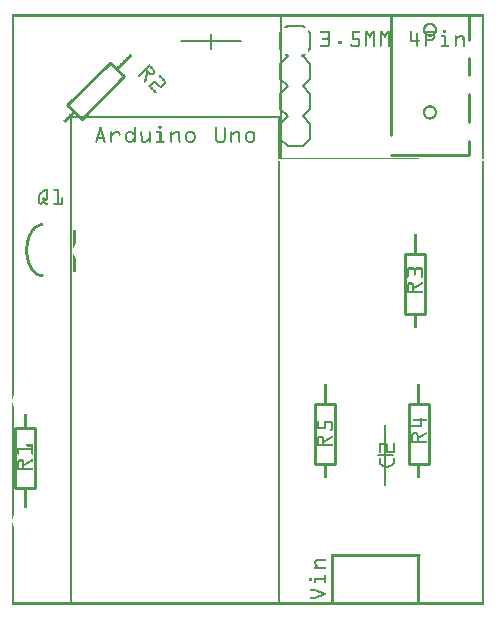
<source format=gto>
G04 MADE WITH FRITZING*
G04 WWW.FRITZING.ORG*
G04 DOUBLE SIDED*
G04 HOLES PLATED*
G04 CONTOUR ON CENTER OF CONTOUR VECTOR*
%ASAXBY*%
%FSLAX23Y23*%
%MOIN*%
%OFA0B0*%
%SFA1.0B1.0*%
%ADD10C,0.008000*%
%ADD11C,0.010000*%
%ADD12R,0.001000X0.001000*%
%LNSILK1*%
G90*
G70*
G54D10*
X994Y1605D02*
X994Y1555D01*
D02*
X994Y1555D02*
X969Y1530D01*
D02*
X919Y1530D02*
X894Y1555D01*
D02*
X969Y1730D02*
X994Y1705D01*
D02*
X994Y1705D02*
X994Y1655D01*
D02*
X994Y1655D02*
X969Y1630D01*
D02*
X919Y1630D02*
X894Y1655D01*
D02*
X894Y1655D02*
X894Y1705D01*
D02*
X894Y1705D02*
X919Y1730D01*
D02*
X994Y1605D02*
X969Y1630D01*
D02*
X919Y1630D02*
X894Y1605D01*
D02*
X894Y1555D02*
X894Y1605D01*
D02*
X994Y1905D02*
X994Y1855D01*
D02*
X969Y1830D02*
X994Y1805D01*
D02*
X994Y1805D02*
X994Y1755D01*
D02*
X994Y1755D02*
X969Y1730D01*
D02*
X919Y1730D02*
X894Y1755D01*
D02*
X894Y1755D02*
X894Y1805D01*
D02*
X894Y1805D02*
X919Y1830D01*
D02*
X969Y1930D02*
X919Y1930D01*
D02*
X894Y1855D02*
X894Y1905D01*
D02*
X969Y1530D02*
X919Y1530D01*
G54D11*
D02*
X1265Y1960D02*
X1265Y1566D01*
D02*
X1524Y1499D02*
X1265Y1499D01*
D02*
X1524Y1499D02*
X1524Y1547D01*
D02*
X1524Y1704D02*
X1524Y1610D01*
D02*
X1524Y1822D02*
X1524Y1767D01*
D02*
X1524Y1960D02*
X1524Y1885D01*
G54D10*
D02*
X664Y1905D02*
X664Y1880D01*
D02*
X664Y1880D02*
X664Y1855D01*
D02*
X664Y1880D02*
X564Y1880D01*
D02*
X664Y1880D02*
X764Y1880D01*
D02*
X1219Y500D02*
X1244Y500D01*
D02*
X1244Y500D02*
X1269Y500D01*
D02*
X1244Y500D02*
X1244Y400D01*
D02*
X1244Y500D02*
X1244Y600D01*
G54D11*
D02*
X1356Y168D02*
X1071Y168D01*
D02*
X1077Y670D02*
X1077Y470D01*
D02*
X1077Y470D02*
X1011Y470D01*
D02*
X1011Y470D02*
X1011Y670D01*
D02*
X1011Y670D02*
X1077Y670D01*
D02*
X11Y389D02*
X11Y589D01*
D02*
X11Y589D02*
X77Y589D01*
D02*
X77Y589D02*
X77Y389D01*
D02*
X77Y389D02*
X11Y389D01*
D02*
X1389Y670D02*
X1389Y470D01*
D02*
X1389Y470D02*
X1323Y470D01*
D02*
X1323Y470D02*
X1323Y670D01*
D02*
X1323Y670D02*
X1389Y670D01*
D02*
X1377Y1170D02*
X1377Y970D01*
D02*
X1377Y970D02*
X1311Y970D01*
D02*
X1311Y970D02*
X1311Y1170D01*
D02*
X1311Y1170D02*
X1377Y1170D01*
D02*
X373Y1762D02*
X232Y1620D01*
D02*
X232Y1620D02*
X185Y1667D01*
D02*
X185Y1667D02*
X327Y1808D01*
D02*
X327Y1808D02*
X373Y1762D01*
G54D12*
X0Y1969D02*
X1573Y1969D01*
X0Y1968D02*
X1573Y1968D01*
X0Y1967D02*
X1573Y1967D01*
X0Y1966D02*
X1573Y1966D01*
X0Y1965D02*
X1573Y1965D01*
X0Y1964D02*
X1573Y1964D01*
X0Y1963D02*
X1573Y1963D01*
X0Y1962D02*
X1573Y1962D01*
X0Y1961D02*
X7Y1961D01*
X894Y1961D02*
X901Y1961D01*
X1566Y1961D02*
X1573Y1961D01*
X0Y1960D02*
X7Y1960D01*
X894Y1960D02*
X901Y1960D01*
X1566Y1960D02*
X1573Y1960D01*
X0Y1959D02*
X7Y1959D01*
X894Y1959D02*
X901Y1959D01*
X1566Y1959D02*
X1573Y1959D01*
X0Y1958D02*
X7Y1958D01*
X894Y1958D02*
X901Y1958D01*
X1566Y1958D02*
X1573Y1958D01*
X0Y1957D02*
X7Y1957D01*
X894Y1957D02*
X901Y1957D01*
X1566Y1957D02*
X1573Y1957D01*
X0Y1956D02*
X7Y1956D01*
X894Y1956D02*
X901Y1956D01*
X1566Y1956D02*
X1573Y1956D01*
X0Y1955D02*
X7Y1955D01*
X894Y1955D02*
X901Y1955D01*
X1566Y1955D02*
X1573Y1955D01*
X0Y1954D02*
X7Y1954D01*
X894Y1954D02*
X901Y1954D01*
X1566Y1954D02*
X1573Y1954D01*
X0Y1953D02*
X7Y1953D01*
X894Y1953D02*
X901Y1953D01*
X1566Y1953D02*
X1573Y1953D01*
X0Y1952D02*
X7Y1952D01*
X894Y1952D02*
X901Y1952D01*
X1566Y1952D02*
X1573Y1952D01*
X0Y1951D02*
X7Y1951D01*
X894Y1951D02*
X901Y1951D01*
X1566Y1951D02*
X1573Y1951D01*
X0Y1950D02*
X7Y1950D01*
X894Y1950D02*
X901Y1950D01*
X1566Y1950D02*
X1573Y1950D01*
X0Y1949D02*
X7Y1949D01*
X894Y1949D02*
X901Y1949D01*
X1566Y1949D02*
X1573Y1949D01*
X0Y1948D02*
X7Y1948D01*
X894Y1948D02*
X901Y1948D01*
X1566Y1948D02*
X1573Y1948D01*
X0Y1947D02*
X7Y1947D01*
X894Y1947D02*
X901Y1947D01*
X1566Y1947D02*
X1573Y1947D01*
X0Y1946D02*
X7Y1946D01*
X894Y1946D02*
X901Y1946D01*
X1566Y1946D02*
X1573Y1946D01*
X0Y1945D02*
X7Y1945D01*
X894Y1945D02*
X901Y1945D01*
X1566Y1945D02*
X1573Y1945D01*
X0Y1944D02*
X7Y1944D01*
X894Y1944D02*
X901Y1944D01*
X1566Y1944D02*
X1573Y1944D01*
X0Y1943D02*
X7Y1943D01*
X894Y1943D02*
X901Y1943D01*
X1566Y1943D02*
X1573Y1943D01*
X0Y1942D02*
X7Y1942D01*
X894Y1942D02*
X901Y1942D01*
X1566Y1942D02*
X1573Y1942D01*
X0Y1941D02*
X7Y1941D01*
X894Y1941D02*
X901Y1941D01*
X1391Y1941D02*
X1396Y1941D01*
X1566Y1941D02*
X1573Y1941D01*
X0Y1940D02*
X7Y1940D01*
X894Y1940D02*
X901Y1940D01*
X1387Y1940D02*
X1400Y1940D01*
X1566Y1940D02*
X1573Y1940D01*
X0Y1939D02*
X7Y1939D01*
X894Y1939D02*
X901Y1939D01*
X1384Y1939D02*
X1402Y1939D01*
X1566Y1939D02*
X1573Y1939D01*
X0Y1938D02*
X7Y1938D01*
X894Y1938D02*
X901Y1938D01*
X1382Y1938D02*
X1404Y1938D01*
X1566Y1938D02*
X1573Y1938D01*
X0Y1937D02*
X7Y1937D01*
X894Y1937D02*
X901Y1937D01*
X1380Y1937D02*
X1406Y1937D01*
X1566Y1937D02*
X1573Y1937D01*
X0Y1936D02*
X7Y1936D01*
X894Y1936D02*
X901Y1936D01*
X1379Y1936D02*
X1407Y1936D01*
X1566Y1936D02*
X1573Y1936D01*
X0Y1935D02*
X7Y1935D01*
X894Y1935D02*
X901Y1935D01*
X1378Y1935D02*
X1409Y1935D01*
X1566Y1935D02*
X1573Y1935D01*
X0Y1934D02*
X7Y1934D01*
X894Y1934D02*
X901Y1934D01*
X917Y1934D02*
X920Y1934D01*
X967Y1934D02*
X970Y1934D01*
X1377Y1934D02*
X1410Y1934D01*
X1566Y1934D02*
X1573Y1934D01*
X0Y1933D02*
X7Y1933D01*
X894Y1933D02*
X901Y1933D01*
X916Y1933D02*
X921Y1933D01*
X966Y1933D02*
X971Y1933D01*
X1376Y1933D02*
X1390Y1933D01*
X1397Y1933D02*
X1411Y1933D01*
X1566Y1933D02*
X1573Y1933D01*
X0Y1932D02*
X7Y1932D01*
X894Y1932D02*
X901Y1932D01*
X915Y1932D02*
X922Y1932D01*
X965Y1932D02*
X972Y1932D01*
X1375Y1932D02*
X1387Y1932D01*
X1400Y1932D02*
X1411Y1932D01*
X1566Y1932D02*
X1573Y1932D01*
X0Y1931D02*
X7Y1931D01*
X894Y1931D02*
X901Y1931D01*
X914Y1931D02*
X922Y1931D01*
X965Y1931D02*
X973Y1931D01*
X1374Y1931D02*
X1385Y1931D01*
X1402Y1931D02*
X1412Y1931D01*
X1566Y1931D02*
X1573Y1931D01*
X0Y1930D02*
X7Y1930D01*
X894Y1930D02*
X901Y1930D01*
X913Y1930D02*
X922Y1930D01*
X965Y1930D02*
X974Y1930D01*
X1374Y1930D02*
X1383Y1930D01*
X1403Y1930D02*
X1413Y1930D01*
X1566Y1930D02*
X1573Y1930D01*
X0Y1929D02*
X7Y1929D01*
X894Y1929D02*
X901Y1929D01*
X912Y1929D02*
X922Y1929D01*
X965Y1929D02*
X975Y1929D01*
X1373Y1929D02*
X1382Y1929D01*
X1404Y1929D02*
X1413Y1929D01*
X1566Y1929D02*
X1573Y1929D01*
X0Y1928D02*
X7Y1928D01*
X894Y1928D02*
X901Y1928D01*
X911Y1928D02*
X921Y1928D01*
X966Y1928D02*
X976Y1928D01*
X1373Y1928D02*
X1381Y1928D01*
X1405Y1928D02*
X1414Y1928D01*
X1566Y1928D02*
X1573Y1928D01*
X0Y1927D02*
X7Y1927D01*
X894Y1927D02*
X901Y1927D01*
X910Y1927D02*
X920Y1927D01*
X967Y1927D02*
X977Y1927D01*
X1372Y1927D02*
X1380Y1927D01*
X1406Y1927D02*
X1414Y1927D01*
X1566Y1927D02*
X1573Y1927D01*
X0Y1926D02*
X7Y1926D01*
X894Y1926D02*
X901Y1926D01*
X909Y1926D02*
X919Y1926D01*
X968Y1926D02*
X978Y1926D01*
X1372Y1926D02*
X1380Y1926D01*
X1407Y1926D02*
X1415Y1926D01*
X1566Y1926D02*
X1573Y1926D01*
X0Y1925D02*
X7Y1925D01*
X894Y1925D02*
X901Y1925D01*
X908Y1925D02*
X918Y1925D01*
X969Y1925D02*
X979Y1925D01*
X1371Y1925D02*
X1379Y1925D01*
X1407Y1925D02*
X1415Y1925D01*
X1566Y1925D02*
X1573Y1925D01*
X0Y1924D02*
X7Y1924D01*
X894Y1924D02*
X901Y1924D01*
X907Y1924D02*
X917Y1924D01*
X970Y1924D02*
X980Y1924D01*
X1371Y1924D02*
X1378Y1924D01*
X1408Y1924D02*
X1415Y1924D01*
X1566Y1924D02*
X1573Y1924D01*
X0Y1923D02*
X7Y1923D01*
X894Y1923D02*
X901Y1923D01*
X906Y1923D02*
X916Y1923D01*
X971Y1923D02*
X981Y1923D01*
X1371Y1923D02*
X1378Y1923D01*
X1408Y1923D02*
X1416Y1923D01*
X1566Y1923D02*
X1573Y1923D01*
X0Y1922D02*
X7Y1922D01*
X894Y1922D02*
X901Y1922D01*
X1371Y1922D02*
X1378Y1922D01*
X1409Y1922D02*
X1416Y1922D01*
X1566Y1922D02*
X1573Y1922D01*
X0Y1921D02*
X7Y1921D01*
X894Y1921D02*
X901Y1921D01*
X1370Y1921D02*
X1377Y1921D01*
X1409Y1921D02*
X1416Y1921D01*
X1566Y1921D02*
X1573Y1921D01*
X0Y1920D02*
X7Y1920D01*
X894Y1920D02*
X901Y1920D01*
X1370Y1920D02*
X1377Y1920D01*
X1409Y1920D02*
X1416Y1920D01*
X1566Y1920D02*
X1573Y1920D01*
X0Y1919D02*
X7Y1919D01*
X894Y1919D02*
X901Y1919D01*
X1370Y1919D02*
X1377Y1919D01*
X1409Y1919D02*
X1416Y1919D01*
X1566Y1919D02*
X1573Y1919D01*
X0Y1918D02*
X7Y1918D01*
X894Y1918D02*
X901Y1918D01*
X986Y1918D02*
X986Y1918D01*
X1370Y1918D02*
X1377Y1918D01*
X1409Y1918D02*
X1416Y1918D01*
X1566Y1918D02*
X1573Y1918D01*
X0Y1917D02*
X7Y1917D01*
X894Y1917D02*
X901Y1917D01*
X986Y1917D02*
X987Y1917D01*
X1370Y1917D02*
X1377Y1917D01*
X1409Y1917D02*
X1416Y1917D01*
X1438Y1917D02*
X1443Y1917D01*
X1566Y1917D02*
X1573Y1917D01*
X0Y1916D02*
X7Y1916D01*
X894Y1916D02*
X901Y1916D01*
X986Y1916D02*
X988Y1916D01*
X1370Y1916D02*
X1377Y1916D01*
X1409Y1916D02*
X1416Y1916D01*
X1437Y1916D02*
X1445Y1916D01*
X1566Y1916D02*
X1573Y1916D01*
X0Y1915D02*
X7Y1915D01*
X894Y1915D02*
X901Y1915D01*
X986Y1915D02*
X989Y1915D01*
X1370Y1915D02*
X1377Y1915D01*
X1409Y1915D02*
X1416Y1915D01*
X1436Y1915D02*
X1445Y1915D01*
X1566Y1915D02*
X1573Y1915D01*
X0Y1914D02*
X7Y1914D01*
X894Y1914D02*
X901Y1914D01*
X986Y1914D02*
X990Y1914D01*
X1028Y1914D02*
X1055Y1914D01*
X1133Y1914D02*
X1157Y1914D01*
X1176Y1914D02*
X1184Y1914D01*
X1201Y1914D02*
X1209Y1914D01*
X1226Y1914D02*
X1234Y1914D01*
X1251Y1914D02*
X1259Y1914D01*
X1329Y1914D02*
X1331Y1914D01*
X1370Y1914D02*
X1401Y1914D01*
X1409Y1914D02*
X1416Y1914D01*
X1436Y1914D02*
X1445Y1914D01*
X1566Y1914D02*
X1573Y1914D01*
X0Y1913D02*
X7Y1913D01*
X894Y1913D02*
X901Y1913D01*
X986Y1913D02*
X991Y1913D01*
X1027Y1913D02*
X1057Y1913D01*
X1133Y1913D02*
X1159Y1913D01*
X1176Y1913D02*
X1185Y1913D01*
X1201Y1913D02*
X1209Y1913D01*
X1226Y1913D02*
X1235Y1913D01*
X1251Y1913D02*
X1259Y1913D01*
X1328Y1913D02*
X1333Y1913D01*
X1371Y1913D02*
X1404Y1913D01*
X1409Y1913D02*
X1416Y1913D01*
X1436Y1913D02*
X1445Y1913D01*
X1566Y1913D02*
X1573Y1913D01*
X0Y1912D02*
X7Y1912D01*
X894Y1912D02*
X901Y1912D01*
X986Y1912D02*
X992Y1912D01*
X1026Y1912D02*
X1058Y1912D01*
X1133Y1912D02*
X1159Y1912D01*
X1176Y1912D02*
X1185Y1912D01*
X1200Y1912D02*
X1209Y1912D01*
X1226Y1912D02*
X1235Y1912D01*
X1250Y1912D02*
X1259Y1912D01*
X1328Y1912D02*
X1333Y1912D01*
X1371Y1912D02*
X1405Y1912D01*
X1408Y1912D02*
X1416Y1912D01*
X1436Y1912D02*
X1445Y1912D01*
X1566Y1912D02*
X1573Y1912D01*
X0Y1911D02*
X7Y1911D01*
X894Y1911D02*
X901Y1911D01*
X986Y1911D02*
X993Y1911D01*
X1026Y1911D02*
X1058Y1911D01*
X1133Y1911D02*
X1159Y1911D01*
X1176Y1911D02*
X1186Y1911D01*
X1199Y1911D02*
X1209Y1911D01*
X1226Y1911D02*
X1236Y1911D01*
X1249Y1911D02*
X1259Y1911D01*
X1327Y1911D02*
X1333Y1911D01*
X1371Y1911D02*
X1406Y1911D01*
X1408Y1911D02*
X1415Y1911D01*
X1436Y1911D02*
X1445Y1911D01*
X1566Y1911D02*
X1573Y1911D01*
X0Y1910D02*
X7Y1910D01*
X893Y1910D02*
X901Y1910D01*
X986Y1910D02*
X994Y1910D01*
X1026Y1910D02*
X1059Y1910D01*
X1133Y1910D02*
X1159Y1910D01*
X1176Y1910D02*
X1187Y1910D01*
X1199Y1910D02*
X1209Y1910D01*
X1226Y1910D02*
X1237Y1910D01*
X1249Y1910D02*
X1259Y1910D01*
X1327Y1910D02*
X1333Y1910D01*
X1372Y1910D02*
X1415Y1910D01*
X1436Y1910D02*
X1445Y1910D01*
X1566Y1910D02*
X1573Y1910D01*
X0Y1909D02*
X7Y1909D01*
X892Y1909D02*
X901Y1909D01*
X986Y1909D02*
X995Y1909D01*
X1027Y1909D02*
X1059Y1909D01*
X1133Y1909D02*
X1159Y1909D01*
X1176Y1909D02*
X1187Y1909D01*
X1198Y1909D02*
X1209Y1909D01*
X1226Y1909D02*
X1237Y1909D01*
X1248Y1909D02*
X1259Y1909D01*
X1327Y1909D02*
X1333Y1909D01*
X1372Y1909D02*
X1415Y1909D01*
X1437Y1909D02*
X1445Y1909D01*
X1566Y1909D02*
X1573Y1909D01*
X0Y1908D02*
X7Y1908D01*
X891Y1908D02*
X901Y1908D01*
X986Y1908D02*
X996Y1908D01*
X1028Y1908D02*
X1059Y1908D01*
X1133Y1908D02*
X1158Y1908D01*
X1176Y1908D02*
X1188Y1908D01*
X1197Y1908D02*
X1209Y1908D01*
X1226Y1908D02*
X1238Y1908D01*
X1247Y1908D02*
X1259Y1908D01*
X1327Y1908D02*
X1333Y1908D01*
X1350Y1908D02*
X1352Y1908D01*
X1372Y1908D02*
X1414Y1908D01*
X1438Y1908D02*
X1444Y1908D01*
X1566Y1908D02*
X1573Y1908D01*
X0Y1907D02*
X7Y1907D01*
X890Y1907D02*
X901Y1907D01*
X987Y1907D02*
X997Y1907D01*
X1053Y1907D02*
X1059Y1907D01*
X1133Y1907D02*
X1139Y1907D01*
X1176Y1907D02*
X1189Y1907D01*
X1196Y1907D02*
X1209Y1907D01*
X1226Y1907D02*
X1239Y1907D01*
X1246Y1907D02*
X1259Y1907D01*
X1327Y1907D02*
X1333Y1907D01*
X1349Y1907D02*
X1353Y1907D01*
X1373Y1907D02*
X1382Y1907D01*
X1401Y1907D02*
X1414Y1907D01*
X1566Y1907D02*
X1573Y1907D01*
X0Y1906D02*
X7Y1906D01*
X890Y1906D02*
X901Y1906D01*
X988Y1906D02*
X997Y1906D01*
X1053Y1906D02*
X1059Y1906D01*
X1133Y1906D02*
X1139Y1906D01*
X1176Y1906D02*
X1189Y1906D01*
X1196Y1906D02*
X1209Y1906D01*
X1226Y1906D02*
X1239Y1906D01*
X1246Y1906D02*
X1259Y1906D01*
X1327Y1906D02*
X1333Y1906D01*
X1348Y1906D02*
X1354Y1906D01*
X1373Y1906D02*
X1382Y1906D01*
X1402Y1906D02*
X1413Y1906D01*
X1566Y1906D02*
X1573Y1906D01*
X0Y1905D02*
X7Y1905D01*
X890Y1905D02*
X901Y1905D01*
X989Y1905D02*
X997Y1905D01*
X1053Y1905D02*
X1059Y1905D01*
X1133Y1905D02*
X1139Y1905D01*
X1176Y1905D02*
X1190Y1905D01*
X1195Y1905D02*
X1209Y1905D01*
X1226Y1905D02*
X1240Y1905D01*
X1245Y1905D02*
X1259Y1905D01*
X1327Y1905D02*
X1333Y1905D01*
X1348Y1905D02*
X1354Y1905D01*
X1374Y1905D02*
X1384Y1905D01*
X1403Y1905D02*
X1413Y1905D01*
X1566Y1905D02*
X1573Y1905D01*
X0Y1904D02*
X7Y1904D01*
X890Y1904D02*
X901Y1904D01*
X990Y1904D02*
X997Y1904D01*
X1053Y1904D02*
X1059Y1904D01*
X1133Y1904D02*
X1139Y1904D01*
X1176Y1904D02*
X1191Y1904D01*
X1194Y1904D02*
X1209Y1904D01*
X1226Y1904D02*
X1241Y1904D01*
X1244Y1904D02*
X1259Y1904D01*
X1327Y1904D02*
X1333Y1904D01*
X1348Y1904D02*
X1354Y1904D01*
X1375Y1904D02*
X1385Y1904D01*
X1401Y1904D02*
X1412Y1904D01*
X1566Y1904D02*
X1573Y1904D01*
X0Y1903D02*
X7Y1903D01*
X891Y1903D02*
X901Y1903D01*
X991Y1903D02*
X996Y1903D01*
X1053Y1903D02*
X1059Y1903D01*
X1133Y1903D02*
X1139Y1903D01*
X1176Y1903D02*
X1182Y1903D01*
X1184Y1903D02*
X1192Y1903D01*
X1194Y1903D02*
X1201Y1903D01*
X1203Y1903D02*
X1209Y1903D01*
X1226Y1903D02*
X1232Y1903D01*
X1234Y1903D02*
X1242Y1903D01*
X1244Y1903D02*
X1251Y1903D01*
X1253Y1903D02*
X1259Y1903D01*
X1327Y1903D02*
X1333Y1903D01*
X1348Y1903D02*
X1354Y1903D01*
X1375Y1903D02*
X1387Y1903D01*
X1399Y1903D02*
X1411Y1903D01*
X1566Y1903D02*
X1573Y1903D01*
X0Y1902D02*
X7Y1902D01*
X892Y1902D02*
X901Y1902D01*
X992Y1902D02*
X994Y1902D01*
X1053Y1902D02*
X1059Y1902D01*
X1133Y1902D02*
X1139Y1902D01*
X1176Y1902D02*
X1182Y1902D01*
X1185Y1902D02*
X1200Y1902D01*
X1203Y1902D02*
X1209Y1902D01*
X1226Y1902D02*
X1232Y1902D01*
X1235Y1902D02*
X1250Y1902D01*
X1253Y1902D02*
X1259Y1902D01*
X1327Y1902D02*
X1333Y1902D01*
X1348Y1902D02*
X1354Y1902D01*
X1376Y1902D02*
X1410Y1902D01*
X1566Y1902D02*
X1573Y1902D01*
X0Y1901D02*
X7Y1901D01*
X894Y1901D02*
X901Y1901D01*
X1053Y1901D02*
X1059Y1901D01*
X1133Y1901D02*
X1139Y1901D01*
X1176Y1901D02*
X1182Y1901D01*
X1185Y1901D02*
X1200Y1901D01*
X1203Y1901D02*
X1209Y1901D01*
X1226Y1901D02*
X1232Y1901D01*
X1235Y1901D02*
X1250Y1901D01*
X1253Y1901D02*
X1259Y1901D01*
X1327Y1901D02*
X1333Y1901D01*
X1348Y1901D02*
X1354Y1901D01*
X1376Y1901D02*
X1409Y1901D01*
X1566Y1901D02*
X1573Y1901D01*
X0Y1900D02*
X7Y1900D01*
X894Y1900D02*
X901Y1900D01*
X1053Y1900D02*
X1059Y1900D01*
X1133Y1900D02*
X1139Y1900D01*
X1176Y1900D02*
X1182Y1900D01*
X1186Y1900D02*
X1199Y1900D01*
X1203Y1900D02*
X1209Y1900D01*
X1226Y1900D02*
X1232Y1900D01*
X1236Y1900D02*
X1249Y1900D01*
X1253Y1900D02*
X1259Y1900D01*
X1327Y1900D02*
X1333Y1900D01*
X1348Y1900D02*
X1354Y1900D01*
X1376Y1900D02*
X1409Y1900D01*
X1566Y1900D02*
X1573Y1900D01*
X0Y1899D02*
X7Y1899D01*
X894Y1899D02*
X901Y1899D01*
X1053Y1899D02*
X1059Y1899D01*
X1133Y1899D02*
X1139Y1899D01*
X1176Y1899D02*
X1182Y1899D01*
X1187Y1899D02*
X1198Y1899D01*
X1203Y1899D02*
X1209Y1899D01*
X1226Y1899D02*
X1232Y1899D01*
X1237Y1899D02*
X1248Y1899D01*
X1253Y1899D02*
X1259Y1899D01*
X1327Y1899D02*
X1333Y1899D01*
X1348Y1899D02*
X1354Y1899D01*
X1376Y1899D02*
X1409Y1899D01*
X1431Y1899D02*
X1444Y1899D01*
X1477Y1899D02*
X1480Y1899D01*
X1492Y1899D02*
X1502Y1899D01*
X1566Y1899D02*
X1573Y1899D01*
X0Y1898D02*
X7Y1898D01*
X894Y1898D02*
X901Y1898D01*
X1053Y1898D02*
X1059Y1898D01*
X1133Y1898D02*
X1139Y1898D01*
X1176Y1898D02*
X1182Y1898D01*
X1187Y1898D02*
X1198Y1898D01*
X1203Y1898D02*
X1209Y1898D01*
X1226Y1898D02*
X1232Y1898D01*
X1237Y1898D02*
X1248Y1898D01*
X1253Y1898D02*
X1259Y1898D01*
X1327Y1898D02*
X1333Y1898D01*
X1348Y1898D02*
X1354Y1898D01*
X1376Y1898D02*
X1409Y1898D01*
X1430Y1898D02*
X1445Y1898D01*
X1476Y1898D02*
X1481Y1898D01*
X1489Y1898D02*
X1504Y1898D01*
X1566Y1898D02*
X1573Y1898D01*
X0Y1897D02*
X7Y1897D01*
X894Y1897D02*
X901Y1897D01*
X1053Y1897D02*
X1059Y1897D01*
X1133Y1897D02*
X1139Y1897D01*
X1176Y1897D02*
X1182Y1897D01*
X1188Y1897D02*
X1197Y1897D01*
X1203Y1897D02*
X1209Y1897D01*
X1226Y1897D02*
X1232Y1897D01*
X1238Y1897D02*
X1247Y1897D01*
X1253Y1897D02*
X1259Y1897D01*
X1327Y1897D02*
X1333Y1897D01*
X1348Y1897D02*
X1354Y1897D01*
X1376Y1897D02*
X1409Y1897D01*
X1429Y1897D02*
X1445Y1897D01*
X1476Y1897D02*
X1482Y1897D01*
X1488Y1897D02*
X1505Y1897D01*
X1566Y1897D02*
X1573Y1897D01*
X0Y1896D02*
X7Y1896D01*
X894Y1896D02*
X901Y1896D01*
X1053Y1896D02*
X1059Y1896D01*
X1133Y1896D02*
X1139Y1896D01*
X1176Y1896D02*
X1182Y1896D01*
X1189Y1896D02*
X1196Y1896D01*
X1203Y1896D02*
X1209Y1896D01*
X1226Y1896D02*
X1232Y1896D01*
X1239Y1896D02*
X1246Y1896D01*
X1253Y1896D02*
X1259Y1896D01*
X1327Y1896D02*
X1333Y1896D01*
X1348Y1896D02*
X1354Y1896D01*
X1376Y1896D02*
X1382Y1896D01*
X1385Y1896D02*
X1409Y1896D01*
X1429Y1896D02*
X1445Y1896D01*
X1476Y1896D02*
X1482Y1896D01*
X1486Y1896D02*
X1506Y1896D01*
X1566Y1896D02*
X1573Y1896D01*
X0Y1895D02*
X7Y1895D01*
X894Y1895D02*
X901Y1895D01*
X1053Y1895D02*
X1059Y1895D01*
X1133Y1895D02*
X1139Y1895D01*
X1176Y1895D02*
X1182Y1895D01*
X1190Y1895D02*
X1196Y1895D01*
X1203Y1895D02*
X1209Y1895D01*
X1226Y1895D02*
X1232Y1895D01*
X1239Y1895D02*
X1246Y1895D01*
X1253Y1895D02*
X1259Y1895D01*
X1327Y1895D02*
X1333Y1895D01*
X1348Y1895D02*
X1354Y1895D01*
X1376Y1895D02*
X1382Y1895D01*
X1388Y1895D02*
X1399Y1895D01*
X1403Y1895D02*
X1409Y1895D01*
X1429Y1895D02*
X1445Y1895D01*
X1476Y1895D02*
X1482Y1895D01*
X1485Y1895D02*
X1507Y1895D01*
X1566Y1895D02*
X1573Y1895D01*
X0Y1894D02*
X7Y1894D01*
X894Y1894D02*
X901Y1894D01*
X1053Y1894D02*
X1059Y1894D01*
X1133Y1894D02*
X1139Y1894D01*
X1176Y1894D02*
X1182Y1894D01*
X1190Y1894D02*
X1196Y1894D01*
X1203Y1894D02*
X1209Y1894D01*
X1226Y1894D02*
X1232Y1894D01*
X1240Y1894D02*
X1246Y1894D01*
X1253Y1894D02*
X1259Y1894D01*
X1327Y1894D02*
X1333Y1894D01*
X1348Y1894D02*
X1354Y1894D01*
X1376Y1894D02*
X1382Y1894D01*
X1403Y1894D02*
X1409Y1894D01*
X1430Y1894D02*
X1445Y1894D01*
X1476Y1894D02*
X1507Y1894D01*
X1566Y1894D02*
X1573Y1894D01*
X0Y1893D02*
X7Y1893D01*
X894Y1893D02*
X901Y1893D01*
X1053Y1893D02*
X1059Y1893D01*
X1133Y1893D02*
X1139Y1893D01*
X1176Y1893D02*
X1182Y1893D01*
X1190Y1893D02*
X1196Y1893D01*
X1203Y1893D02*
X1209Y1893D01*
X1226Y1893D02*
X1232Y1893D01*
X1240Y1893D02*
X1246Y1893D01*
X1253Y1893D02*
X1259Y1893D01*
X1327Y1893D02*
X1333Y1893D01*
X1348Y1893D02*
X1354Y1893D01*
X1376Y1893D02*
X1382Y1893D01*
X1403Y1893D02*
X1409Y1893D01*
X1431Y1893D02*
X1445Y1893D01*
X1476Y1893D02*
X1508Y1893D01*
X1566Y1893D02*
X1573Y1893D01*
X0Y1892D02*
X7Y1892D01*
X894Y1892D02*
X901Y1892D01*
X1052Y1892D02*
X1059Y1892D01*
X1133Y1892D02*
X1139Y1892D01*
X1176Y1892D02*
X1182Y1892D01*
X1190Y1892D02*
X1195Y1892D01*
X1203Y1892D02*
X1209Y1892D01*
X1226Y1892D02*
X1232Y1892D01*
X1240Y1892D02*
X1245Y1892D01*
X1253Y1892D02*
X1259Y1892D01*
X1327Y1892D02*
X1333Y1892D01*
X1348Y1892D02*
X1354Y1892D01*
X1376Y1892D02*
X1382Y1892D01*
X1403Y1892D02*
X1409Y1892D01*
X1440Y1892D02*
X1445Y1892D01*
X1476Y1892D02*
X1492Y1892D01*
X1501Y1892D02*
X1508Y1892D01*
X1566Y1892D02*
X1573Y1892D01*
X0Y1891D02*
X7Y1891D01*
X894Y1891D02*
X901Y1891D01*
X1051Y1891D02*
X1059Y1891D01*
X1133Y1891D02*
X1139Y1891D01*
X1176Y1891D02*
X1182Y1891D01*
X1190Y1891D02*
X1195Y1891D01*
X1203Y1891D02*
X1209Y1891D01*
X1226Y1891D02*
X1232Y1891D01*
X1240Y1891D02*
X1245Y1891D01*
X1253Y1891D02*
X1259Y1891D01*
X1327Y1891D02*
X1333Y1891D01*
X1348Y1891D02*
X1354Y1891D01*
X1376Y1891D02*
X1382Y1891D01*
X1403Y1891D02*
X1409Y1891D01*
X1440Y1891D02*
X1445Y1891D01*
X1476Y1891D02*
X1490Y1891D01*
X1502Y1891D02*
X1508Y1891D01*
X1566Y1891D02*
X1573Y1891D01*
X0Y1890D02*
X7Y1890D01*
X894Y1890D02*
X901Y1890D01*
X1034Y1890D02*
X1059Y1890D01*
X1133Y1890D02*
X1156Y1890D01*
X1176Y1890D02*
X1182Y1890D01*
X1192Y1890D02*
X1193Y1890D01*
X1203Y1890D02*
X1209Y1890D01*
X1226Y1890D02*
X1232Y1890D01*
X1242Y1890D02*
X1243Y1890D01*
X1253Y1890D02*
X1259Y1890D01*
X1327Y1890D02*
X1333Y1890D01*
X1348Y1890D02*
X1354Y1890D01*
X1376Y1890D02*
X1382Y1890D01*
X1403Y1890D02*
X1409Y1890D01*
X1440Y1890D02*
X1445Y1890D01*
X1476Y1890D02*
X1489Y1890D01*
X1502Y1890D02*
X1508Y1890D01*
X1566Y1890D02*
X1573Y1890D01*
X0Y1889D02*
X7Y1889D01*
X894Y1889D02*
X901Y1889D01*
X1033Y1889D02*
X1058Y1889D01*
X1133Y1889D02*
X1157Y1889D01*
X1176Y1889D02*
X1182Y1889D01*
X1203Y1889D02*
X1209Y1889D01*
X1226Y1889D02*
X1232Y1889D01*
X1253Y1889D02*
X1259Y1889D01*
X1327Y1889D02*
X1333Y1889D01*
X1348Y1889D02*
X1354Y1889D01*
X1376Y1889D02*
X1382Y1889D01*
X1402Y1889D02*
X1409Y1889D01*
X1440Y1889D02*
X1445Y1889D01*
X1476Y1889D02*
X1487Y1889D01*
X1502Y1889D02*
X1508Y1889D01*
X1566Y1889D02*
X1573Y1889D01*
X0Y1888D02*
X7Y1888D01*
X894Y1888D02*
X901Y1888D01*
X1033Y1888D02*
X1057Y1888D01*
X1133Y1888D02*
X1158Y1888D01*
X1176Y1888D02*
X1182Y1888D01*
X1203Y1888D02*
X1209Y1888D01*
X1226Y1888D02*
X1232Y1888D01*
X1253Y1888D02*
X1259Y1888D01*
X1327Y1888D02*
X1333Y1888D01*
X1348Y1888D02*
X1354Y1888D01*
X1376Y1888D02*
X1382Y1888D01*
X1400Y1888D02*
X1409Y1888D01*
X1440Y1888D02*
X1445Y1888D01*
X1476Y1888D02*
X1486Y1888D01*
X1502Y1888D02*
X1508Y1888D01*
X1566Y1888D02*
X1573Y1888D01*
X0Y1887D02*
X7Y1887D01*
X894Y1887D02*
X901Y1887D01*
X1033Y1887D02*
X1057Y1887D01*
X1133Y1887D02*
X1159Y1887D01*
X1176Y1887D02*
X1182Y1887D01*
X1203Y1887D02*
X1209Y1887D01*
X1226Y1887D02*
X1232Y1887D01*
X1253Y1887D02*
X1259Y1887D01*
X1327Y1887D02*
X1333Y1887D01*
X1348Y1887D02*
X1354Y1887D01*
X1376Y1887D02*
X1408Y1887D01*
X1440Y1887D02*
X1445Y1887D01*
X1476Y1887D02*
X1484Y1887D01*
X1502Y1887D02*
X1508Y1887D01*
X1566Y1887D02*
X1573Y1887D01*
X0Y1886D02*
X7Y1886D01*
X894Y1886D02*
X901Y1886D01*
X1033Y1886D02*
X1058Y1886D01*
X1133Y1886D02*
X1159Y1886D01*
X1176Y1886D02*
X1182Y1886D01*
X1203Y1886D02*
X1209Y1886D01*
X1226Y1886D02*
X1232Y1886D01*
X1253Y1886D02*
X1259Y1886D01*
X1327Y1886D02*
X1333Y1886D01*
X1348Y1886D02*
X1354Y1886D01*
X1376Y1886D02*
X1408Y1886D01*
X1440Y1886D02*
X1445Y1886D01*
X1476Y1886D02*
X1483Y1886D01*
X1502Y1886D02*
X1508Y1886D01*
X1566Y1886D02*
X1573Y1886D01*
X0Y1885D02*
X7Y1885D01*
X894Y1885D02*
X901Y1885D01*
X1034Y1885D02*
X1058Y1885D01*
X1133Y1885D02*
X1159Y1885D01*
X1176Y1885D02*
X1182Y1885D01*
X1203Y1885D02*
X1209Y1885D01*
X1226Y1885D02*
X1232Y1885D01*
X1253Y1885D02*
X1259Y1885D01*
X1327Y1885D02*
X1334Y1885D01*
X1348Y1885D02*
X1354Y1885D01*
X1376Y1885D02*
X1407Y1885D01*
X1440Y1885D02*
X1445Y1885D01*
X1476Y1885D02*
X1482Y1885D01*
X1502Y1885D02*
X1509Y1885D01*
X1566Y1885D02*
X1573Y1885D01*
X0Y1884D02*
X7Y1884D01*
X894Y1884D02*
X901Y1884D01*
X1035Y1884D02*
X1059Y1884D01*
X1133Y1884D02*
X1159Y1884D01*
X1176Y1884D02*
X1182Y1884D01*
X1203Y1884D02*
X1209Y1884D01*
X1226Y1884D02*
X1232Y1884D01*
X1253Y1884D02*
X1259Y1884D01*
X1327Y1884D02*
X1356Y1884D01*
X1376Y1884D02*
X1406Y1884D01*
X1440Y1884D02*
X1445Y1884D01*
X1476Y1884D02*
X1482Y1884D01*
X1503Y1884D02*
X1509Y1884D01*
X1566Y1884D02*
X1573Y1884D01*
X0Y1883D02*
X7Y1883D01*
X894Y1883D02*
X901Y1883D01*
X1052Y1883D02*
X1059Y1883D01*
X1153Y1883D02*
X1159Y1883D01*
X1176Y1883D02*
X1182Y1883D01*
X1203Y1883D02*
X1209Y1883D01*
X1226Y1883D02*
X1232Y1883D01*
X1253Y1883D02*
X1259Y1883D01*
X1327Y1883D02*
X1357Y1883D01*
X1376Y1883D02*
X1405Y1883D01*
X1440Y1883D02*
X1445Y1883D01*
X1476Y1883D02*
X1482Y1883D01*
X1503Y1883D02*
X1509Y1883D01*
X1566Y1883D02*
X1573Y1883D01*
X0Y1882D02*
X7Y1882D01*
X894Y1882D02*
X901Y1882D01*
X1053Y1882D02*
X1059Y1882D01*
X1153Y1882D02*
X1159Y1882D01*
X1176Y1882D02*
X1182Y1882D01*
X1203Y1882D02*
X1209Y1882D01*
X1226Y1882D02*
X1232Y1882D01*
X1253Y1882D02*
X1259Y1882D01*
X1327Y1882D02*
X1358Y1882D01*
X1376Y1882D02*
X1403Y1882D01*
X1440Y1882D02*
X1445Y1882D01*
X1476Y1882D02*
X1482Y1882D01*
X1503Y1882D02*
X1509Y1882D01*
X1566Y1882D02*
X1573Y1882D01*
X0Y1881D02*
X7Y1881D01*
X894Y1881D02*
X901Y1881D01*
X1053Y1881D02*
X1059Y1881D01*
X1087Y1881D02*
X1098Y1881D01*
X1153Y1881D02*
X1159Y1881D01*
X1176Y1881D02*
X1182Y1881D01*
X1203Y1881D02*
X1209Y1881D01*
X1226Y1881D02*
X1232Y1881D01*
X1253Y1881D02*
X1259Y1881D01*
X1327Y1881D02*
X1358Y1881D01*
X1376Y1881D02*
X1400Y1881D01*
X1440Y1881D02*
X1445Y1881D01*
X1476Y1881D02*
X1482Y1881D01*
X1503Y1881D02*
X1509Y1881D01*
X1566Y1881D02*
X1573Y1881D01*
X0Y1880D02*
X7Y1880D01*
X894Y1880D02*
X901Y1880D01*
X1053Y1880D02*
X1059Y1880D01*
X1087Y1880D02*
X1099Y1880D01*
X1153Y1880D02*
X1159Y1880D01*
X1176Y1880D02*
X1182Y1880D01*
X1203Y1880D02*
X1209Y1880D01*
X1226Y1880D02*
X1232Y1880D01*
X1253Y1880D02*
X1259Y1880D01*
X1327Y1880D02*
X1357Y1880D01*
X1376Y1880D02*
X1382Y1880D01*
X1440Y1880D02*
X1445Y1880D01*
X1476Y1880D02*
X1482Y1880D01*
X1503Y1880D02*
X1509Y1880D01*
X1566Y1880D02*
X1573Y1880D01*
X0Y1879D02*
X7Y1879D01*
X894Y1879D02*
X901Y1879D01*
X1053Y1879D02*
X1059Y1879D01*
X1086Y1879D02*
X1099Y1879D01*
X1153Y1879D02*
X1159Y1879D01*
X1176Y1879D02*
X1182Y1879D01*
X1203Y1879D02*
X1209Y1879D01*
X1226Y1879D02*
X1232Y1879D01*
X1253Y1879D02*
X1259Y1879D01*
X1327Y1879D02*
X1357Y1879D01*
X1376Y1879D02*
X1382Y1879D01*
X1440Y1879D02*
X1445Y1879D01*
X1476Y1879D02*
X1482Y1879D01*
X1503Y1879D02*
X1509Y1879D01*
X1566Y1879D02*
X1573Y1879D01*
X0Y1878D02*
X7Y1878D01*
X894Y1878D02*
X901Y1878D01*
X1053Y1878D02*
X1059Y1878D01*
X1086Y1878D02*
X1099Y1878D01*
X1153Y1878D02*
X1159Y1878D01*
X1176Y1878D02*
X1182Y1878D01*
X1203Y1878D02*
X1209Y1878D01*
X1226Y1878D02*
X1232Y1878D01*
X1253Y1878D02*
X1259Y1878D01*
X1328Y1878D02*
X1355Y1878D01*
X1376Y1878D02*
X1382Y1878D01*
X1440Y1878D02*
X1445Y1878D01*
X1476Y1878D02*
X1482Y1878D01*
X1503Y1878D02*
X1509Y1878D01*
X1566Y1878D02*
X1573Y1878D01*
X0Y1877D02*
X7Y1877D01*
X894Y1877D02*
X901Y1877D01*
X1053Y1877D02*
X1059Y1877D01*
X1086Y1877D02*
X1099Y1877D01*
X1153Y1877D02*
X1159Y1877D01*
X1176Y1877D02*
X1182Y1877D01*
X1203Y1877D02*
X1209Y1877D01*
X1226Y1877D02*
X1232Y1877D01*
X1253Y1877D02*
X1259Y1877D01*
X1348Y1877D02*
X1354Y1877D01*
X1376Y1877D02*
X1382Y1877D01*
X1440Y1877D02*
X1445Y1877D01*
X1476Y1877D02*
X1482Y1877D01*
X1503Y1877D02*
X1509Y1877D01*
X1566Y1877D02*
X1573Y1877D01*
X0Y1876D02*
X7Y1876D01*
X894Y1876D02*
X901Y1876D01*
X1053Y1876D02*
X1059Y1876D01*
X1086Y1876D02*
X1099Y1876D01*
X1153Y1876D02*
X1159Y1876D01*
X1176Y1876D02*
X1182Y1876D01*
X1203Y1876D02*
X1209Y1876D01*
X1226Y1876D02*
X1232Y1876D01*
X1253Y1876D02*
X1259Y1876D01*
X1348Y1876D02*
X1354Y1876D01*
X1376Y1876D02*
X1382Y1876D01*
X1440Y1876D02*
X1445Y1876D01*
X1476Y1876D02*
X1482Y1876D01*
X1503Y1876D02*
X1509Y1876D01*
X1566Y1876D02*
X1573Y1876D01*
X0Y1875D02*
X7Y1875D01*
X894Y1875D02*
X901Y1875D01*
X1053Y1875D02*
X1059Y1875D01*
X1086Y1875D02*
X1099Y1875D01*
X1153Y1875D02*
X1159Y1875D01*
X1176Y1875D02*
X1182Y1875D01*
X1203Y1875D02*
X1209Y1875D01*
X1226Y1875D02*
X1232Y1875D01*
X1253Y1875D02*
X1259Y1875D01*
X1348Y1875D02*
X1354Y1875D01*
X1376Y1875D02*
X1382Y1875D01*
X1440Y1875D02*
X1445Y1875D01*
X1476Y1875D02*
X1482Y1875D01*
X1503Y1875D02*
X1509Y1875D01*
X1566Y1875D02*
X1573Y1875D01*
X0Y1874D02*
X7Y1874D01*
X894Y1874D02*
X901Y1874D01*
X1053Y1874D02*
X1059Y1874D01*
X1086Y1874D02*
X1099Y1874D01*
X1153Y1874D02*
X1159Y1874D01*
X1176Y1874D02*
X1182Y1874D01*
X1203Y1874D02*
X1209Y1874D01*
X1226Y1874D02*
X1232Y1874D01*
X1253Y1874D02*
X1259Y1874D01*
X1348Y1874D02*
X1354Y1874D01*
X1376Y1874D02*
X1382Y1874D01*
X1440Y1874D02*
X1445Y1874D01*
X1476Y1874D02*
X1482Y1874D01*
X1503Y1874D02*
X1509Y1874D01*
X1566Y1874D02*
X1573Y1874D01*
X0Y1873D02*
X7Y1873D01*
X894Y1873D02*
X901Y1873D01*
X1053Y1873D02*
X1059Y1873D01*
X1086Y1873D02*
X1099Y1873D01*
X1153Y1873D02*
X1159Y1873D01*
X1176Y1873D02*
X1182Y1873D01*
X1203Y1873D02*
X1209Y1873D01*
X1226Y1873D02*
X1232Y1873D01*
X1253Y1873D02*
X1259Y1873D01*
X1348Y1873D02*
X1354Y1873D01*
X1376Y1873D02*
X1382Y1873D01*
X1440Y1873D02*
X1445Y1873D01*
X1476Y1873D02*
X1482Y1873D01*
X1503Y1873D02*
X1509Y1873D01*
X1566Y1873D02*
X1573Y1873D01*
X0Y1872D02*
X7Y1872D01*
X894Y1872D02*
X901Y1872D01*
X1053Y1872D02*
X1059Y1872D01*
X1086Y1872D02*
X1099Y1872D01*
X1153Y1872D02*
X1159Y1872D01*
X1176Y1872D02*
X1182Y1872D01*
X1203Y1872D02*
X1209Y1872D01*
X1226Y1872D02*
X1232Y1872D01*
X1253Y1872D02*
X1259Y1872D01*
X1348Y1872D02*
X1354Y1872D01*
X1376Y1872D02*
X1382Y1872D01*
X1440Y1872D02*
X1445Y1872D01*
X1476Y1872D02*
X1482Y1872D01*
X1503Y1872D02*
X1509Y1872D01*
X1566Y1872D02*
X1573Y1872D01*
X0Y1871D02*
X7Y1871D01*
X894Y1871D02*
X901Y1871D01*
X1053Y1871D02*
X1059Y1871D01*
X1087Y1871D02*
X1099Y1871D01*
X1153Y1871D02*
X1159Y1871D01*
X1176Y1871D02*
X1182Y1871D01*
X1203Y1871D02*
X1209Y1871D01*
X1226Y1871D02*
X1232Y1871D01*
X1253Y1871D02*
X1259Y1871D01*
X1348Y1871D02*
X1354Y1871D01*
X1376Y1871D02*
X1382Y1871D01*
X1440Y1871D02*
X1445Y1871D01*
X1476Y1871D02*
X1482Y1871D01*
X1503Y1871D02*
X1509Y1871D01*
X1566Y1871D02*
X1573Y1871D01*
X0Y1870D02*
X7Y1870D01*
X894Y1870D02*
X901Y1870D01*
X1053Y1870D02*
X1059Y1870D01*
X1087Y1870D02*
X1098Y1870D01*
X1128Y1870D02*
X1129Y1870D01*
X1153Y1870D02*
X1159Y1870D01*
X1176Y1870D02*
X1182Y1870D01*
X1203Y1870D02*
X1209Y1870D01*
X1226Y1870D02*
X1232Y1870D01*
X1253Y1870D02*
X1259Y1870D01*
X1348Y1870D02*
X1354Y1870D01*
X1376Y1870D02*
X1382Y1870D01*
X1440Y1870D02*
X1445Y1870D01*
X1476Y1870D02*
X1482Y1870D01*
X1503Y1870D02*
X1509Y1870D01*
X1566Y1870D02*
X1573Y1870D01*
X0Y1869D02*
X7Y1869D01*
X894Y1869D02*
X901Y1869D01*
X1053Y1869D02*
X1059Y1869D01*
X1127Y1869D02*
X1132Y1869D01*
X1153Y1869D02*
X1159Y1869D01*
X1176Y1869D02*
X1182Y1869D01*
X1203Y1869D02*
X1209Y1869D01*
X1226Y1869D02*
X1232Y1869D01*
X1253Y1869D02*
X1259Y1869D01*
X1348Y1869D02*
X1354Y1869D01*
X1376Y1869D02*
X1382Y1869D01*
X1440Y1869D02*
X1445Y1869D01*
X1476Y1869D02*
X1482Y1869D01*
X1503Y1869D02*
X1509Y1869D01*
X1566Y1869D02*
X1573Y1869D01*
X0Y1868D02*
X7Y1868D01*
X894Y1868D02*
X901Y1868D01*
X1053Y1868D02*
X1059Y1868D01*
X1126Y1868D02*
X1134Y1868D01*
X1153Y1868D02*
X1159Y1868D01*
X1176Y1868D02*
X1182Y1868D01*
X1203Y1868D02*
X1209Y1868D01*
X1226Y1868D02*
X1232Y1868D01*
X1253Y1868D02*
X1259Y1868D01*
X1348Y1868D02*
X1354Y1868D01*
X1376Y1868D02*
X1382Y1868D01*
X1440Y1868D02*
X1445Y1868D01*
X1476Y1868D02*
X1482Y1868D01*
X1503Y1868D02*
X1509Y1868D01*
X1566Y1868D02*
X1573Y1868D01*
X0Y1867D02*
X7Y1867D01*
X894Y1867D02*
X901Y1867D01*
X1028Y1867D02*
X1059Y1867D01*
X1126Y1867D02*
X1159Y1867D01*
X1176Y1867D02*
X1182Y1867D01*
X1203Y1867D02*
X1209Y1867D01*
X1226Y1867D02*
X1232Y1867D01*
X1253Y1867D02*
X1259Y1867D01*
X1348Y1867D02*
X1354Y1867D01*
X1376Y1867D02*
X1382Y1867D01*
X1431Y1867D02*
X1453Y1867D01*
X1476Y1867D02*
X1482Y1867D01*
X1503Y1867D02*
X1509Y1867D01*
X1566Y1867D02*
X1573Y1867D01*
X0Y1866D02*
X7Y1866D01*
X894Y1866D02*
X901Y1866D01*
X1027Y1866D02*
X1059Y1866D01*
X1126Y1866D02*
X1159Y1866D01*
X1176Y1866D02*
X1182Y1866D01*
X1203Y1866D02*
X1209Y1866D01*
X1226Y1866D02*
X1232Y1866D01*
X1253Y1866D02*
X1259Y1866D01*
X1348Y1866D02*
X1354Y1866D01*
X1376Y1866D02*
X1382Y1866D01*
X1430Y1866D02*
X1455Y1866D01*
X1476Y1866D02*
X1482Y1866D01*
X1503Y1866D02*
X1509Y1866D01*
X1566Y1866D02*
X1573Y1866D01*
X0Y1865D02*
X7Y1865D01*
X894Y1865D02*
X901Y1865D01*
X1026Y1865D02*
X1059Y1865D01*
X1126Y1865D02*
X1159Y1865D01*
X1176Y1865D02*
X1182Y1865D01*
X1203Y1865D02*
X1209Y1865D01*
X1226Y1865D02*
X1232Y1865D01*
X1253Y1865D02*
X1259Y1865D01*
X1348Y1865D02*
X1354Y1865D01*
X1376Y1865D02*
X1382Y1865D01*
X1429Y1865D02*
X1456Y1865D01*
X1476Y1865D02*
X1482Y1865D01*
X1503Y1865D02*
X1509Y1865D01*
X1566Y1865D02*
X1573Y1865D01*
X0Y1864D02*
X7Y1864D01*
X894Y1864D02*
X901Y1864D01*
X1026Y1864D02*
X1059Y1864D01*
X1127Y1864D02*
X1159Y1864D01*
X1176Y1864D02*
X1182Y1864D01*
X1203Y1864D02*
X1209Y1864D01*
X1226Y1864D02*
X1232Y1864D01*
X1253Y1864D02*
X1259Y1864D01*
X1348Y1864D02*
X1354Y1864D01*
X1376Y1864D02*
X1382Y1864D01*
X1429Y1864D02*
X1456Y1864D01*
X1476Y1864D02*
X1482Y1864D01*
X1503Y1864D02*
X1509Y1864D01*
X1566Y1864D02*
X1573Y1864D01*
X0Y1863D02*
X7Y1863D01*
X894Y1863D02*
X901Y1863D01*
X1026Y1863D02*
X1058Y1863D01*
X1129Y1863D02*
X1158Y1863D01*
X1176Y1863D02*
X1182Y1863D01*
X1204Y1863D02*
X1209Y1863D01*
X1226Y1863D02*
X1232Y1863D01*
X1254Y1863D02*
X1259Y1863D01*
X1348Y1863D02*
X1354Y1863D01*
X1376Y1863D02*
X1382Y1863D01*
X1429Y1863D02*
X1456Y1863D01*
X1476Y1863D02*
X1482Y1863D01*
X1503Y1863D02*
X1509Y1863D01*
X1566Y1863D02*
X1573Y1863D01*
X0Y1862D02*
X7Y1862D01*
X894Y1862D02*
X901Y1862D01*
X1026Y1862D02*
X1057Y1862D01*
X1131Y1862D02*
X1157Y1862D01*
X1176Y1862D02*
X1181Y1862D01*
X1204Y1862D02*
X1209Y1862D01*
X1226Y1862D02*
X1231Y1862D01*
X1254Y1862D02*
X1259Y1862D01*
X1349Y1862D02*
X1354Y1862D01*
X1376Y1862D02*
X1381Y1862D01*
X1430Y1862D02*
X1455Y1862D01*
X1476Y1862D02*
X1481Y1862D01*
X1504Y1862D02*
X1509Y1862D01*
X1566Y1862D02*
X1573Y1862D01*
X0Y1861D02*
X7Y1861D01*
X894Y1861D02*
X901Y1861D01*
X1027Y1861D02*
X1056Y1861D01*
X1134Y1861D02*
X1155Y1861D01*
X1177Y1861D02*
X1180Y1861D01*
X1205Y1861D02*
X1208Y1861D01*
X1227Y1861D02*
X1230Y1861D01*
X1255Y1861D02*
X1258Y1861D01*
X1350Y1861D02*
X1353Y1861D01*
X1377Y1861D02*
X1380Y1861D01*
X1431Y1861D02*
X1454Y1861D01*
X1477Y1861D02*
X1480Y1861D01*
X1505Y1861D02*
X1508Y1861D01*
X1566Y1861D02*
X1573Y1861D01*
X0Y1860D02*
X7Y1860D01*
X894Y1860D02*
X901Y1860D01*
X1566Y1860D02*
X1573Y1860D01*
X0Y1859D02*
X7Y1859D01*
X892Y1859D02*
X901Y1859D01*
X992Y1859D02*
X995Y1859D01*
X1566Y1859D02*
X1573Y1859D01*
X0Y1858D02*
X7Y1858D01*
X891Y1858D02*
X901Y1858D01*
X991Y1858D02*
X996Y1858D01*
X1566Y1858D02*
X1573Y1858D01*
X0Y1857D02*
X7Y1857D01*
X890Y1857D02*
X901Y1857D01*
X990Y1857D02*
X997Y1857D01*
X1566Y1857D02*
X1573Y1857D01*
X0Y1856D02*
X7Y1856D01*
X890Y1856D02*
X901Y1856D01*
X989Y1856D02*
X997Y1856D01*
X1566Y1856D02*
X1573Y1856D01*
X0Y1855D02*
X7Y1855D01*
X890Y1855D02*
X901Y1855D01*
X988Y1855D02*
X997Y1855D01*
X1566Y1855D02*
X1573Y1855D01*
X0Y1854D02*
X7Y1854D01*
X890Y1854D02*
X901Y1854D01*
X987Y1854D02*
X997Y1854D01*
X1566Y1854D02*
X1573Y1854D01*
X0Y1853D02*
X7Y1853D01*
X891Y1853D02*
X901Y1853D01*
X986Y1853D02*
X996Y1853D01*
X1566Y1853D02*
X1573Y1853D01*
X0Y1852D02*
X7Y1852D01*
X892Y1852D02*
X901Y1852D01*
X986Y1852D02*
X995Y1852D01*
X1566Y1852D02*
X1573Y1852D01*
X0Y1851D02*
X7Y1851D01*
X893Y1851D02*
X901Y1851D01*
X986Y1851D02*
X994Y1851D01*
X1566Y1851D02*
X1573Y1851D01*
X0Y1850D02*
X7Y1850D01*
X894Y1850D02*
X901Y1850D01*
X986Y1850D02*
X993Y1850D01*
X1566Y1850D02*
X1573Y1850D01*
X0Y1849D02*
X7Y1849D01*
X894Y1849D02*
X901Y1849D01*
X986Y1849D02*
X992Y1849D01*
X1566Y1849D02*
X1573Y1849D01*
X0Y1848D02*
X7Y1848D01*
X894Y1848D02*
X901Y1848D01*
X986Y1848D02*
X991Y1848D01*
X1566Y1848D02*
X1573Y1848D01*
X0Y1847D02*
X7Y1847D01*
X894Y1847D02*
X901Y1847D01*
X986Y1847D02*
X990Y1847D01*
X1566Y1847D02*
X1573Y1847D01*
X0Y1846D02*
X7Y1846D01*
X894Y1846D02*
X901Y1846D01*
X986Y1846D02*
X989Y1846D01*
X1566Y1846D02*
X1573Y1846D01*
X0Y1845D02*
X7Y1845D01*
X894Y1845D02*
X901Y1845D01*
X986Y1845D02*
X988Y1845D01*
X1566Y1845D02*
X1573Y1845D01*
X0Y1844D02*
X7Y1844D01*
X894Y1844D02*
X901Y1844D01*
X986Y1844D02*
X987Y1844D01*
X1566Y1844D02*
X1573Y1844D01*
X0Y1843D02*
X7Y1843D01*
X894Y1843D02*
X901Y1843D01*
X986Y1843D02*
X986Y1843D01*
X1566Y1843D02*
X1573Y1843D01*
X0Y1842D02*
X7Y1842D01*
X894Y1842D02*
X901Y1842D01*
X1566Y1842D02*
X1573Y1842D01*
X0Y1841D02*
X7Y1841D01*
X894Y1841D02*
X901Y1841D01*
X1566Y1841D02*
X1573Y1841D01*
X0Y1840D02*
X7Y1840D01*
X894Y1840D02*
X901Y1840D01*
X1566Y1840D02*
X1573Y1840D01*
X0Y1839D02*
X7Y1839D01*
X894Y1839D02*
X901Y1839D01*
X1566Y1839D02*
X1573Y1839D01*
X0Y1838D02*
X7Y1838D01*
X894Y1838D02*
X901Y1838D01*
X906Y1838D02*
X916Y1838D01*
X971Y1838D02*
X981Y1838D01*
X1566Y1838D02*
X1573Y1838D01*
X0Y1837D02*
X7Y1837D01*
X894Y1837D02*
X901Y1837D01*
X907Y1837D02*
X917Y1837D01*
X970Y1837D02*
X980Y1837D01*
X1566Y1837D02*
X1573Y1837D01*
X0Y1836D02*
X7Y1836D01*
X393Y1836D02*
X394Y1836D01*
X894Y1836D02*
X901Y1836D01*
X908Y1836D02*
X918Y1836D01*
X969Y1836D02*
X979Y1836D01*
X1566Y1836D02*
X1573Y1836D01*
X0Y1835D02*
X7Y1835D01*
X392Y1835D02*
X395Y1835D01*
X894Y1835D02*
X901Y1835D01*
X909Y1835D02*
X919Y1835D01*
X968Y1835D02*
X978Y1835D01*
X1566Y1835D02*
X1573Y1835D01*
X0Y1834D02*
X7Y1834D01*
X391Y1834D02*
X396Y1834D01*
X894Y1834D02*
X901Y1834D01*
X910Y1834D02*
X920Y1834D01*
X967Y1834D02*
X977Y1834D01*
X1566Y1834D02*
X1573Y1834D01*
X0Y1833D02*
X7Y1833D01*
X390Y1833D02*
X397Y1833D01*
X894Y1833D02*
X901Y1833D01*
X911Y1833D02*
X921Y1833D01*
X966Y1833D02*
X976Y1833D01*
X1566Y1833D02*
X1573Y1833D01*
X0Y1832D02*
X7Y1832D01*
X389Y1832D02*
X398Y1832D01*
X894Y1832D02*
X901Y1832D01*
X912Y1832D02*
X922Y1832D01*
X965Y1832D02*
X975Y1832D01*
X1566Y1832D02*
X1573Y1832D01*
X0Y1831D02*
X7Y1831D01*
X388Y1831D02*
X399Y1831D01*
X894Y1831D02*
X901Y1831D01*
X913Y1831D02*
X922Y1831D01*
X965Y1831D02*
X974Y1831D01*
X1566Y1831D02*
X1573Y1831D01*
X0Y1830D02*
X7Y1830D01*
X387Y1830D02*
X400Y1830D01*
X894Y1830D02*
X901Y1830D01*
X914Y1830D02*
X922Y1830D01*
X965Y1830D02*
X973Y1830D01*
X1566Y1830D02*
X1573Y1830D01*
X0Y1829D02*
X7Y1829D01*
X386Y1829D02*
X399Y1829D01*
X894Y1829D02*
X901Y1829D01*
X915Y1829D02*
X922Y1829D01*
X965Y1829D02*
X972Y1829D01*
X1566Y1829D02*
X1573Y1829D01*
X0Y1828D02*
X7Y1828D01*
X385Y1828D02*
X398Y1828D01*
X894Y1828D02*
X901Y1828D01*
X916Y1828D02*
X921Y1828D01*
X966Y1828D02*
X971Y1828D01*
X1566Y1828D02*
X1573Y1828D01*
X0Y1827D02*
X7Y1827D01*
X384Y1827D02*
X397Y1827D01*
X894Y1827D02*
X901Y1827D01*
X917Y1827D02*
X920Y1827D01*
X967Y1827D02*
X969Y1827D01*
X1566Y1827D02*
X1573Y1827D01*
X0Y1826D02*
X7Y1826D01*
X383Y1826D02*
X396Y1826D01*
X894Y1826D02*
X901Y1826D01*
X1566Y1826D02*
X1573Y1826D01*
X0Y1825D02*
X7Y1825D01*
X382Y1825D02*
X395Y1825D01*
X894Y1825D02*
X901Y1825D01*
X1566Y1825D02*
X1573Y1825D01*
X0Y1824D02*
X7Y1824D01*
X381Y1824D02*
X394Y1824D01*
X894Y1824D02*
X901Y1824D01*
X1566Y1824D02*
X1573Y1824D01*
X0Y1823D02*
X7Y1823D01*
X380Y1823D02*
X393Y1823D01*
X894Y1823D02*
X901Y1823D01*
X1566Y1823D02*
X1573Y1823D01*
X0Y1822D02*
X7Y1822D01*
X379Y1822D02*
X392Y1822D01*
X894Y1822D02*
X901Y1822D01*
X1566Y1822D02*
X1573Y1822D01*
X0Y1821D02*
X7Y1821D01*
X378Y1821D02*
X391Y1821D01*
X894Y1821D02*
X901Y1821D01*
X1566Y1821D02*
X1573Y1821D01*
X0Y1820D02*
X7Y1820D01*
X377Y1820D02*
X390Y1820D01*
X894Y1820D02*
X901Y1820D01*
X1566Y1820D02*
X1573Y1820D01*
X0Y1819D02*
X7Y1819D01*
X376Y1819D02*
X389Y1819D01*
X894Y1819D02*
X901Y1819D01*
X1566Y1819D02*
X1573Y1819D01*
X0Y1818D02*
X7Y1818D01*
X375Y1818D02*
X388Y1818D01*
X894Y1818D02*
X901Y1818D01*
X1566Y1818D02*
X1573Y1818D01*
X0Y1817D02*
X7Y1817D01*
X374Y1817D02*
X387Y1817D01*
X894Y1817D02*
X901Y1817D01*
X1566Y1817D02*
X1573Y1817D01*
X0Y1816D02*
X7Y1816D01*
X373Y1816D02*
X386Y1816D01*
X894Y1816D02*
X901Y1816D01*
X1566Y1816D02*
X1573Y1816D01*
X0Y1815D02*
X7Y1815D01*
X372Y1815D02*
X385Y1815D01*
X894Y1815D02*
X901Y1815D01*
X1566Y1815D02*
X1573Y1815D01*
X0Y1814D02*
X7Y1814D01*
X371Y1814D02*
X384Y1814D01*
X894Y1814D02*
X901Y1814D01*
X1566Y1814D02*
X1573Y1814D01*
X0Y1813D02*
X7Y1813D01*
X370Y1813D02*
X383Y1813D01*
X894Y1813D02*
X901Y1813D01*
X1566Y1813D02*
X1573Y1813D01*
X0Y1812D02*
X7Y1812D01*
X369Y1812D02*
X382Y1812D01*
X894Y1812D02*
X901Y1812D01*
X1566Y1812D02*
X1573Y1812D01*
X0Y1811D02*
X7Y1811D01*
X368Y1811D02*
X381Y1811D01*
X894Y1811D02*
X901Y1811D01*
X1566Y1811D02*
X1573Y1811D01*
X0Y1810D02*
X7Y1810D01*
X367Y1810D02*
X380Y1810D01*
X894Y1810D02*
X901Y1810D01*
X1566Y1810D02*
X1573Y1810D01*
X0Y1809D02*
X7Y1809D01*
X366Y1809D02*
X379Y1809D01*
X894Y1809D02*
X901Y1809D01*
X1566Y1809D02*
X1573Y1809D01*
X0Y1808D02*
X7Y1808D01*
X365Y1808D02*
X378Y1808D01*
X894Y1808D02*
X901Y1808D01*
X1566Y1808D02*
X1573Y1808D01*
X0Y1807D02*
X7Y1807D01*
X364Y1807D02*
X377Y1807D01*
X894Y1807D02*
X901Y1807D01*
X1566Y1807D02*
X1573Y1807D01*
X0Y1806D02*
X7Y1806D01*
X363Y1806D02*
X376Y1806D01*
X894Y1806D02*
X901Y1806D01*
X1566Y1806D02*
X1573Y1806D01*
X0Y1805D02*
X7Y1805D01*
X362Y1805D02*
X375Y1805D01*
X894Y1805D02*
X901Y1805D01*
X1566Y1805D02*
X1573Y1805D01*
X0Y1804D02*
X7Y1804D01*
X361Y1804D02*
X374Y1804D01*
X894Y1804D02*
X901Y1804D01*
X1566Y1804D02*
X1573Y1804D01*
X0Y1803D02*
X7Y1803D01*
X360Y1803D02*
X373Y1803D01*
X894Y1803D02*
X901Y1803D01*
X1566Y1803D02*
X1573Y1803D01*
X0Y1802D02*
X7Y1802D01*
X359Y1802D02*
X372Y1802D01*
X457Y1802D02*
X458Y1802D01*
X894Y1802D02*
X901Y1802D01*
X1566Y1802D02*
X1573Y1802D01*
X0Y1801D02*
X7Y1801D01*
X358Y1801D02*
X371Y1801D01*
X456Y1801D02*
X459Y1801D01*
X894Y1801D02*
X901Y1801D01*
X1566Y1801D02*
X1573Y1801D01*
X0Y1800D02*
X7Y1800D01*
X357Y1800D02*
X370Y1800D01*
X455Y1800D02*
X460Y1800D01*
X894Y1800D02*
X901Y1800D01*
X1566Y1800D02*
X1573Y1800D01*
X0Y1799D02*
X7Y1799D01*
X356Y1799D02*
X369Y1799D01*
X454Y1799D02*
X461Y1799D01*
X894Y1799D02*
X901Y1799D01*
X1566Y1799D02*
X1573Y1799D01*
X0Y1798D02*
X7Y1798D01*
X355Y1798D02*
X368Y1798D01*
X453Y1798D02*
X462Y1798D01*
X894Y1798D02*
X901Y1798D01*
X1566Y1798D02*
X1573Y1798D01*
X0Y1797D02*
X7Y1797D01*
X354Y1797D02*
X367Y1797D01*
X452Y1797D02*
X463Y1797D01*
X894Y1797D02*
X901Y1797D01*
X1566Y1797D02*
X1573Y1797D01*
X0Y1796D02*
X7Y1796D01*
X353Y1796D02*
X366Y1796D01*
X451Y1796D02*
X464Y1796D01*
X894Y1796D02*
X901Y1796D01*
X1566Y1796D02*
X1573Y1796D01*
X0Y1795D02*
X7Y1795D01*
X352Y1795D02*
X365Y1795D01*
X450Y1795D02*
X465Y1795D01*
X894Y1795D02*
X901Y1795D01*
X1566Y1795D02*
X1573Y1795D01*
X0Y1794D02*
X7Y1794D01*
X351Y1794D02*
X364Y1794D01*
X449Y1794D02*
X466Y1794D01*
X894Y1794D02*
X901Y1794D01*
X1566Y1794D02*
X1573Y1794D01*
X0Y1793D02*
X7Y1793D01*
X350Y1793D02*
X363Y1793D01*
X448Y1793D02*
X467Y1793D01*
X894Y1793D02*
X901Y1793D01*
X1566Y1793D02*
X1573Y1793D01*
X0Y1792D02*
X7Y1792D01*
X349Y1792D02*
X362Y1792D01*
X447Y1792D02*
X456Y1792D01*
X459Y1792D02*
X468Y1792D01*
X894Y1792D02*
X901Y1792D01*
X1566Y1792D02*
X1573Y1792D01*
X0Y1791D02*
X7Y1791D01*
X348Y1791D02*
X361Y1791D01*
X446Y1791D02*
X455Y1791D01*
X460Y1791D02*
X469Y1791D01*
X894Y1791D02*
X901Y1791D01*
X1566Y1791D02*
X1573Y1791D01*
X0Y1790D02*
X7Y1790D01*
X347Y1790D02*
X360Y1790D01*
X445Y1790D02*
X454Y1790D01*
X461Y1790D02*
X470Y1790D01*
X894Y1790D02*
X901Y1790D01*
X1566Y1790D02*
X1573Y1790D01*
X0Y1789D02*
X7Y1789D01*
X347Y1789D02*
X359Y1789D01*
X444Y1789D02*
X453Y1789D01*
X462Y1789D02*
X471Y1789D01*
X894Y1789D02*
X901Y1789D01*
X1566Y1789D02*
X1573Y1789D01*
X0Y1788D02*
X7Y1788D01*
X348Y1788D02*
X358Y1788D01*
X443Y1788D02*
X452Y1788D01*
X463Y1788D02*
X472Y1788D01*
X894Y1788D02*
X901Y1788D01*
X1566Y1788D02*
X1573Y1788D01*
X0Y1787D02*
X7Y1787D01*
X349Y1787D02*
X357Y1787D01*
X442Y1787D02*
X451Y1787D01*
X464Y1787D02*
X473Y1787D01*
X894Y1787D02*
X901Y1787D01*
X1566Y1787D02*
X1573Y1787D01*
X0Y1786D02*
X7Y1786D01*
X350Y1786D02*
X356Y1786D01*
X441Y1786D02*
X450Y1786D01*
X465Y1786D02*
X474Y1786D01*
X894Y1786D02*
X901Y1786D01*
X1566Y1786D02*
X1573Y1786D01*
X0Y1785D02*
X7Y1785D01*
X351Y1785D02*
X355Y1785D01*
X440Y1785D02*
X450Y1785D01*
X466Y1785D02*
X474Y1785D01*
X894Y1785D02*
X901Y1785D01*
X1566Y1785D02*
X1573Y1785D01*
X0Y1784D02*
X7Y1784D01*
X352Y1784D02*
X354Y1784D01*
X439Y1784D02*
X451Y1784D01*
X467Y1784D02*
X475Y1784D01*
X894Y1784D02*
X901Y1784D01*
X1566Y1784D02*
X1573Y1784D01*
X0Y1783D02*
X7Y1783D01*
X353Y1783D02*
X353Y1783D01*
X438Y1783D02*
X452Y1783D01*
X468Y1783D02*
X476Y1783D01*
X894Y1783D02*
X901Y1783D01*
X1566Y1783D02*
X1573Y1783D01*
X0Y1782D02*
X7Y1782D01*
X437Y1782D02*
X453Y1782D01*
X469Y1782D02*
X476Y1782D01*
X894Y1782D02*
X901Y1782D01*
X1566Y1782D02*
X1573Y1782D01*
X0Y1781D02*
X7Y1781D01*
X436Y1781D02*
X454Y1781D01*
X470Y1781D02*
X476Y1781D01*
X894Y1781D02*
X901Y1781D01*
X1566Y1781D02*
X1573Y1781D01*
X0Y1780D02*
X7Y1780D01*
X435Y1780D02*
X444Y1780D01*
X446Y1780D02*
X455Y1780D01*
X470Y1780D02*
X477Y1780D01*
X894Y1780D02*
X901Y1780D01*
X1566Y1780D02*
X1573Y1780D01*
X0Y1779D02*
X7Y1779D01*
X434Y1779D02*
X443Y1779D01*
X447Y1779D02*
X456Y1779D01*
X471Y1779D02*
X477Y1779D01*
X894Y1779D02*
X901Y1779D01*
X1566Y1779D02*
X1573Y1779D01*
X0Y1778D02*
X7Y1778D01*
X433Y1778D02*
X442Y1778D01*
X448Y1778D02*
X457Y1778D01*
X471Y1778D02*
X477Y1778D01*
X894Y1778D02*
X901Y1778D01*
X1566Y1778D02*
X1573Y1778D01*
X0Y1777D02*
X7Y1777D01*
X432Y1777D02*
X441Y1777D01*
X448Y1777D02*
X458Y1777D01*
X470Y1777D02*
X477Y1777D01*
X894Y1777D02*
X901Y1777D01*
X1566Y1777D02*
X1573Y1777D01*
X0Y1776D02*
X7Y1776D01*
X431Y1776D02*
X440Y1776D01*
X448Y1776D02*
X459Y1776D01*
X470Y1776D02*
X476Y1776D01*
X894Y1776D02*
X901Y1776D01*
X1566Y1776D02*
X1573Y1776D01*
X0Y1775D02*
X7Y1775D01*
X430Y1775D02*
X439Y1775D01*
X448Y1775D02*
X460Y1775D01*
X469Y1775D02*
X476Y1775D01*
X894Y1775D02*
X901Y1775D01*
X1566Y1775D02*
X1573Y1775D01*
X0Y1774D02*
X7Y1774D01*
X429Y1774D02*
X438Y1774D01*
X448Y1774D02*
X461Y1774D01*
X468Y1774D02*
X476Y1774D01*
X894Y1774D02*
X901Y1774D01*
X1566Y1774D02*
X1573Y1774D01*
X0Y1773D02*
X7Y1773D01*
X428Y1773D02*
X437Y1773D01*
X448Y1773D02*
X462Y1773D01*
X467Y1773D02*
X475Y1773D01*
X894Y1773D02*
X901Y1773D01*
X1566Y1773D02*
X1573Y1773D01*
X0Y1772D02*
X7Y1772D01*
X427Y1772D02*
X436Y1772D01*
X447Y1772D02*
X475Y1772D01*
X894Y1772D02*
X901Y1772D01*
X1566Y1772D02*
X1573Y1772D01*
X0Y1771D02*
X7Y1771D01*
X426Y1771D02*
X435Y1771D01*
X447Y1771D02*
X474Y1771D01*
X894Y1771D02*
X901Y1771D01*
X1566Y1771D02*
X1573Y1771D01*
X0Y1770D02*
X7Y1770D01*
X425Y1770D02*
X434Y1770D01*
X447Y1770D02*
X453Y1770D01*
X456Y1770D02*
X473Y1770D01*
X894Y1770D02*
X901Y1770D01*
X1566Y1770D02*
X1573Y1770D01*
X0Y1769D02*
X7Y1769D01*
X424Y1769D02*
X433Y1769D01*
X446Y1769D02*
X453Y1769D01*
X457Y1769D02*
X472Y1769D01*
X894Y1769D02*
X901Y1769D01*
X1566Y1769D02*
X1573Y1769D01*
X0Y1768D02*
X7Y1768D01*
X423Y1768D02*
X432Y1768D01*
X446Y1768D02*
X453Y1768D01*
X458Y1768D02*
X471Y1768D01*
X894Y1768D02*
X901Y1768D01*
X1566Y1768D02*
X1573Y1768D01*
X0Y1767D02*
X7Y1767D01*
X422Y1767D02*
X431Y1767D01*
X446Y1767D02*
X452Y1767D01*
X459Y1767D02*
X469Y1767D01*
X894Y1767D02*
X901Y1767D01*
X1566Y1767D02*
X1573Y1767D01*
X0Y1766D02*
X7Y1766D01*
X421Y1766D02*
X430Y1766D01*
X446Y1766D02*
X452Y1766D01*
X461Y1766D02*
X467Y1766D01*
X493Y1766D02*
X493Y1766D01*
X894Y1766D02*
X901Y1766D01*
X1566Y1766D02*
X1573Y1766D01*
X0Y1765D02*
X7Y1765D01*
X421Y1765D02*
X429Y1765D01*
X445Y1765D02*
X452Y1765D01*
X491Y1765D02*
X495Y1765D01*
X894Y1765D02*
X901Y1765D01*
X1566Y1765D02*
X1573Y1765D01*
X0Y1764D02*
X7Y1764D01*
X421Y1764D02*
X428Y1764D01*
X445Y1764D02*
X451Y1764D01*
X490Y1764D02*
X496Y1764D01*
X894Y1764D02*
X901Y1764D01*
X1566Y1764D02*
X1573Y1764D01*
X0Y1763D02*
X7Y1763D01*
X421Y1763D02*
X427Y1763D01*
X445Y1763D02*
X451Y1763D01*
X490Y1763D02*
X497Y1763D01*
X894Y1763D02*
X901Y1763D01*
X1566Y1763D02*
X1573Y1763D01*
X0Y1762D02*
X7Y1762D01*
X422Y1762D02*
X426Y1762D01*
X445Y1762D02*
X451Y1762D01*
X490Y1762D02*
X498Y1762D01*
X894Y1762D02*
X901Y1762D01*
X1566Y1762D02*
X1573Y1762D01*
X0Y1761D02*
X7Y1761D01*
X444Y1761D02*
X451Y1761D01*
X490Y1761D02*
X499Y1761D01*
X894Y1761D02*
X901Y1761D01*
X1566Y1761D02*
X1573Y1761D01*
X0Y1760D02*
X7Y1760D01*
X444Y1760D02*
X450Y1760D01*
X491Y1760D02*
X500Y1760D01*
X894Y1760D02*
X901Y1760D01*
X1566Y1760D02*
X1573Y1760D01*
X0Y1759D02*
X7Y1759D01*
X444Y1759D02*
X450Y1759D01*
X492Y1759D02*
X501Y1759D01*
X894Y1759D02*
X901Y1759D01*
X1566Y1759D02*
X1573Y1759D01*
X0Y1758D02*
X7Y1758D01*
X444Y1758D02*
X450Y1758D01*
X493Y1758D02*
X502Y1758D01*
X894Y1758D02*
X901Y1758D01*
X1566Y1758D02*
X1573Y1758D01*
X0Y1757D02*
X7Y1757D01*
X443Y1757D02*
X450Y1757D01*
X494Y1757D02*
X503Y1757D01*
X894Y1757D02*
X901Y1757D01*
X1566Y1757D02*
X1573Y1757D01*
X0Y1756D02*
X7Y1756D01*
X443Y1756D02*
X449Y1756D01*
X495Y1756D02*
X504Y1756D01*
X894Y1756D02*
X901Y1756D01*
X1566Y1756D02*
X1573Y1756D01*
X0Y1755D02*
X7Y1755D01*
X443Y1755D02*
X449Y1755D01*
X496Y1755D02*
X505Y1755D01*
X894Y1755D02*
X901Y1755D01*
X1566Y1755D02*
X1573Y1755D01*
X0Y1754D02*
X7Y1754D01*
X443Y1754D02*
X449Y1754D01*
X497Y1754D02*
X506Y1754D01*
X894Y1754D02*
X901Y1754D01*
X1566Y1754D02*
X1573Y1754D01*
X0Y1753D02*
X7Y1753D01*
X442Y1753D02*
X449Y1753D01*
X498Y1753D02*
X507Y1753D01*
X894Y1753D02*
X901Y1753D01*
X1566Y1753D02*
X1573Y1753D01*
X0Y1752D02*
X7Y1752D01*
X442Y1752D02*
X448Y1752D01*
X499Y1752D02*
X508Y1752D01*
X894Y1752D02*
X901Y1752D01*
X1566Y1752D02*
X1573Y1752D01*
X0Y1751D02*
X7Y1751D01*
X442Y1751D02*
X448Y1751D01*
X500Y1751D02*
X509Y1751D01*
X894Y1751D02*
X901Y1751D01*
X1566Y1751D02*
X1573Y1751D01*
X0Y1750D02*
X7Y1750D01*
X441Y1750D02*
X448Y1750D01*
X501Y1750D02*
X510Y1750D01*
X894Y1750D02*
X901Y1750D01*
X1566Y1750D02*
X1573Y1750D01*
X0Y1749D02*
X7Y1749D01*
X441Y1749D02*
X448Y1749D01*
X502Y1749D02*
X511Y1749D01*
X894Y1749D02*
X901Y1749D01*
X1566Y1749D02*
X1573Y1749D01*
X0Y1748D02*
X7Y1748D01*
X441Y1748D02*
X447Y1748D01*
X503Y1748D02*
X512Y1748D01*
X894Y1748D02*
X901Y1748D01*
X1566Y1748D02*
X1573Y1748D01*
X0Y1747D02*
X7Y1747D01*
X441Y1747D02*
X447Y1747D01*
X473Y1747D02*
X479Y1747D01*
X504Y1747D02*
X512Y1747D01*
X894Y1747D02*
X901Y1747D01*
X1566Y1747D02*
X1573Y1747D01*
X0Y1746D02*
X7Y1746D01*
X440Y1746D02*
X447Y1746D01*
X472Y1746D02*
X480Y1746D01*
X505Y1746D02*
X513Y1746D01*
X894Y1746D02*
X901Y1746D01*
X1566Y1746D02*
X1573Y1746D01*
X0Y1745D02*
X7Y1745D01*
X440Y1745D02*
X446Y1745D01*
X471Y1745D02*
X481Y1745D01*
X506Y1745D02*
X513Y1745D01*
X894Y1745D02*
X901Y1745D01*
X1566Y1745D02*
X1573Y1745D01*
X0Y1744D02*
X7Y1744D01*
X441Y1744D02*
X446Y1744D01*
X470Y1744D02*
X482Y1744D01*
X507Y1744D02*
X513Y1744D01*
X894Y1744D02*
X901Y1744D01*
X1566Y1744D02*
X1573Y1744D01*
X0Y1743D02*
X7Y1743D01*
X441Y1743D02*
X446Y1743D01*
X469Y1743D02*
X483Y1743D01*
X507Y1743D02*
X514Y1743D01*
X894Y1743D02*
X901Y1743D01*
X1566Y1743D02*
X1573Y1743D01*
X0Y1742D02*
X7Y1742D01*
X442Y1742D02*
X444Y1742D01*
X468Y1742D02*
X484Y1742D01*
X507Y1742D02*
X513Y1742D01*
X894Y1742D02*
X901Y1742D01*
X1566Y1742D02*
X1573Y1742D01*
X0Y1741D02*
X7Y1741D01*
X467Y1741D02*
X485Y1741D01*
X506Y1741D02*
X513Y1741D01*
X894Y1741D02*
X901Y1741D01*
X1566Y1741D02*
X1573Y1741D01*
X0Y1740D02*
X7Y1740D01*
X466Y1740D02*
X474Y1740D01*
X477Y1740D02*
X486Y1740D01*
X505Y1740D02*
X513Y1740D01*
X894Y1740D02*
X901Y1740D01*
X1566Y1740D02*
X1573Y1740D01*
X0Y1739D02*
X7Y1739D01*
X465Y1739D02*
X473Y1739D01*
X478Y1739D02*
X487Y1739D01*
X504Y1739D02*
X512Y1739D01*
X894Y1739D02*
X901Y1739D01*
X1566Y1739D02*
X1573Y1739D01*
X0Y1738D02*
X7Y1738D01*
X464Y1738D02*
X472Y1738D01*
X479Y1738D02*
X488Y1738D01*
X503Y1738D02*
X511Y1738D01*
X894Y1738D02*
X901Y1738D01*
X1566Y1738D02*
X1573Y1738D01*
X0Y1737D02*
X7Y1737D01*
X463Y1737D02*
X471Y1737D01*
X480Y1737D02*
X489Y1737D01*
X502Y1737D02*
X510Y1737D01*
X894Y1737D02*
X901Y1737D01*
X1566Y1737D02*
X1573Y1737D01*
X0Y1736D02*
X7Y1736D01*
X462Y1736D02*
X470Y1736D01*
X481Y1736D02*
X490Y1736D01*
X501Y1736D02*
X509Y1736D01*
X894Y1736D02*
X901Y1736D01*
X1566Y1736D02*
X1573Y1736D01*
X0Y1735D02*
X7Y1735D01*
X461Y1735D02*
X469Y1735D01*
X482Y1735D02*
X491Y1735D01*
X500Y1735D02*
X508Y1735D01*
X894Y1735D02*
X901Y1735D01*
X1566Y1735D02*
X1573Y1735D01*
X0Y1734D02*
X7Y1734D01*
X460Y1734D02*
X468Y1734D01*
X483Y1734D02*
X492Y1734D01*
X499Y1734D02*
X507Y1734D01*
X894Y1734D02*
X901Y1734D01*
X1566Y1734D02*
X1573Y1734D01*
X0Y1733D02*
X7Y1733D01*
X459Y1733D02*
X467Y1733D01*
X484Y1733D02*
X493Y1733D01*
X498Y1733D02*
X506Y1733D01*
X894Y1733D02*
X901Y1733D01*
X1566Y1733D02*
X1573Y1733D01*
X0Y1732D02*
X7Y1732D01*
X458Y1732D02*
X466Y1732D01*
X485Y1732D02*
X494Y1732D01*
X497Y1732D02*
X505Y1732D01*
X894Y1732D02*
X901Y1732D01*
X1566Y1732D02*
X1573Y1732D01*
X0Y1731D02*
X7Y1731D01*
X457Y1731D02*
X465Y1731D01*
X486Y1731D02*
X504Y1731D01*
X894Y1731D02*
X901Y1731D01*
X1566Y1731D02*
X1573Y1731D01*
X0Y1730D02*
X7Y1730D01*
X456Y1730D02*
X464Y1730D01*
X487Y1730D02*
X503Y1730D01*
X894Y1730D02*
X901Y1730D01*
X1566Y1730D02*
X1573Y1730D01*
X0Y1729D02*
X7Y1729D01*
X455Y1729D02*
X464Y1729D01*
X488Y1729D02*
X502Y1729D01*
X894Y1729D02*
X901Y1729D01*
X1566Y1729D02*
X1573Y1729D01*
X0Y1728D02*
X7Y1728D01*
X456Y1728D02*
X465Y1728D01*
X489Y1728D02*
X501Y1728D01*
X894Y1728D02*
X901Y1728D01*
X1566Y1728D02*
X1573Y1728D01*
X0Y1727D02*
X7Y1727D01*
X457Y1727D02*
X466Y1727D01*
X490Y1727D02*
X500Y1727D01*
X894Y1727D02*
X901Y1727D01*
X1566Y1727D02*
X1573Y1727D01*
X0Y1726D02*
X7Y1726D01*
X458Y1726D02*
X467Y1726D01*
X491Y1726D02*
X499Y1726D01*
X894Y1726D02*
X901Y1726D01*
X1566Y1726D02*
X1573Y1726D01*
X0Y1725D02*
X7Y1725D01*
X459Y1725D02*
X468Y1725D01*
X493Y1725D02*
X498Y1725D01*
X894Y1725D02*
X901Y1725D01*
X1566Y1725D02*
X1573Y1725D01*
X0Y1724D02*
X7Y1724D01*
X460Y1724D02*
X469Y1724D01*
X894Y1724D02*
X901Y1724D01*
X1566Y1724D02*
X1573Y1724D01*
X0Y1723D02*
X7Y1723D01*
X461Y1723D02*
X470Y1723D01*
X894Y1723D02*
X901Y1723D01*
X1566Y1723D02*
X1573Y1723D01*
X0Y1722D02*
X7Y1722D01*
X462Y1722D02*
X471Y1722D01*
X894Y1722D02*
X901Y1722D01*
X1566Y1722D02*
X1573Y1722D01*
X0Y1721D02*
X7Y1721D01*
X463Y1721D02*
X472Y1721D01*
X894Y1721D02*
X901Y1721D01*
X1566Y1721D02*
X1573Y1721D01*
X0Y1720D02*
X7Y1720D01*
X464Y1720D02*
X473Y1720D01*
X894Y1720D02*
X901Y1720D01*
X1566Y1720D02*
X1573Y1720D01*
X0Y1719D02*
X7Y1719D01*
X465Y1719D02*
X474Y1719D01*
X894Y1719D02*
X901Y1719D01*
X1566Y1719D02*
X1573Y1719D01*
X0Y1718D02*
X7Y1718D01*
X466Y1718D02*
X475Y1718D01*
X894Y1718D02*
X901Y1718D01*
X1566Y1718D02*
X1573Y1718D01*
X0Y1717D02*
X7Y1717D01*
X467Y1717D02*
X476Y1717D01*
X894Y1717D02*
X901Y1717D01*
X1566Y1717D02*
X1573Y1717D01*
X0Y1716D02*
X7Y1716D01*
X468Y1716D02*
X477Y1716D01*
X894Y1716D02*
X901Y1716D01*
X1566Y1716D02*
X1573Y1716D01*
X0Y1715D02*
X7Y1715D01*
X469Y1715D02*
X478Y1715D01*
X894Y1715D02*
X901Y1715D01*
X1566Y1715D02*
X1573Y1715D01*
X0Y1714D02*
X7Y1714D01*
X470Y1714D02*
X479Y1714D01*
X894Y1714D02*
X901Y1714D01*
X1566Y1714D02*
X1573Y1714D01*
X0Y1713D02*
X7Y1713D01*
X471Y1713D02*
X480Y1713D01*
X894Y1713D02*
X901Y1713D01*
X1566Y1713D02*
X1573Y1713D01*
X0Y1712D02*
X7Y1712D01*
X472Y1712D02*
X481Y1712D01*
X894Y1712D02*
X901Y1712D01*
X1566Y1712D02*
X1573Y1712D01*
X0Y1711D02*
X7Y1711D01*
X473Y1711D02*
X481Y1711D01*
X894Y1711D02*
X901Y1711D01*
X1566Y1711D02*
X1573Y1711D01*
X0Y1710D02*
X7Y1710D01*
X474Y1710D02*
X482Y1710D01*
X894Y1710D02*
X901Y1710D01*
X1566Y1710D02*
X1573Y1710D01*
X0Y1709D02*
X7Y1709D01*
X475Y1709D02*
X482Y1709D01*
X894Y1709D02*
X901Y1709D01*
X1566Y1709D02*
X1573Y1709D01*
X0Y1708D02*
X7Y1708D01*
X476Y1708D02*
X481Y1708D01*
X894Y1708D02*
X901Y1708D01*
X1566Y1708D02*
X1573Y1708D01*
X0Y1707D02*
X7Y1707D01*
X477Y1707D02*
X480Y1707D01*
X894Y1707D02*
X901Y1707D01*
X1566Y1707D02*
X1573Y1707D01*
X0Y1706D02*
X7Y1706D01*
X894Y1706D02*
X901Y1706D01*
X1566Y1706D02*
X1573Y1706D01*
X0Y1705D02*
X7Y1705D01*
X894Y1705D02*
X901Y1705D01*
X1566Y1705D02*
X1573Y1705D01*
X0Y1704D02*
X7Y1704D01*
X894Y1704D02*
X901Y1704D01*
X1566Y1704D02*
X1573Y1704D01*
X0Y1703D02*
X7Y1703D01*
X894Y1703D02*
X901Y1703D01*
X1566Y1703D02*
X1573Y1703D01*
X0Y1702D02*
X7Y1702D01*
X894Y1702D02*
X901Y1702D01*
X1566Y1702D02*
X1573Y1702D01*
X0Y1701D02*
X7Y1701D01*
X894Y1701D02*
X901Y1701D01*
X1566Y1701D02*
X1573Y1701D01*
X0Y1700D02*
X7Y1700D01*
X894Y1700D02*
X901Y1700D01*
X1566Y1700D02*
X1573Y1700D01*
X0Y1699D02*
X7Y1699D01*
X894Y1699D02*
X901Y1699D01*
X1566Y1699D02*
X1573Y1699D01*
X0Y1698D02*
X7Y1698D01*
X894Y1698D02*
X901Y1698D01*
X1566Y1698D02*
X1573Y1698D01*
X0Y1697D02*
X7Y1697D01*
X894Y1697D02*
X901Y1697D01*
X1566Y1697D02*
X1573Y1697D01*
X0Y1696D02*
X7Y1696D01*
X894Y1696D02*
X901Y1696D01*
X1566Y1696D02*
X1573Y1696D01*
X0Y1695D02*
X7Y1695D01*
X894Y1695D02*
X901Y1695D01*
X1566Y1695D02*
X1573Y1695D01*
X0Y1694D02*
X7Y1694D01*
X894Y1694D02*
X901Y1694D01*
X1566Y1694D02*
X1573Y1694D01*
X0Y1693D02*
X7Y1693D01*
X894Y1693D02*
X901Y1693D01*
X1566Y1693D02*
X1573Y1693D01*
X0Y1692D02*
X7Y1692D01*
X894Y1692D02*
X901Y1692D01*
X1566Y1692D02*
X1573Y1692D01*
X0Y1691D02*
X7Y1691D01*
X894Y1691D02*
X901Y1691D01*
X1566Y1691D02*
X1573Y1691D01*
X0Y1690D02*
X7Y1690D01*
X894Y1690D02*
X901Y1690D01*
X1566Y1690D02*
X1573Y1690D01*
X0Y1689D02*
X7Y1689D01*
X894Y1689D02*
X901Y1689D01*
X1566Y1689D02*
X1573Y1689D01*
X0Y1688D02*
X7Y1688D01*
X894Y1688D02*
X901Y1688D01*
X1566Y1688D02*
X1573Y1688D01*
X0Y1687D02*
X7Y1687D01*
X894Y1687D02*
X901Y1687D01*
X1566Y1687D02*
X1573Y1687D01*
X0Y1686D02*
X7Y1686D01*
X894Y1686D02*
X901Y1686D01*
X1566Y1686D02*
X1573Y1686D01*
X0Y1685D02*
X7Y1685D01*
X894Y1685D02*
X901Y1685D01*
X1566Y1685D02*
X1573Y1685D01*
X0Y1684D02*
X7Y1684D01*
X894Y1684D02*
X901Y1684D01*
X1566Y1684D02*
X1573Y1684D01*
X0Y1683D02*
X7Y1683D01*
X894Y1683D02*
X901Y1683D01*
X1566Y1683D02*
X1573Y1683D01*
X0Y1682D02*
X7Y1682D01*
X894Y1682D02*
X901Y1682D01*
X1566Y1682D02*
X1573Y1682D01*
X0Y1681D02*
X7Y1681D01*
X894Y1681D02*
X901Y1681D01*
X1566Y1681D02*
X1573Y1681D01*
X0Y1680D02*
X7Y1680D01*
X894Y1680D02*
X901Y1680D01*
X1566Y1680D02*
X1573Y1680D01*
X0Y1679D02*
X7Y1679D01*
X894Y1679D02*
X901Y1679D01*
X1566Y1679D02*
X1573Y1679D01*
X0Y1678D02*
X7Y1678D01*
X894Y1678D02*
X901Y1678D01*
X1566Y1678D02*
X1573Y1678D01*
X0Y1677D02*
X7Y1677D01*
X894Y1677D02*
X901Y1677D01*
X1566Y1677D02*
X1573Y1677D01*
X0Y1676D02*
X7Y1676D01*
X894Y1676D02*
X901Y1676D01*
X1566Y1676D02*
X1573Y1676D01*
X0Y1675D02*
X7Y1675D01*
X894Y1675D02*
X901Y1675D01*
X1566Y1675D02*
X1573Y1675D01*
X0Y1674D02*
X7Y1674D01*
X894Y1674D02*
X901Y1674D01*
X1566Y1674D02*
X1573Y1674D01*
X0Y1673D02*
X7Y1673D01*
X894Y1673D02*
X901Y1673D01*
X1566Y1673D02*
X1573Y1673D01*
X0Y1672D02*
X7Y1672D01*
X894Y1672D02*
X901Y1672D01*
X1566Y1672D02*
X1573Y1672D01*
X0Y1671D02*
X7Y1671D01*
X894Y1671D02*
X901Y1671D01*
X1566Y1671D02*
X1573Y1671D01*
X0Y1670D02*
X7Y1670D01*
X894Y1670D02*
X901Y1670D01*
X1566Y1670D02*
X1573Y1670D01*
X0Y1669D02*
X7Y1669D01*
X894Y1669D02*
X901Y1669D01*
X1566Y1669D02*
X1573Y1669D01*
X0Y1668D02*
X7Y1668D01*
X894Y1668D02*
X901Y1668D01*
X1566Y1668D02*
X1573Y1668D01*
X0Y1667D02*
X7Y1667D01*
X894Y1667D02*
X901Y1667D01*
X1566Y1667D02*
X1573Y1667D01*
X0Y1666D02*
X7Y1666D01*
X894Y1666D02*
X901Y1666D01*
X1566Y1666D02*
X1573Y1666D01*
X0Y1665D02*
X7Y1665D01*
X894Y1665D02*
X901Y1665D01*
X1388Y1665D02*
X1398Y1665D01*
X1566Y1665D02*
X1573Y1665D01*
X0Y1664D02*
X7Y1664D01*
X894Y1664D02*
X901Y1664D01*
X1385Y1664D02*
X1401Y1664D01*
X1566Y1664D02*
X1573Y1664D01*
X0Y1663D02*
X7Y1663D01*
X894Y1663D02*
X901Y1663D01*
X1383Y1663D02*
X1403Y1663D01*
X1566Y1663D02*
X1573Y1663D01*
X0Y1662D02*
X7Y1662D01*
X894Y1662D02*
X901Y1662D01*
X1381Y1662D02*
X1405Y1662D01*
X1566Y1662D02*
X1573Y1662D01*
X0Y1661D02*
X7Y1661D01*
X894Y1661D02*
X901Y1661D01*
X1380Y1661D02*
X1407Y1661D01*
X1566Y1661D02*
X1573Y1661D01*
X0Y1660D02*
X7Y1660D01*
X894Y1660D02*
X901Y1660D01*
X1378Y1660D02*
X1408Y1660D01*
X1566Y1660D02*
X1573Y1660D01*
X0Y1659D02*
X7Y1659D01*
X894Y1659D02*
X901Y1659D01*
X1377Y1659D02*
X1409Y1659D01*
X1566Y1659D02*
X1573Y1659D01*
X0Y1658D02*
X7Y1658D01*
X894Y1658D02*
X901Y1658D01*
X1376Y1658D02*
X1410Y1658D01*
X1566Y1658D02*
X1573Y1658D01*
X0Y1657D02*
X7Y1657D01*
X894Y1657D02*
X901Y1657D01*
X1376Y1657D02*
X1388Y1657D01*
X1398Y1657D02*
X1411Y1657D01*
X1566Y1657D02*
X1573Y1657D01*
X0Y1656D02*
X7Y1656D01*
X894Y1656D02*
X901Y1656D01*
X1375Y1656D02*
X1386Y1656D01*
X1401Y1656D02*
X1412Y1656D01*
X1566Y1656D02*
X1573Y1656D01*
X0Y1655D02*
X7Y1655D01*
X894Y1655D02*
X901Y1655D01*
X1374Y1655D02*
X1384Y1655D01*
X1403Y1655D02*
X1412Y1655D01*
X1566Y1655D02*
X1573Y1655D01*
X0Y1654D02*
X7Y1654D01*
X894Y1654D02*
X901Y1654D01*
X1373Y1654D02*
X1383Y1654D01*
X1404Y1654D02*
X1413Y1654D01*
X1566Y1654D02*
X1573Y1654D01*
X0Y1653D02*
X7Y1653D01*
X894Y1653D02*
X901Y1653D01*
X1373Y1653D02*
X1382Y1653D01*
X1405Y1653D02*
X1413Y1653D01*
X1566Y1653D02*
X1573Y1653D01*
X0Y1652D02*
X7Y1652D01*
X894Y1652D02*
X901Y1652D01*
X1372Y1652D02*
X1381Y1652D01*
X1406Y1652D02*
X1414Y1652D01*
X1566Y1652D02*
X1573Y1652D01*
X0Y1651D02*
X7Y1651D01*
X894Y1651D02*
X901Y1651D01*
X1372Y1651D02*
X1380Y1651D01*
X1407Y1651D02*
X1414Y1651D01*
X1566Y1651D02*
X1573Y1651D01*
X0Y1650D02*
X7Y1650D01*
X894Y1650D02*
X901Y1650D01*
X1372Y1650D02*
X1379Y1650D01*
X1407Y1650D02*
X1415Y1650D01*
X1566Y1650D02*
X1573Y1650D01*
X0Y1649D02*
X7Y1649D01*
X894Y1649D02*
X901Y1649D01*
X1371Y1649D02*
X1379Y1649D01*
X1408Y1649D02*
X1415Y1649D01*
X1566Y1649D02*
X1573Y1649D01*
X0Y1648D02*
X7Y1648D01*
X894Y1648D02*
X901Y1648D01*
X1371Y1648D02*
X1378Y1648D01*
X1408Y1648D02*
X1415Y1648D01*
X1566Y1648D02*
X1573Y1648D01*
X0Y1647D02*
X7Y1647D01*
X204Y1647D02*
X205Y1647D01*
X894Y1647D02*
X901Y1647D01*
X1371Y1647D02*
X1378Y1647D01*
X1409Y1647D02*
X1416Y1647D01*
X1566Y1647D02*
X1573Y1647D01*
X0Y1646D02*
X7Y1646D01*
X203Y1646D02*
X206Y1646D01*
X894Y1646D02*
X901Y1646D01*
X1370Y1646D02*
X1378Y1646D01*
X1409Y1646D02*
X1416Y1646D01*
X1566Y1646D02*
X1573Y1646D01*
X0Y1645D02*
X7Y1645D01*
X202Y1645D02*
X207Y1645D01*
X894Y1645D02*
X901Y1645D01*
X1370Y1645D02*
X1377Y1645D01*
X1409Y1645D02*
X1416Y1645D01*
X1566Y1645D02*
X1573Y1645D01*
X0Y1644D02*
X7Y1644D01*
X201Y1644D02*
X208Y1644D01*
X894Y1644D02*
X901Y1644D01*
X1370Y1644D02*
X1377Y1644D01*
X1409Y1644D02*
X1416Y1644D01*
X1566Y1644D02*
X1573Y1644D01*
X0Y1643D02*
X7Y1643D01*
X200Y1643D02*
X209Y1643D01*
X894Y1643D02*
X901Y1643D01*
X1370Y1643D02*
X1377Y1643D01*
X1409Y1643D02*
X1416Y1643D01*
X1566Y1643D02*
X1573Y1643D01*
X0Y1642D02*
X7Y1642D01*
X199Y1642D02*
X210Y1642D01*
X894Y1642D02*
X901Y1642D01*
X1370Y1642D02*
X1377Y1642D01*
X1409Y1642D02*
X1416Y1642D01*
X1566Y1642D02*
X1573Y1642D01*
X0Y1641D02*
X7Y1641D01*
X198Y1641D02*
X211Y1641D01*
X894Y1641D02*
X901Y1641D01*
X1370Y1641D02*
X1377Y1641D01*
X1409Y1641D02*
X1416Y1641D01*
X1566Y1641D02*
X1573Y1641D01*
X0Y1640D02*
X7Y1640D01*
X197Y1640D02*
X210Y1640D01*
X894Y1640D02*
X901Y1640D01*
X1370Y1640D02*
X1377Y1640D01*
X1409Y1640D02*
X1416Y1640D01*
X1566Y1640D02*
X1573Y1640D01*
X0Y1639D02*
X7Y1639D01*
X196Y1639D02*
X209Y1639D01*
X894Y1639D02*
X901Y1639D01*
X1370Y1639D02*
X1377Y1639D01*
X1409Y1639D02*
X1416Y1639D01*
X1566Y1639D02*
X1573Y1639D01*
X0Y1638D02*
X7Y1638D01*
X195Y1638D02*
X208Y1638D01*
X894Y1638D02*
X901Y1638D01*
X1371Y1638D02*
X1378Y1638D01*
X1409Y1638D02*
X1416Y1638D01*
X1566Y1638D02*
X1573Y1638D01*
X0Y1637D02*
X7Y1637D01*
X194Y1637D02*
X207Y1637D01*
X894Y1637D02*
X901Y1637D01*
X1371Y1637D02*
X1378Y1637D01*
X1408Y1637D02*
X1416Y1637D01*
X1566Y1637D02*
X1573Y1637D01*
X0Y1636D02*
X7Y1636D01*
X193Y1636D02*
X206Y1636D01*
X894Y1636D02*
X901Y1636D01*
X1371Y1636D02*
X1378Y1636D01*
X1408Y1636D02*
X1415Y1636D01*
X1566Y1636D02*
X1573Y1636D01*
X0Y1635D02*
X7Y1635D01*
X192Y1635D02*
X205Y1635D01*
X894Y1635D02*
X901Y1635D01*
X1371Y1635D02*
X1379Y1635D01*
X1408Y1635D02*
X1415Y1635D01*
X1566Y1635D02*
X1573Y1635D01*
X0Y1634D02*
X7Y1634D01*
X191Y1634D02*
X204Y1634D01*
X894Y1634D02*
X901Y1634D01*
X1372Y1634D02*
X1379Y1634D01*
X1407Y1634D02*
X1415Y1634D01*
X1566Y1634D02*
X1573Y1634D01*
X0Y1633D02*
X7Y1633D01*
X190Y1633D02*
X203Y1633D01*
X894Y1633D02*
X901Y1633D01*
X1372Y1633D02*
X1380Y1633D01*
X1406Y1633D02*
X1414Y1633D01*
X1566Y1633D02*
X1573Y1633D01*
X0Y1632D02*
X7Y1632D01*
X189Y1632D02*
X202Y1632D01*
X894Y1632D02*
X901Y1632D01*
X1373Y1632D02*
X1381Y1632D01*
X1406Y1632D02*
X1414Y1632D01*
X1566Y1632D02*
X1573Y1632D01*
X0Y1631D02*
X7Y1631D01*
X188Y1631D02*
X201Y1631D01*
X894Y1631D02*
X901Y1631D01*
X1373Y1631D02*
X1382Y1631D01*
X1405Y1631D02*
X1413Y1631D01*
X1566Y1631D02*
X1573Y1631D01*
X0Y1630D02*
X7Y1630D01*
X187Y1630D02*
X901Y1630D01*
X1374Y1630D02*
X1383Y1630D01*
X1403Y1630D02*
X1413Y1630D01*
X1566Y1630D02*
X1573Y1630D01*
X0Y1629D02*
X7Y1629D01*
X186Y1629D02*
X901Y1629D01*
X1374Y1629D02*
X1384Y1629D01*
X1402Y1629D02*
X1412Y1629D01*
X1566Y1629D02*
X1573Y1629D01*
X0Y1628D02*
X7Y1628D01*
X185Y1628D02*
X901Y1628D01*
X1375Y1628D02*
X1386Y1628D01*
X1400Y1628D02*
X1412Y1628D01*
X1566Y1628D02*
X1573Y1628D01*
X0Y1627D02*
X7Y1627D01*
X184Y1627D02*
X901Y1627D01*
X1376Y1627D02*
X1389Y1627D01*
X1398Y1627D02*
X1411Y1627D01*
X1566Y1627D02*
X1573Y1627D01*
X0Y1626D02*
X7Y1626D01*
X183Y1626D02*
X901Y1626D01*
X1377Y1626D02*
X1410Y1626D01*
X1566Y1626D02*
X1573Y1626D01*
X0Y1625D02*
X7Y1625D01*
X182Y1625D02*
X901Y1625D01*
X1378Y1625D02*
X1409Y1625D01*
X1566Y1625D02*
X1573Y1625D01*
X0Y1624D02*
X7Y1624D01*
X181Y1624D02*
X901Y1624D01*
X1379Y1624D02*
X1408Y1624D01*
X1566Y1624D02*
X1573Y1624D01*
X0Y1623D02*
X7Y1623D01*
X180Y1623D02*
X901Y1623D01*
X1380Y1623D02*
X1406Y1623D01*
X1566Y1623D02*
X1573Y1623D01*
X0Y1622D02*
X7Y1622D01*
X179Y1622D02*
X192Y1622D01*
X194Y1622D02*
X201Y1622D01*
X886Y1622D02*
X901Y1622D01*
X1382Y1622D02*
X1405Y1622D01*
X1566Y1622D02*
X1573Y1622D01*
X0Y1621D02*
X7Y1621D01*
X178Y1621D02*
X191Y1621D01*
X194Y1621D02*
X201Y1621D01*
X886Y1621D02*
X901Y1621D01*
X1383Y1621D02*
X1403Y1621D01*
X1566Y1621D02*
X1573Y1621D01*
X0Y1620D02*
X7Y1620D01*
X177Y1620D02*
X190Y1620D01*
X194Y1620D02*
X201Y1620D01*
X886Y1620D02*
X901Y1620D01*
X1386Y1620D02*
X1401Y1620D01*
X1566Y1620D02*
X1573Y1620D01*
X0Y1619D02*
X7Y1619D01*
X176Y1619D02*
X189Y1619D01*
X194Y1619D02*
X201Y1619D01*
X886Y1619D02*
X901Y1619D01*
X1389Y1619D02*
X1397Y1619D01*
X1566Y1619D02*
X1573Y1619D01*
X0Y1618D02*
X7Y1618D01*
X175Y1618D02*
X188Y1618D01*
X194Y1618D02*
X201Y1618D01*
X886Y1618D02*
X901Y1618D01*
X1566Y1618D02*
X1573Y1618D01*
X0Y1617D02*
X7Y1617D01*
X174Y1617D02*
X187Y1617D01*
X194Y1617D02*
X201Y1617D01*
X886Y1617D02*
X901Y1617D01*
X1566Y1617D02*
X1573Y1617D01*
X0Y1616D02*
X7Y1616D01*
X173Y1616D02*
X186Y1616D01*
X194Y1616D02*
X201Y1616D01*
X886Y1616D02*
X901Y1616D01*
X1566Y1616D02*
X1573Y1616D01*
X0Y1615D02*
X7Y1615D01*
X172Y1615D02*
X185Y1615D01*
X194Y1615D02*
X201Y1615D01*
X886Y1615D02*
X901Y1615D01*
X1566Y1615D02*
X1573Y1615D01*
X0Y1614D02*
X7Y1614D01*
X171Y1614D02*
X184Y1614D01*
X194Y1614D02*
X201Y1614D01*
X886Y1614D02*
X901Y1614D01*
X1566Y1614D02*
X1573Y1614D01*
X0Y1613D02*
X7Y1613D01*
X172Y1613D02*
X183Y1613D01*
X194Y1613D02*
X201Y1613D01*
X886Y1613D02*
X901Y1613D01*
X1566Y1613D02*
X1573Y1613D01*
X0Y1612D02*
X7Y1612D01*
X173Y1612D02*
X182Y1612D01*
X194Y1612D02*
X201Y1612D01*
X886Y1612D02*
X901Y1612D01*
X1566Y1612D02*
X1573Y1612D01*
X0Y1611D02*
X7Y1611D01*
X174Y1611D02*
X181Y1611D01*
X194Y1611D02*
X201Y1611D01*
X886Y1611D02*
X901Y1611D01*
X1566Y1611D02*
X1573Y1611D01*
X0Y1610D02*
X7Y1610D01*
X175Y1610D02*
X180Y1610D01*
X194Y1610D02*
X201Y1610D01*
X886Y1610D02*
X901Y1610D01*
X1566Y1610D02*
X1573Y1610D01*
X0Y1609D02*
X7Y1609D01*
X176Y1609D02*
X179Y1609D01*
X194Y1609D02*
X201Y1609D01*
X886Y1609D02*
X901Y1609D01*
X1566Y1609D02*
X1573Y1609D01*
X0Y1608D02*
X7Y1608D01*
X177Y1608D02*
X178Y1608D01*
X194Y1608D02*
X201Y1608D01*
X886Y1608D02*
X901Y1608D01*
X1566Y1608D02*
X1573Y1608D01*
X0Y1607D02*
X7Y1607D01*
X194Y1607D02*
X201Y1607D01*
X886Y1607D02*
X901Y1607D01*
X1566Y1607D02*
X1573Y1607D01*
X0Y1606D02*
X7Y1606D01*
X194Y1606D02*
X201Y1606D01*
X886Y1606D02*
X901Y1606D01*
X1566Y1606D02*
X1573Y1606D01*
X0Y1605D02*
X7Y1605D01*
X194Y1605D02*
X201Y1605D01*
X886Y1605D02*
X901Y1605D01*
X1566Y1605D02*
X1573Y1605D01*
X0Y1604D02*
X7Y1604D01*
X194Y1604D02*
X201Y1604D01*
X886Y1604D02*
X901Y1604D01*
X1566Y1604D02*
X1573Y1604D01*
X0Y1603D02*
X7Y1603D01*
X194Y1603D02*
X201Y1603D01*
X886Y1603D02*
X901Y1603D01*
X1566Y1603D02*
X1573Y1603D01*
X0Y1602D02*
X7Y1602D01*
X194Y1602D02*
X201Y1602D01*
X886Y1602D02*
X901Y1602D01*
X1566Y1602D02*
X1573Y1602D01*
X0Y1601D02*
X7Y1601D01*
X194Y1601D02*
X201Y1601D01*
X886Y1601D02*
X901Y1601D01*
X1566Y1601D02*
X1573Y1601D01*
X0Y1600D02*
X7Y1600D01*
X194Y1600D02*
X201Y1600D01*
X886Y1600D02*
X901Y1600D01*
X1566Y1600D02*
X1573Y1600D01*
X0Y1599D02*
X7Y1599D01*
X194Y1599D02*
X201Y1599D01*
X886Y1599D02*
X901Y1599D01*
X1566Y1599D02*
X1573Y1599D01*
X0Y1598D02*
X7Y1598D01*
X194Y1598D02*
X201Y1598D01*
X886Y1598D02*
X901Y1598D01*
X1566Y1598D02*
X1573Y1598D01*
X0Y1597D02*
X7Y1597D01*
X194Y1597D02*
X201Y1597D01*
X490Y1597D02*
X496Y1597D01*
X886Y1597D02*
X901Y1597D01*
X1566Y1597D02*
X1573Y1597D01*
X0Y1596D02*
X7Y1596D01*
X194Y1596D02*
X201Y1596D01*
X489Y1596D02*
X497Y1596D01*
X886Y1596D02*
X901Y1596D01*
X1566Y1596D02*
X1573Y1596D01*
X0Y1595D02*
X7Y1595D01*
X194Y1595D02*
X201Y1595D01*
X488Y1595D02*
X498Y1595D01*
X886Y1595D02*
X901Y1595D01*
X1566Y1595D02*
X1573Y1595D01*
X0Y1594D02*
X7Y1594D01*
X194Y1594D02*
X201Y1594D01*
X293Y1594D02*
X297Y1594D01*
X407Y1594D02*
X410Y1594D01*
X488Y1594D02*
X498Y1594D01*
X679Y1594D02*
X683Y1594D01*
X707Y1594D02*
X710Y1594D01*
X886Y1594D02*
X901Y1594D01*
X1566Y1594D02*
X1573Y1594D01*
X0Y1593D02*
X7Y1593D01*
X194Y1593D02*
X201Y1593D01*
X292Y1593D02*
X298Y1593D01*
X406Y1593D02*
X411Y1593D01*
X488Y1593D02*
X498Y1593D01*
X678Y1593D02*
X684Y1593D01*
X706Y1593D02*
X711Y1593D01*
X886Y1593D02*
X901Y1593D01*
X1566Y1593D02*
X1573Y1593D01*
X0Y1592D02*
X7Y1592D01*
X194Y1592D02*
X201Y1592D01*
X292Y1592D02*
X298Y1592D01*
X406Y1592D02*
X412Y1592D01*
X488Y1592D02*
X498Y1592D01*
X678Y1592D02*
X684Y1592D01*
X706Y1592D02*
X711Y1592D01*
X886Y1592D02*
X901Y1592D01*
X1566Y1592D02*
X1573Y1592D01*
X0Y1591D02*
X7Y1591D01*
X194Y1591D02*
X201Y1591D01*
X292Y1591D02*
X298Y1591D01*
X406Y1591D02*
X412Y1591D01*
X488Y1591D02*
X498Y1591D01*
X678Y1591D02*
X684Y1591D01*
X706Y1591D02*
X712Y1591D01*
X886Y1591D02*
X901Y1591D01*
X1566Y1591D02*
X1573Y1591D01*
X0Y1590D02*
X7Y1590D01*
X194Y1590D02*
X201Y1590D01*
X291Y1590D02*
X298Y1590D01*
X406Y1590D02*
X412Y1590D01*
X489Y1590D02*
X497Y1590D01*
X678Y1590D02*
X684Y1590D01*
X706Y1590D02*
X712Y1590D01*
X886Y1590D02*
X901Y1590D01*
X1566Y1590D02*
X1573Y1590D01*
X0Y1589D02*
X7Y1589D01*
X194Y1589D02*
X201Y1589D01*
X291Y1589D02*
X299Y1589D01*
X406Y1589D02*
X412Y1589D01*
X489Y1589D02*
X497Y1589D01*
X678Y1589D02*
X684Y1589D01*
X706Y1589D02*
X712Y1589D01*
X886Y1589D02*
X901Y1589D01*
X1566Y1589D02*
X1573Y1589D01*
X0Y1588D02*
X7Y1588D01*
X194Y1588D02*
X201Y1588D01*
X291Y1588D02*
X299Y1588D01*
X406Y1588D02*
X412Y1588D01*
X491Y1588D02*
X495Y1588D01*
X678Y1588D02*
X684Y1588D01*
X706Y1588D02*
X712Y1588D01*
X886Y1588D02*
X901Y1588D01*
X1566Y1588D02*
X1573Y1588D01*
X0Y1587D02*
X7Y1587D01*
X194Y1587D02*
X201Y1587D01*
X290Y1587D02*
X299Y1587D01*
X406Y1587D02*
X412Y1587D01*
X678Y1587D02*
X684Y1587D01*
X706Y1587D02*
X712Y1587D01*
X886Y1587D02*
X901Y1587D01*
X1566Y1587D02*
X1573Y1587D01*
X0Y1586D02*
X7Y1586D01*
X194Y1586D02*
X201Y1586D01*
X290Y1586D02*
X300Y1586D01*
X406Y1586D02*
X412Y1586D01*
X678Y1586D02*
X684Y1586D01*
X706Y1586D02*
X712Y1586D01*
X886Y1586D02*
X901Y1586D01*
X1566Y1586D02*
X1573Y1586D01*
X0Y1585D02*
X7Y1585D01*
X194Y1585D02*
X201Y1585D01*
X290Y1585D02*
X300Y1585D01*
X406Y1585D02*
X412Y1585D01*
X678Y1585D02*
X684Y1585D01*
X706Y1585D02*
X712Y1585D01*
X886Y1585D02*
X901Y1585D01*
X1566Y1585D02*
X1573Y1585D01*
X0Y1584D02*
X7Y1584D01*
X194Y1584D02*
X201Y1584D01*
X290Y1584D02*
X300Y1584D01*
X406Y1584D02*
X412Y1584D01*
X678Y1584D02*
X684Y1584D01*
X706Y1584D02*
X712Y1584D01*
X886Y1584D02*
X901Y1584D01*
X1566Y1584D02*
X1573Y1584D01*
X0Y1583D02*
X7Y1583D01*
X194Y1583D02*
X201Y1583D01*
X289Y1583D02*
X301Y1583D01*
X406Y1583D02*
X412Y1583D01*
X678Y1583D02*
X684Y1583D01*
X706Y1583D02*
X712Y1583D01*
X886Y1583D02*
X901Y1583D01*
X1566Y1583D02*
X1573Y1583D01*
X0Y1582D02*
X7Y1582D01*
X194Y1582D02*
X201Y1582D01*
X289Y1582D02*
X301Y1582D01*
X406Y1582D02*
X412Y1582D01*
X678Y1582D02*
X684Y1582D01*
X706Y1582D02*
X712Y1582D01*
X886Y1582D02*
X901Y1582D01*
X1566Y1582D02*
X1573Y1582D01*
X0Y1581D02*
X7Y1581D01*
X194Y1581D02*
X201Y1581D01*
X289Y1581D02*
X301Y1581D01*
X406Y1581D02*
X412Y1581D01*
X678Y1581D02*
X684Y1581D01*
X706Y1581D02*
X712Y1581D01*
X886Y1581D02*
X901Y1581D01*
X1566Y1581D02*
X1573Y1581D01*
X0Y1580D02*
X7Y1580D01*
X194Y1580D02*
X201Y1580D01*
X288Y1580D02*
X301Y1580D01*
X331Y1580D02*
X332Y1580D01*
X344Y1580D02*
X353Y1580D01*
X389Y1580D02*
X397Y1580D01*
X406Y1580D02*
X412Y1580D01*
X431Y1580D02*
X432Y1580D01*
X458Y1580D02*
X459Y1580D01*
X484Y1580D02*
X495Y1580D01*
X531Y1580D02*
X531Y1580D01*
X545Y1580D02*
X552Y1580D01*
X589Y1580D02*
X601Y1580D01*
X678Y1580D02*
X684Y1580D01*
X706Y1580D02*
X712Y1580D01*
X730Y1580D02*
X731Y1580D01*
X745Y1580D02*
X752Y1580D01*
X789Y1580D02*
X800Y1580D01*
X886Y1580D02*
X901Y1580D01*
X1566Y1580D02*
X1573Y1580D01*
X0Y1579D02*
X7Y1579D01*
X194Y1579D02*
X201Y1579D01*
X288Y1579D02*
X302Y1579D01*
X329Y1579D02*
X333Y1579D01*
X343Y1579D02*
X356Y1579D01*
X386Y1579D02*
X400Y1579D01*
X406Y1579D02*
X412Y1579D01*
X429Y1579D02*
X433Y1579D01*
X457Y1579D02*
X461Y1579D01*
X482Y1579D02*
X497Y1579D01*
X529Y1579D02*
X533Y1579D01*
X543Y1579D02*
X555Y1579D01*
X586Y1579D02*
X603Y1579D01*
X678Y1579D02*
X684Y1579D01*
X706Y1579D02*
X712Y1579D01*
X729Y1579D02*
X733Y1579D01*
X743Y1579D02*
X755Y1579D01*
X786Y1579D02*
X803Y1579D01*
X886Y1579D02*
X901Y1579D01*
X1566Y1579D02*
X1573Y1579D01*
X0Y1578D02*
X7Y1578D01*
X194Y1578D02*
X201Y1578D01*
X288Y1578D02*
X302Y1578D01*
X328Y1578D02*
X334Y1578D01*
X341Y1578D02*
X358Y1578D01*
X385Y1578D02*
X402Y1578D01*
X406Y1578D02*
X412Y1578D01*
X428Y1578D02*
X434Y1578D01*
X456Y1578D02*
X461Y1578D01*
X482Y1578D02*
X497Y1578D01*
X528Y1578D02*
X534Y1578D01*
X541Y1578D02*
X557Y1578D01*
X585Y1578D02*
X605Y1578D01*
X678Y1578D02*
X684Y1578D01*
X706Y1578D02*
X712Y1578D01*
X728Y1578D02*
X734Y1578D01*
X741Y1578D02*
X756Y1578D01*
X784Y1578D02*
X805Y1578D01*
X886Y1578D02*
X901Y1578D01*
X1566Y1578D02*
X1573Y1578D01*
X0Y1577D02*
X7Y1577D01*
X194Y1577D02*
X201Y1577D01*
X288Y1577D02*
X294Y1577D01*
X296Y1577D02*
X302Y1577D01*
X328Y1577D02*
X334Y1577D01*
X340Y1577D02*
X359Y1577D01*
X383Y1577D02*
X403Y1577D01*
X406Y1577D02*
X412Y1577D01*
X428Y1577D02*
X434Y1577D01*
X456Y1577D02*
X462Y1577D01*
X482Y1577D02*
X498Y1577D01*
X528Y1577D02*
X534Y1577D01*
X539Y1577D02*
X558Y1577D01*
X583Y1577D02*
X606Y1577D01*
X678Y1577D02*
X684Y1577D01*
X706Y1577D02*
X712Y1577D01*
X728Y1577D02*
X734Y1577D01*
X739Y1577D02*
X758Y1577D01*
X783Y1577D02*
X806Y1577D01*
X886Y1577D02*
X901Y1577D01*
X1566Y1577D02*
X1573Y1577D01*
X0Y1576D02*
X7Y1576D01*
X194Y1576D02*
X201Y1576D01*
X287Y1576D02*
X294Y1576D01*
X296Y1576D02*
X303Y1576D01*
X328Y1576D02*
X334Y1576D01*
X339Y1576D02*
X360Y1576D01*
X382Y1576D02*
X404Y1576D01*
X406Y1576D02*
X412Y1576D01*
X428Y1576D02*
X434Y1576D01*
X456Y1576D02*
X462Y1576D01*
X482Y1576D02*
X498Y1576D01*
X528Y1576D02*
X534Y1576D01*
X538Y1576D02*
X559Y1576D01*
X582Y1576D02*
X607Y1576D01*
X678Y1576D02*
X684Y1576D01*
X706Y1576D02*
X712Y1576D01*
X728Y1576D02*
X734Y1576D01*
X738Y1576D02*
X758Y1576D01*
X782Y1576D02*
X807Y1576D01*
X886Y1576D02*
X901Y1576D01*
X1566Y1576D02*
X1573Y1576D01*
X0Y1575D02*
X7Y1575D01*
X194Y1575D02*
X201Y1575D01*
X287Y1575D02*
X293Y1575D01*
X297Y1575D02*
X303Y1575D01*
X328Y1575D02*
X334Y1575D01*
X338Y1575D02*
X360Y1575D01*
X381Y1575D02*
X412Y1575D01*
X428Y1575D02*
X434Y1575D01*
X456Y1575D02*
X462Y1575D01*
X482Y1575D02*
X498Y1575D01*
X528Y1575D02*
X534Y1575D01*
X536Y1575D02*
X559Y1575D01*
X581Y1575D02*
X608Y1575D01*
X678Y1575D02*
X684Y1575D01*
X706Y1575D02*
X712Y1575D01*
X728Y1575D02*
X734Y1575D01*
X736Y1575D02*
X759Y1575D01*
X781Y1575D02*
X808Y1575D01*
X886Y1575D02*
X901Y1575D01*
X1566Y1575D02*
X1573Y1575D01*
X0Y1574D02*
X7Y1574D01*
X194Y1574D02*
X201Y1574D01*
X287Y1574D02*
X293Y1574D01*
X297Y1574D02*
X303Y1574D01*
X328Y1574D02*
X334Y1574D01*
X337Y1574D02*
X361Y1574D01*
X380Y1574D02*
X412Y1574D01*
X428Y1574D02*
X434Y1574D01*
X456Y1574D02*
X462Y1574D01*
X483Y1574D02*
X498Y1574D01*
X528Y1574D02*
X560Y1574D01*
X580Y1574D02*
X609Y1574D01*
X678Y1574D02*
X684Y1574D01*
X706Y1574D02*
X712Y1574D01*
X728Y1574D02*
X760Y1574D01*
X780Y1574D02*
X809Y1574D01*
X886Y1574D02*
X901Y1574D01*
X1566Y1574D02*
X1573Y1574D01*
X0Y1573D02*
X7Y1573D01*
X194Y1573D02*
X201Y1573D01*
X286Y1573D02*
X293Y1573D01*
X297Y1573D02*
X303Y1573D01*
X328Y1573D02*
X346Y1573D01*
X353Y1573D02*
X361Y1573D01*
X380Y1573D02*
X389Y1573D01*
X397Y1573D02*
X412Y1573D01*
X428Y1573D02*
X434Y1573D01*
X456Y1573D02*
X462Y1573D01*
X492Y1573D02*
X498Y1573D01*
X528Y1573D02*
X545Y1573D01*
X552Y1573D02*
X560Y1573D01*
X580Y1573D02*
X589Y1573D01*
X600Y1573D02*
X610Y1573D01*
X678Y1573D02*
X684Y1573D01*
X706Y1573D02*
X712Y1573D01*
X728Y1573D02*
X745Y1573D01*
X752Y1573D02*
X760Y1573D01*
X780Y1573D02*
X789Y1573D01*
X800Y1573D02*
X810Y1573D01*
X886Y1573D02*
X901Y1573D01*
X1566Y1573D02*
X1573Y1573D01*
X0Y1572D02*
X7Y1572D01*
X194Y1572D02*
X201Y1572D01*
X286Y1572D02*
X292Y1572D01*
X297Y1572D02*
X304Y1572D01*
X328Y1572D02*
X344Y1572D01*
X355Y1572D02*
X361Y1572D01*
X379Y1572D02*
X387Y1572D01*
X399Y1572D02*
X412Y1572D01*
X428Y1572D02*
X434Y1572D01*
X456Y1572D02*
X462Y1572D01*
X492Y1572D02*
X498Y1572D01*
X528Y1572D02*
X544Y1572D01*
X554Y1572D02*
X560Y1572D01*
X579Y1572D02*
X587Y1572D01*
X602Y1572D02*
X611Y1572D01*
X678Y1572D02*
X684Y1572D01*
X706Y1572D02*
X712Y1572D01*
X728Y1572D02*
X743Y1572D01*
X754Y1572D02*
X760Y1572D01*
X779Y1572D02*
X787Y1572D01*
X802Y1572D02*
X810Y1572D01*
X886Y1572D02*
X901Y1572D01*
X1566Y1572D02*
X1573Y1572D01*
X0Y1571D02*
X7Y1571D01*
X194Y1571D02*
X201Y1571D01*
X286Y1571D02*
X292Y1571D01*
X298Y1571D02*
X304Y1571D01*
X328Y1571D02*
X343Y1571D01*
X355Y1571D02*
X362Y1571D01*
X379Y1571D02*
X386Y1571D01*
X400Y1571D02*
X412Y1571D01*
X428Y1571D02*
X434Y1571D01*
X456Y1571D02*
X462Y1571D01*
X492Y1571D02*
X498Y1571D01*
X528Y1571D02*
X542Y1571D01*
X554Y1571D02*
X561Y1571D01*
X579Y1571D02*
X586Y1571D01*
X604Y1571D02*
X611Y1571D01*
X678Y1571D02*
X684Y1571D01*
X706Y1571D02*
X712Y1571D01*
X728Y1571D02*
X742Y1571D01*
X754Y1571D02*
X760Y1571D01*
X779Y1571D02*
X786Y1571D01*
X804Y1571D02*
X811Y1571D01*
X886Y1571D02*
X901Y1571D01*
X1566Y1571D02*
X1573Y1571D01*
X0Y1570D02*
X7Y1570D01*
X194Y1570D02*
X201Y1570D01*
X285Y1570D02*
X292Y1570D01*
X298Y1570D02*
X304Y1570D01*
X328Y1570D02*
X342Y1570D01*
X356Y1570D02*
X362Y1570D01*
X378Y1570D02*
X385Y1570D01*
X401Y1570D02*
X412Y1570D01*
X428Y1570D02*
X434Y1570D01*
X456Y1570D02*
X462Y1570D01*
X492Y1570D02*
X498Y1570D01*
X528Y1570D02*
X540Y1570D01*
X555Y1570D02*
X561Y1570D01*
X578Y1570D02*
X585Y1570D01*
X605Y1570D02*
X611Y1570D01*
X678Y1570D02*
X684Y1570D01*
X706Y1570D02*
X712Y1570D01*
X728Y1570D02*
X740Y1570D01*
X755Y1570D02*
X761Y1570D01*
X778Y1570D02*
X785Y1570D01*
X804Y1570D02*
X811Y1570D01*
X886Y1570D02*
X901Y1570D01*
X1566Y1570D02*
X1573Y1570D01*
X0Y1569D02*
X7Y1569D01*
X194Y1569D02*
X201Y1569D01*
X285Y1569D02*
X292Y1569D01*
X298Y1569D02*
X305Y1569D01*
X328Y1569D02*
X341Y1569D01*
X356Y1569D02*
X362Y1569D01*
X378Y1569D02*
X384Y1569D01*
X402Y1569D02*
X412Y1569D01*
X428Y1569D02*
X434Y1569D01*
X456Y1569D02*
X462Y1569D01*
X492Y1569D02*
X498Y1569D01*
X528Y1569D02*
X539Y1569D01*
X555Y1569D02*
X561Y1569D01*
X578Y1569D02*
X584Y1569D01*
X605Y1569D02*
X611Y1569D01*
X678Y1569D02*
X684Y1569D01*
X706Y1569D02*
X712Y1569D01*
X728Y1569D02*
X739Y1569D01*
X755Y1569D02*
X761Y1569D01*
X778Y1569D02*
X784Y1569D01*
X805Y1569D02*
X811Y1569D01*
X886Y1569D02*
X901Y1569D01*
X1566Y1569D02*
X1573Y1569D01*
X0Y1568D02*
X7Y1568D01*
X194Y1568D02*
X201Y1568D01*
X285Y1568D02*
X291Y1568D01*
X299Y1568D02*
X305Y1568D01*
X328Y1568D02*
X340Y1568D01*
X356Y1568D02*
X362Y1568D01*
X378Y1568D02*
X384Y1568D01*
X403Y1568D02*
X412Y1568D01*
X428Y1568D02*
X434Y1568D01*
X456Y1568D02*
X462Y1568D01*
X492Y1568D02*
X498Y1568D01*
X528Y1568D02*
X537Y1568D01*
X555Y1568D02*
X561Y1568D01*
X578Y1568D02*
X584Y1568D01*
X606Y1568D02*
X612Y1568D01*
X678Y1568D02*
X684Y1568D01*
X706Y1568D02*
X712Y1568D01*
X728Y1568D02*
X737Y1568D01*
X755Y1568D02*
X761Y1568D01*
X778Y1568D02*
X784Y1568D01*
X805Y1568D02*
X811Y1568D01*
X886Y1568D02*
X901Y1568D01*
X1566Y1568D02*
X1573Y1568D01*
X0Y1567D02*
X7Y1567D01*
X194Y1567D02*
X201Y1567D01*
X285Y1567D02*
X291Y1567D01*
X299Y1567D02*
X305Y1567D01*
X328Y1567D02*
X338Y1567D01*
X356Y1567D02*
X362Y1567D01*
X378Y1567D02*
X384Y1567D01*
X405Y1567D02*
X412Y1567D01*
X428Y1567D02*
X434Y1567D01*
X456Y1567D02*
X462Y1567D01*
X492Y1567D02*
X498Y1567D01*
X528Y1567D02*
X536Y1567D01*
X555Y1567D02*
X561Y1567D01*
X578Y1567D02*
X584Y1567D01*
X606Y1567D02*
X612Y1567D01*
X678Y1567D02*
X684Y1567D01*
X706Y1567D02*
X712Y1567D01*
X728Y1567D02*
X736Y1567D01*
X755Y1567D02*
X761Y1567D01*
X778Y1567D02*
X784Y1567D01*
X805Y1567D02*
X811Y1567D01*
X886Y1567D02*
X901Y1567D01*
X1566Y1567D02*
X1573Y1567D01*
X0Y1566D02*
X7Y1566D01*
X194Y1566D02*
X201Y1566D01*
X284Y1566D02*
X291Y1566D01*
X299Y1566D02*
X305Y1566D01*
X328Y1566D02*
X337Y1566D01*
X356Y1566D02*
X361Y1566D01*
X378Y1566D02*
X384Y1566D01*
X405Y1566D02*
X412Y1566D01*
X428Y1566D02*
X434Y1566D01*
X456Y1566D02*
X462Y1566D01*
X492Y1566D02*
X498Y1566D01*
X528Y1566D02*
X534Y1566D01*
X555Y1566D02*
X561Y1566D01*
X578Y1566D02*
X584Y1566D01*
X606Y1566D02*
X612Y1566D01*
X678Y1566D02*
X684Y1566D01*
X706Y1566D02*
X712Y1566D01*
X728Y1566D02*
X734Y1566D01*
X755Y1566D02*
X761Y1566D01*
X778Y1566D02*
X784Y1566D01*
X805Y1566D02*
X811Y1566D01*
X886Y1566D02*
X901Y1566D01*
X1566Y1566D02*
X1573Y1566D01*
X0Y1565D02*
X7Y1565D01*
X194Y1565D02*
X201Y1565D01*
X284Y1565D02*
X290Y1565D01*
X299Y1565D02*
X306Y1565D01*
X328Y1565D02*
X336Y1565D01*
X357Y1565D02*
X360Y1565D01*
X378Y1565D02*
X384Y1565D01*
X406Y1565D02*
X412Y1565D01*
X428Y1565D02*
X434Y1565D01*
X456Y1565D02*
X462Y1565D01*
X492Y1565D02*
X498Y1565D01*
X528Y1565D02*
X534Y1565D01*
X555Y1565D02*
X561Y1565D01*
X578Y1565D02*
X584Y1565D01*
X606Y1565D02*
X612Y1565D01*
X678Y1565D02*
X684Y1565D01*
X706Y1565D02*
X712Y1565D01*
X728Y1565D02*
X734Y1565D01*
X755Y1565D02*
X761Y1565D01*
X778Y1565D02*
X784Y1565D01*
X805Y1565D02*
X811Y1565D01*
X886Y1565D02*
X901Y1565D01*
X1566Y1565D02*
X1573Y1565D01*
X0Y1564D02*
X7Y1564D01*
X194Y1564D02*
X201Y1564D01*
X284Y1564D02*
X290Y1564D01*
X300Y1564D02*
X306Y1564D01*
X328Y1564D02*
X335Y1564D01*
X378Y1564D02*
X384Y1564D01*
X406Y1564D02*
X412Y1564D01*
X428Y1564D02*
X434Y1564D01*
X456Y1564D02*
X462Y1564D01*
X492Y1564D02*
X498Y1564D01*
X528Y1564D02*
X534Y1564D01*
X555Y1564D02*
X561Y1564D01*
X578Y1564D02*
X584Y1564D01*
X606Y1564D02*
X612Y1564D01*
X678Y1564D02*
X684Y1564D01*
X706Y1564D02*
X712Y1564D01*
X728Y1564D02*
X734Y1564D01*
X755Y1564D02*
X761Y1564D01*
X778Y1564D02*
X784Y1564D01*
X805Y1564D02*
X811Y1564D01*
X886Y1564D02*
X901Y1564D01*
X1566Y1564D02*
X1573Y1564D01*
X0Y1563D02*
X7Y1563D01*
X194Y1563D02*
X201Y1563D01*
X283Y1563D02*
X290Y1563D01*
X300Y1563D02*
X306Y1563D01*
X328Y1563D02*
X334Y1563D01*
X378Y1563D02*
X384Y1563D01*
X406Y1563D02*
X412Y1563D01*
X429Y1563D02*
X435Y1563D01*
X456Y1563D02*
X462Y1563D01*
X492Y1563D02*
X498Y1563D01*
X528Y1563D02*
X534Y1563D01*
X555Y1563D02*
X561Y1563D01*
X578Y1563D02*
X584Y1563D01*
X606Y1563D02*
X612Y1563D01*
X678Y1563D02*
X684Y1563D01*
X706Y1563D02*
X712Y1563D01*
X728Y1563D02*
X734Y1563D01*
X755Y1563D02*
X761Y1563D01*
X778Y1563D02*
X784Y1563D01*
X805Y1563D02*
X811Y1563D01*
X886Y1563D02*
X901Y1563D01*
X1566Y1563D02*
X1573Y1563D01*
X0Y1562D02*
X7Y1562D01*
X194Y1562D02*
X201Y1562D01*
X283Y1562D02*
X289Y1562D01*
X300Y1562D02*
X307Y1562D01*
X328Y1562D02*
X334Y1562D01*
X378Y1562D02*
X384Y1562D01*
X406Y1562D02*
X412Y1562D01*
X429Y1562D02*
X435Y1562D01*
X456Y1562D02*
X462Y1562D01*
X492Y1562D02*
X498Y1562D01*
X528Y1562D02*
X534Y1562D01*
X555Y1562D02*
X561Y1562D01*
X578Y1562D02*
X584Y1562D01*
X606Y1562D02*
X612Y1562D01*
X678Y1562D02*
X684Y1562D01*
X706Y1562D02*
X712Y1562D01*
X728Y1562D02*
X734Y1562D01*
X755Y1562D02*
X761Y1562D01*
X778Y1562D02*
X784Y1562D01*
X805Y1562D02*
X811Y1562D01*
X886Y1562D02*
X901Y1562D01*
X1566Y1562D02*
X1573Y1562D01*
X0Y1561D02*
X7Y1561D01*
X194Y1561D02*
X201Y1561D01*
X283Y1561D02*
X289Y1561D01*
X301Y1561D02*
X307Y1561D01*
X328Y1561D02*
X334Y1561D01*
X378Y1561D02*
X384Y1561D01*
X406Y1561D02*
X412Y1561D01*
X429Y1561D02*
X435Y1561D01*
X456Y1561D02*
X462Y1561D01*
X492Y1561D02*
X498Y1561D01*
X528Y1561D02*
X534Y1561D01*
X555Y1561D02*
X561Y1561D01*
X578Y1561D02*
X584Y1561D01*
X606Y1561D02*
X612Y1561D01*
X678Y1561D02*
X684Y1561D01*
X706Y1561D02*
X712Y1561D01*
X728Y1561D02*
X734Y1561D01*
X755Y1561D02*
X761Y1561D01*
X778Y1561D02*
X784Y1561D01*
X805Y1561D02*
X811Y1561D01*
X886Y1561D02*
X901Y1561D01*
X1566Y1561D02*
X1573Y1561D01*
X0Y1560D02*
X7Y1560D01*
X194Y1560D02*
X201Y1560D01*
X283Y1560D02*
X289Y1560D01*
X301Y1560D02*
X307Y1560D01*
X328Y1560D02*
X334Y1560D01*
X378Y1560D02*
X384Y1560D01*
X406Y1560D02*
X412Y1560D01*
X429Y1560D02*
X435Y1560D01*
X456Y1560D02*
X462Y1560D01*
X492Y1560D02*
X498Y1560D01*
X528Y1560D02*
X534Y1560D01*
X555Y1560D02*
X561Y1560D01*
X578Y1560D02*
X584Y1560D01*
X606Y1560D02*
X612Y1560D01*
X678Y1560D02*
X684Y1560D01*
X706Y1560D02*
X712Y1560D01*
X728Y1560D02*
X734Y1560D01*
X755Y1560D02*
X761Y1560D01*
X778Y1560D02*
X784Y1560D01*
X805Y1560D02*
X811Y1560D01*
X886Y1560D02*
X901Y1560D01*
X1566Y1560D02*
X1573Y1560D01*
X0Y1559D02*
X7Y1559D01*
X194Y1559D02*
X201Y1559D01*
X282Y1559D02*
X308Y1559D01*
X328Y1559D02*
X334Y1559D01*
X378Y1559D02*
X384Y1559D01*
X406Y1559D02*
X412Y1559D01*
X429Y1559D02*
X435Y1559D01*
X456Y1559D02*
X462Y1559D01*
X492Y1559D02*
X498Y1559D01*
X528Y1559D02*
X534Y1559D01*
X555Y1559D02*
X561Y1559D01*
X578Y1559D02*
X584Y1559D01*
X606Y1559D02*
X612Y1559D01*
X678Y1559D02*
X684Y1559D01*
X706Y1559D02*
X712Y1559D01*
X728Y1559D02*
X734Y1559D01*
X755Y1559D02*
X761Y1559D01*
X778Y1559D02*
X784Y1559D01*
X805Y1559D02*
X811Y1559D01*
X886Y1559D02*
X901Y1559D01*
X1566Y1559D02*
X1573Y1559D01*
X0Y1558D02*
X7Y1558D01*
X194Y1558D02*
X201Y1558D01*
X282Y1558D02*
X308Y1558D01*
X328Y1558D02*
X334Y1558D01*
X378Y1558D02*
X384Y1558D01*
X406Y1558D02*
X412Y1558D01*
X429Y1558D02*
X435Y1558D01*
X456Y1558D02*
X462Y1558D01*
X492Y1558D02*
X498Y1558D01*
X528Y1558D02*
X534Y1558D01*
X555Y1558D02*
X561Y1558D01*
X578Y1558D02*
X584Y1558D01*
X606Y1558D02*
X612Y1558D01*
X678Y1558D02*
X684Y1558D01*
X706Y1558D02*
X712Y1558D01*
X728Y1558D02*
X734Y1558D01*
X755Y1558D02*
X761Y1558D01*
X778Y1558D02*
X784Y1558D01*
X805Y1558D02*
X811Y1558D01*
X886Y1558D02*
X901Y1558D01*
X1566Y1558D02*
X1573Y1558D01*
X0Y1557D02*
X7Y1557D01*
X194Y1557D02*
X201Y1557D01*
X282Y1557D02*
X308Y1557D01*
X328Y1557D02*
X334Y1557D01*
X378Y1557D02*
X384Y1557D01*
X406Y1557D02*
X412Y1557D01*
X429Y1557D02*
X435Y1557D01*
X456Y1557D02*
X462Y1557D01*
X492Y1557D02*
X498Y1557D01*
X528Y1557D02*
X534Y1557D01*
X555Y1557D02*
X561Y1557D01*
X578Y1557D02*
X584Y1557D01*
X606Y1557D02*
X612Y1557D01*
X678Y1557D02*
X684Y1557D01*
X706Y1557D02*
X712Y1557D01*
X728Y1557D02*
X734Y1557D01*
X755Y1557D02*
X761Y1557D01*
X778Y1557D02*
X784Y1557D01*
X805Y1557D02*
X811Y1557D01*
X886Y1557D02*
X901Y1557D01*
X1566Y1557D02*
X1573Y1557D01*
X0Y1556D02*
X7Y1556D01*
X194Y1556D02*
X201Y1556D01*
X281Y1556D02*
X308Y1556D01*
X328Y1556D02*
X334Y1556D01*
X378Y1556D02*
X384Y1556D01*
X406Y1556D02*
X412Y1556D01*
X429Y1556D02*
X435Y1556D01*
X456Y1556D02*
X462Y1556D01*
X492Y1556D02*
X498Y1556D01*
X528Y1556D02*
X534Y1556D01*
X555Y1556D02*
X561Y1556D01*
X578Y1556D02*
X584Y1556D01*
X606Y1556D02*
X612Y1556D01*
X678Y1556D02*
X684Y1556D01*
X706Y1556D02*
X712Y1556D01*
X728Y1556D02*
X734Y1556D01*
X755Y1556D02*
X761Y1556D01*
X778Y1556D02*
X784Y1556D01*
X805Y1556D02*
X811Y1556D01*
X886Y1556D02*
X901Y1556D01*
X1566Y1556D02*
X1573Y1556D01*
X0Y1555D02*
X7Y1555D01*
X194Y1555D02*
X201Y1555D01*
X281Y1555D02*
X309Y1555D01*
X328Y1555D02*
X334Y1555D01*
X378Y1555D02*
X384Y1555D01*
X405Y1555D02*
X412Y1555D01*
X429Y1555D02*
X435Y1555D01*
X455Y1555D02*
X462Y1555D01*
X492Y1555D02*
X498Y1555D01*
X528Y1555D02*
X534Y1555D01*
X555Y1555D02*
X561Y1555D01*
X578Y1555D02*
X584Y1555D01*
X606Y1555D02*
X612Y1555D01*
X678Y1555D02*
X684Y1555D01*
X706Y1555D02*
X712Y1555D01*
X728Y1555D02*
X734Y1555D01*
X755Y1555D02*
X761Y1555D01*
X778Y1555D02*
X784Y1555D01*
X805Y1555D02*
X811Y1555D01*
X886Y1555D02*
X901Y1555D01*
X1566Y1555D02*
X1573Y1555D01*
X0Y1554D02*
X7Y1554D01*
X194Y1554D02*
X201Y1554D01*
X281Y1554D02*
X309Y1554D01*
X328Y1554D02*
X334Y1554D01*
X378Y1554D02*
X384Y1554D01*
X405Y1554D02*
X412Y1554D01*
X429Y1554D02*
X435Y1554D01*
X454Y1554D02*
X462Y1554D01*
X492Y1554D02*
X498Y1554D01*
X528Y1554D02*
X534Y1554D01*
X555Y1554D02*
X561Y1554D01*
X578Y1554D02*
X584Y1554D01*
X606Y1554D02*
X612Y1554D01*
X678Y1554D02*
X684Y1554D01*
X706Y1554D02*
X712Y1554D01*
X728Y1554D02*
X734Y1554D01*
X755Y1554D02*
X761Y1554D01*
X778Y1554D02*
X784Y1554D01*
X805Y1554D02*
X811Y1554D01*
X886Y1554D02*
X901Y1554D01*
X1566Y1554D02*
X1573Y1554D01*
X0Y1553D02*
X7Y1553D01*
X194Y1553D02*
X201Y1553D01*
X280Y1553D02*
X309Y1553D01*
X328Y1553D02*
X334Y1553D01*
X378Y1553D02*
X384Y1553D01*
X404Y1553D02*
X412Y1553D01*
X429Y1553D02*
X435Y1553D01*
X453Y1553D02*
X462Y1553D01*
X492Y1553D02*
X498Y1553D01*
X528Y1553D02*
X534Y1553D01*
X555Y1553D02*
X561Y1553D01*
X578Y1553D02*
X584Y1553D01*
X605Y1553D02*
X612Y1553D01*
X678Y1553D02*
X684Y1553D01*
X706Y1553D02*
X712Y1553D01*
X728Y1553D02*
X734Y1553D01*
X755Y1553D02*
X761Y1553D01*
X778Y1553D02*
X784Y1553D01*
X805Y1553D02*
X811Y1553D01*
X886Y1553D02*
X901Y1553D01*
X1566Y1553D02*
X1573Y1553D01*
X0Y1552D02*
X7Y1552D01*
X194Y1552D02*
X201Y1552D01*
X280Y1552D02*
X287Y1552D01*
X303Y1552D02*
X310Y1552D01*
X328Y1552D02*
X334Y1552D01*
X378Y1552D02*
X384Y1552D01*
X402Y1552D02*
X412Y1552D01*
X429Y1552D02*
X435Y1552D01*
X451Y1552D02*
X462Y1552D01*
X492Y1552D02*
X498Y1552D01*
X528Y1552D02*
X534Y1552D01*
X555Y1552D02*
X561Y1552D01*
X578Y1552D02*
X584Y1552D01*
X605Y1552D02*
X611Y1552D01*
X678Y1552D02*
X684Y1552D01*
X706Y1552D02*
X712Y1552D01*
X728Y1552D02*
X734Y1552D01*
X755Y1552D02*
X761Y1552D01*
X778Y1552D02*
X784Y1552D01*
X805Y1552D02*
X811Y1552D01*
X886Y1552D02*
X901Y1552D01*
X1566Y1552D02*
X1573Y1552D01*
X0Y1551D02*
X7Y1551D01*
X194Y1551D02*
X201Y1551D01*
X280Y1551D02*
X286Y1551D01*
X304Y1551D02*
X310Y1551D01*
X328Y1551D02*
X334Y1551D01*
X378Y1551D02*
X385Y1551D01*
X401Y1551D02*
X412Y1551D01*
X429Y1551D02*
X435Y1551D01*
X449Y1551D02*
X462Y1551D01*
X492Y1551D02*
X498Y1551D01*
X528Y1551D02*
X534Y1551D01*
X555Y1551D02*
X561Y1551D01*
X578Y1551D02*
X585Y1551D01*
X605Y1551D02*
X611Y1551D01*
X678Y1551D02*
X684Y1551D01*
X705Y1551D02*
X711Y1551D01*
X728Y1551D02*
X734Y1551D01*
X755Y1551D02*
X761Y1551D01*
X778Y1551D02*
X785Y1551D01*
X804Y1551D02*
X811Y1551D01*
X886Y1551D02*
X901Y1551D01*
X1566Y1551D02*
X1573Y1551D01*
X0Y1550D02*
X7Y1550D01*
X194Y1550D02*
X201Y1550D01*
X280Y1550D02*
X286Y1550D01*
X304Y1550D02*
X310Y1550D01*
X328Y1550D02*
X334Y1550D01*
X379Y1550D02*
X386Y1550D01*
X400Y1550D02*
X412Y1550D01*
X429Y1550D02*
X435Y1550D01*
X448Y1550D02*
X462Y1550D01*
X492Y1550D02*
X498Y1550D01*
X528Y1550D02*
X534Y1550D01*
X555Y1550D02*
X561Y1550D01*
X579Y1550D02*
X586Y1550D01*
X604Y1550D02*
X611Y1550D01*
X678Y1550D02*
X684Y1550D01*
X705Y1550D02*
X711Y1550D01*
X728Y1550D02*
X734Y1550D01*
X755Y1550D02*
X761Y1550D01*
X778Y1550D02*
X786Y1550D01*
X803Y1550D02*
X811Y1550D01*
X886Y1550D02*
X901Y1550D01*
X1566Y1550D02*
X1573Y1550D01*
X0Y1549D02*
X7Y1549D01*
X194Y1549D02*
X201Y1549D01*
X279Y1549D02*
X286Y1549D01*
X304Y1549D02*
X310Y1549D01*
X328Y1549D02*
X334Y1549D01*
X379Y1549D02*
X387Y1549D01*
X399Y1549D02*
X412Y1549D01*
X429Y1549D02*
X436Y1549D01*
X446Y1549D02*
X462Y1549D01*
X492Y1549D02*
X498Y1549D01*
X528Y1549D02*
X534Y1549D01*
X555Y1549D02*
X561Y1549D01*
X579Y1549D02*
X587Y1549D01*
X602Y1549D02*
X611Y1549D01*
X678Y1549D02*
X685Y1549D01*
X705Y1549D02*
X711Y1549D01*
X728Y1549D02*
X734Y1549D01*
X755Y1549D02*
X761Y1549D01*
X779Y1549D02*
X787Y1549D01*
X802Y1549D02*
X810Y1549D01*
X886Y1549D02*
X901Y1549D01*
X1566Y1549D02*
X1573Y1549D01*
X0Y1548D02*
X7Y1548D01*
X194Y1548D02*
X201Y1548D01*
X279Y1548D02*
X285Y1548D01*
X304Y1548D02*
X311Y1548D01*
X328Y1548D02*
X334Y1548D01*
X380Y1548D02*
X389Y1548D01*
X397Y1548D02*
X412Y1548D01*
X429Y1548D02*
X437Y1548D01*
X445Y1548D02*
X462Y1548D01*
X492Y1548D02*
X498Y1548D01*
X528Y1548D02*
X534Y1548D01*
X555Y1548D02*
X561Y1548D01*
X579Y1548D02*
X589Y1548D01*
X601Y1548D02*
X610Y1548D01*
X678Y1548D02*
X686Y1548D01*
X703Y1548D02*
X711Y1548D01*
X728Y1548D02*
X734Y1548D01*
X755Y1548D02*
X761Y1548D01*
X779Y1548D02*
X789Y1548D01*
X801Y1548D02*
X810Y1548D01*
X886Y1548D02*
X901Y1548D01*
X1566Y1548D02*
X1573Y1548D01*
X0Y1547D02*
X7Y1547D01*
X194Y1547D02*
X201Y1547D01*
X279Y1547D02*
X285Y1547D01*
X305Y1547D02*
X311Y1547D01*
X328Y1547D02*
X334Y1547D01*
X380Y1547D02*
X412Y1547D01*
X430Y1547D02*
X462Y1547D01*
X483Y1547D02*
X507Y1547D01*
X528Y1547D02*
X534Y1547D01*
X555Y1547D02*
X561Y1547D01*
X580Y1547D02*
X609Y1547D01*
X679Y1547D02*
X711Y1547D01*
X728Y1547D02*
X734Y1547D01*
X755Y1547D02*
X761Y1547D01*
X780Y1547D02*
X809Y1547D01*
X886Y1547D02*
X901Y1547D01*
X1566Y1547D02*
X1573Y1547D01*
X0Y1546D02*
X7Y1546D01*
X194Y1546D02*
X201Y1546D01*
X278Y1546D02*
X285Y1546D01*
X305Y1546D02*
X311Y1546D01*
X328Y1546D02*
X334Y1546D01*
X381Y1546D02*
X412Y1546D01*
X430Y1546D02*
X454Y1546D01*
X456Y1546D02*
X462Y1546D01*
X482Y1546D02*
X508Y1546D01*
X528Y1546D02*
X534Y1546D01*
X556Y1546D02*
X561Y1546D01*
X581Y1546D02*
X608Y1546D01*
X679Y1546D02*
X710Y1546D01*
X728Y1546D02*
X734Y1546D01*
X755Y1546D02*
X761Y1546D01*
X781Y1546D02*
X808Y1546D01*
X886Y1546D02*
X901Y1546D01*
X1566Y1546D02*
X1573Y1546D01*
X0Y1545D02*
X7Y1545D01*
X194Y1545D02*
X201Y1545D01*
X278Y1545D02*
X284Y1545D01*
X305Y1545D02*
X312Y1545D01*
X328Y1545D02*
X334Y1545D01*
X382Y1545D02*
X412Y1545D01*
X431Y1545D02*
X452Y1545D01*
X456Y1545D02*
X462Y1545D01*
X482Y1545D02*
X508Y1545D01*
X528Y1545D02*
X534Y1545D01*
X556Y1545D02*
X562Y1545D01*
X582Y1545D02*
X607Y1545D01*
X680Y1545D02*
X709Y1545D01*
X728Y1545D02*
X734Y1545D01*
X755Y1545D02*
X761Y1545D01*
X782Y1545D02*
X807Y1545D01*
X886Y1545D02*
X901Y1545D01*
X1566Y1545D02*
X1573Y1545D01*
X0Y1544D02*
X7Y1544D01*
X194Y1544D02*
X201Y1544D01*
X278Y1544D02*
X284Y1544D01*
X306Y1544D02*
X312Y1544D01*
X328Y1544D02*
X334Y1544D01*
X383Y1544D02*
X403Y1544D01*
X406Y1544D02*
X412Y1544D01*
X432Y1544D02*
X450Y1544D01*
X456Y1544D02*
X462Y1544D01*
X482Y1544D02*
X508Y1544D01*
X528Y1544D02*
X534Y1544D01*
X556Y1544D02*
X561Y1544D01*
X583Y1544D02*
X606Y1544D01*
X681Y1544D02*
X709Y1544D01*
X728Y1544D02*
X734Y1544D01*
X756Y1544D02*
X761Y1544D01*
X783Y1544D02*
X806Y1544D01*
X886Y1544D02*
X901Y1544D01*
X1566Y1544D02*
X1573Y1544D01*
X0Y1543D02*
X7Y1543D01*
X194Y1543D02*
X201Y1543D01*
X278Y1543D02*
X284Y1543D01*
X306Y1543D02*
X311Y1543D01*
X328Y1543D02*
X334Y1543D01*
X385Y1543D02*
X402Y1543D01*
X406Y1543D02*
X411Y1543D01*
X433Y1543D02*
X449Y1543D01*
X456Y1543D02*
X461Y1543D01*
X482Y1543D02*
X508Y1543D01*
X528Y1543D02*
X534Y1543D01*
X556Y1543D02*
X561Y1543D01*
X585Y1543D02*
X605Y1543D01*
X682Y1543D02*
X707Y1543D01*
X728Y1543D02*
X734Y1543D01*
X756Y1543D02*
X761Y1543D01*
X784Y1543D02*
X805Y1543D01*
X886Y1543D02*
X901Y1543D01*
X1566Y1543D02*
X1573Y1543D01*
X0Y1542D02*
X7Y1542D01*
X194Y1542D02*
X201Y1542D01*
X279Y1542D02*
X283Y1542D01*
X307Y1542D02*
X311Y1542D01*
X329Y1542D02*
X333Y1542D01*
X386Y1542D02*
X400Y1542D01*
X407Y1542D02*
X411Y1542D01*
X434Y1542D02*
X447Y1542D01*
X457Y1542D02*
X461Y1542D01*
X482Y1542D02*
X507Y1542D01*
X529Y1542D02*
X533Y1542D01*
X556Y1542D02*
X561Y1542D01*
X586Y1542D02*
X604Y1542D01*
X684Y1542D02*
X706Y1542D01*
X729Y1542D02*
X733Y1542D01*
X756Y1542D02*
X761Y1542D01*
X786Y1542D02*
X803Y1542D01*
X886Y1542D02*
X901Y1542D01*
X1566Y1542D02*
X1573Y1542D01*
X0Y1541D02*
X7Y1541D01*
X194Y1541D02*
X201Y1541D01*
X280Y1541D02*
X282Y1541D01*
X308Y1541D02*
X309Y1541D01*
X330Y1541D02*
X332Y1541D01*
X389Y1541D02*
X397Y1541D01*
X408Y1541D02*
X409Y1541D01*
X437Y1541D02*
X444Y1541D01*
X458Y1541D02*
X459Y1541D01*
X484Y1541D02*
X506Y1541D01*
X530Y1541D02*
X532Y1541D01*
X558Y1541D02*
X559Y1541D01*
X589Y1541D02*
X601Y1541D01*
X686Y1541D02*
X703Y1541D01*
X730Y1541D02*
X732Y1541D01*
X758Y1541D02*
X759Y1541D01*
X789Y1541D02*
X801Y1541D01*
X886Y1541D02*
X901Y1541D01*
X1566Y1541D02*
X1573Y1541D01*
X0Y1540D02*
X7Y1540D01*
X194Y1540D02*
X201Y1540D01*
X886Y1540D02*
X901Y1540D01*
X1566Y1540D02*
X1573Y1540D01*
X0Y1539D02*
X7Y1539D01*
X194Y1539D02*
X201Y1539D01*
X886Y1539D02*
X901Y1539D01*
X1566Y1539D02*
X1573Y1539D01*
X0Y1538D02*
X7Y1538D01*
X194Y1538D02*
X201Y1538D01*
X886Y1538D02*
X901Y1538D01*
X1566Y1538D02*
X1573Y1538D01*
X0Y1537D02*
X7Y1537D01*
X194Y1537D02*
X201Y1537D01*
X886Y1537D02*
X901Y1537D01*
X1566Y1537D02*
X1573Y1537D01*
X0Y1536D02*
X7Y1536D01*
X194Y1536D02*
X201Y1536D01*
X886Y1536D02*
X901Y1536D01*
X1566Y1536D02*
X1573Y1536D01*
X0Y1535D02*
X7Y1535D01*
X194Y1535D02*
X201Y1535D01*
X886Y1535D02*
X901Y1535D01*
X1566Y1535D02*
X1573Y1535D01*
X0Y1534D02*
X7Y1534D01*
X194Y1534D02*
X201Y1534D01*
X886Y1534D02*
X901Y1534D01*
X1566Y1534D02*
X1573Y1534D01*
X0Y1533D02*
X7Y1533D01*
X194Y1533D02*
X201Y1533D01*
X886Y1533D02*
X901Y1533D01*
X1566Y1533D02*
X1573Y1533D01*
X0Y1532D02*
X7Y1532D01*
X194Y1532D02*
X201Y1532D01*
X886Y1532D02*
X901Y1532D01*
X1566Y1532D02*
X1573Y1532D01*
X0Y1531D02*
X7Y1531D01*
X194Y1531D02*
X201Y1531D01*
X886Y1531D02*
X901Y1531D01*
X1566Y1531D02*
X1573Y1531D01*
X0Y1530D02*
X7Y1530D01*
X194Y1530D02*
X201Y1530D01*
X886Y1530D02*
X901Y1530D01*
X1566Y1530D02*
X1573Y1530D01*
X0Y1529D02*
X7Y1529D01*
X194Y1529D02*
X201Y1529D01*
X886Y1529D02*
X901Y1529D01*
X1566Y1529D02*
X1573Y1529D01*
X0Y1528D02*
X7Y1528D01*
X194Y1528D02*
X201Y1528D01*
X886Y1528D02*
X901Y1528D01*
X1566Y1528D02*
X1573Y1528D01*
X0Y1527D02*
X7Y1527D01*
X194Y1527D02*
X201Y1527D01*
X886Y1527D02*
X901Y1527D01*
X1566Y1527D02*
X1573Y1527D01*
X0Y1526D02*
X7Y1526D01*
X194Y1526D02*
X201Y1526D01*
X886Y1526D02*
X901Y1526D01*
X1566Y1526D02*
X1573Y1526D01*
X0Y1525D02*
X7Y1525D01*
X194Y1525D02*
X201Y1525D01*
X886Y1525D02*
X901Y1525D01*
X1566Y1525D02*
X1573Y1525D01*
X0Y1524D02*
X7Y1524D01*
X194Y1524D02*
X201Y1524D01*
X886Y1524D02*
X901Y1524D01*
X1566Y1524D02*
X1573Y1524D01*
X0Y1523D02*
X7Y1523D01*
X194Y1523D02*
X201Y1523D01*
X886Y1523D02*
X901Y1523D01*
X1566Y1523D02*
X1573Y1523D01*
X0Y1522D02*
X7Y1522D01*
X194Y1522D02*
X201Y1522D01*
X886Y1522D02*
X901Y1522D01*
X1566Y1522D02*
X1573Y1522D01*
X0Y1521D02*
X7Y1521D01*
X194Y1521D02*
X201Y1521D01*
X886Y1521D02*
X901Y1521D01*
X1566Y1521D02*
X1573Y1521D01*
X0Y1520D02*
X7Y1520D01*
X194Y1520D02*
X201Y1520D01*
X886Y1520D02*
X901Y1520D01*
X1566Y1520D02*
X1573Y1520D01*
X0Y1519D02*
X7Y1519D01*
X194Y1519D02*
X201Y1519D01*
X886Y1519D02*
X901Y1519D01*
X1566Y1519D02*
X1573Y1519D01*
X0Y1518D02*
X7Y1518D01*
X194Y1518D02*
X201Y1518D01*
X886Y1518D02*
X901Y1518D01*
X1566Y1518D02*
X1573Y1518D01*
X0Y1517D02*
X7Y1517D01*
X194Y1517D02*
X201Y1517D01*
X886Y1517D02*
X901Y1517D01*
X1566Y1517D02*
X1573Y1517D01*
X0Y1516D02*
X7Y1516D01*
X194Y1516D02*
X201Y1516D01*
X886Y1516D02*
X901Y1516D01*
X1566Y1516D02*
X1573Y1516D01*
X0Y1515D02*
X7Y1515D01*
X194Y1515D02*
X201Y1515D01*
X886Y1515D02*
X901Y1515D01*
X1566Y1515D02*
X1573Y1515D01*
X0Y1514D02*
X7Y1514D01*
X194Y1514D02*
X201Y1514D01*
X886Y1514D02*
X901Y1514D01*
X1566Y1514D02*
X1573Y1514D01*
X0Y1513D02*
X7Y1513D01*
X194Y1513D02*
X201Y1513D01*
X886Y1513D02*
X901Y1513D01*
X1566Y1513D02*
X1573Y1513D01*
X0Y1512D02*
X7Y1512D01*
X194Y1512D02*
X201Y1512D01*
X886Y1512D02*
X901Y1512D01*
X1566Y1512D02*
X1573Y1512D01*
X0Y1511D02*
X7Y1511D01*
X194Y1511D02*
X201Y1511D01*
X886Y1511D02*
X901Y1511D01*
X1566Y1511D02*
X1573Y1511D01*
X0Y1510D02*
X7Y1510D01*
X194Y1510D02*
X201Y1510D01*
X886Y1510D02*
X901Y1510D01*
X1566Y1510D02*
X1573Y1510D01*
X0Y1509D02*
X7Y1509D01*
X194Y1509D02*
X201Y1509D01*
X886Y1509D02*
X901Y1509D01*
X1566Y1509D02*
X1573Y1509D01*
X0Y1508D02*
X7Y1508D01*
X194Y1508D02*
X201Y1508D01*
X886Y1508D02*
X901Y1508D01*
X1566Y1508D02*
X1573Y1508D01*
X0Y1507D02*
X7Y1507D01*
X194Y1507D02*
X201Y1507D01*
X886Y1507D02*
X901Y1507D01*
X1566Y1507D02*
X1573Y1507D01*
X0Y1506D02*
X7Y1506D01*
X194Y1506D02*
X201Y1506D01*
X886Y1506D02*
X901Y1506D01*
X1566Y1506D02*
X1573Y1506D01*
X0Y1505D02*
X7Y1505D01*
X194Y1505D02*
X201Y1505D01*
X886Y1505D02*
X901Y1505D01*
X1566Y1505D02*
X1573Y1505D01*
X0Y1504D02*
X7Y1504D01*
X194Y1504D02*
X201Y1504D01*
X886Y1504D02*
X901Y1504D01*
X1566Y1504D02*
X1573Y1504D01*
X0Y1503D02*
X7Y1503D01*
X194Y1503D02*
X201Y1503D01*
X886Y1503D02*
X901Y1503D01*
X1566Y1503D02*
X1573Y1503D01*
X0Y1502D02*
X7Y1502D01*
X194Y1502D02*
X201Y1502D01*
X886Y1502D02*
X901Y1502D01*
X1566Y1502D02*
X1573Y1502D01*
X0Y1501D02*
X7Y1501D01*
X194Y1501D02*
X201Y1501D01*
X886Y1501D02*
X901Y1501D01*
X1566Y1501D02*
X1573Y1501D01*
X0Y1500D02*
X7Y1500D01*
X194Y1500D02*
X201Y1500D01*
X886Y1500D02*
X901Y1500D01*
X1566Y1500D02*
X1573Y1500D01*
X0Y1499D02*
X7Y1499D01*
X194Y1499D02*
X201Y1499D01*
X886Y1499D02*
X901Y1499D01*
X1566Y1499D02*
X1573Y1499D01*
X0Y1498D02*
X7Y1498D01*
X194Y1498D02*
X201Y1498D01*
X886Y1498D02*
X901Y1498D01*
X1566Y1498D02*
X1573Y1498D01*
X0Y1497D02*
X7Y1497D01*
X194Y1497D02*
X201Y1497D01*
X886Y1497D02*
X901Y1497D01*
X1566Y1497D02*
X1573Y1497D01*
X0Y1496D02*
X7Y1496D01*
X194Y1496D02*
X201Y1496D01*
X886Y1496D02*
X901Y1496D01*
X1566Y1496D02*
X1573Y1496D01*
X0Y1495D02*
X7Y1495D01*
X194Y1495D02*
X201Y1495D01*
X886Y1495D02*
X901Y1495D01*
X1566Y1495D02*
X1573Y1495D01*
X0Y1494D02*
X7Y1494D01*
X194Y1494D02*
X201Y1494D01*
X886Y1494D02*
X901Y1494D01*
X1566Y1494D02*
X1573Y1494D01*
X0Y1493D02*
X7Y1493D01*
X194Y1493D02*
X201Y1493D01*
X886Y1493D02*
X901Y1493D01*
X1566Y1493D02*
X1573Y1493D01*
X0Y1492D02*
X7Y1492D01*
X194Y1492D02*
X201Y1492D01*
X886Y1492D02*
X901Y1492D01*
X1566Y1492D02*
X1573Y1492D01*
X0Y1491D02*
X7Y1491D01*
X194Y1491D02*
X201Y1491D01*
X886Y1491D02*
X901Y1491D01*
X1566Y1491D02*
X1573Y1491D01*
X0Y1490D02*
X7Y1490D01*
X194Y1490D02*
X201Y1490D01*
X886Y1490D02*
X901Y1490D01*
X1566Y1490D02*
X1573Y1490D01*
X0Y1489D02*
X7Y1489D01*
X194Y1489D02*
X201Y1489D01*
X886Y1489D02*
X1357Y1489D01*
X1566Y1489D02*
X1573Y1489D01*
X0Y1488D02*
X7Y1488D01*
X194Y1488D02*
X201Y1488D01*
X0Y1487D02*
X7Y1487D01*
X194Y1487D02*
X201Y1487D01*
X0Y1486D02*
X7Y1486D01*
X194Y1486D02*
X201Y1486D01*
X0Y1485D02*
X7Y1485D01*
X194Y1485D02*
X201Y1485D01*
X0Y1484D02*
X7Y1484D01*
X194Y1484D02*
X201Y1484D01*
X0Y1483D02*
X7Y1483D01*
X194Y1483D02*
X201Y1483D01*
X0Y1482D02*
X7Y1482D01*
X194Y1482D02*
X201Y1482D01*
X0Y1481D02*
X7Y1481D01*
X194Y1481D02*
X201Y1481D01*
X886Y1481D02*
X893Y1481D01*
X0Y1480D02*
X7Y1480D01*
X194Y1480D02*
X201Y1480D01*
X886Y1480D02*
X893Y1480D01*
X1566Y1480D02*
X1573Y1480D01*
X0Y1479D02*
X7Y1479D01*
X194Y1479D02*
X201Y1479D01*
X886Y1479D02*
X893Y1479D01*
X1566Y1479D02*
X1573Y1479D01*
X0Y1478D02*
X7Y1478D01*
X194Y1478D02*
X201Y1478D01*
X886Y1478D02*
X893Y1478D01*
X1566Y1478D02*
X1573Y1478D01*
X0Y1477D02*
X7Y1477D01*
X194Y1477D02*
X201Y1477D01*
X886Y1477D02*
X893Y1477D01*
X1566Y1477D02*
X1573Y1477D01*
X0Y1476D02*
X7Y1476D01*
X194Y1476D02*
X201Y1476D01*
X886Y1476D02*
X893Y1476D01*
X1566Y1476D02*
X1573Y1476D01*
X0Y1475D02*
X7Y1475D01*
X194Y1475D02*
X201Y1475D01*
X886Y1475D02*
X893Y1475D01*
X1566Y1475D02*
X1573Y1475D01*
X0Y1474D02*
X7Y1474D01*
X194Y1474D02*
X201Y1474D01*
X886Y1474D02*
X893Y1474D01*
X1566Y1474D02*
X1573Y1474D01*
X0Y1473D02*
X7Y1473D01*
X194Y1473D02*
X201Y1473D01*
X886Y1473D02*
X893Y1473D01*
X1566Y1473D02*
X1573Y1473D01*
X0Y1472D02*
X7Y1472D01*
X194Y1472D02*
X201Y1472D01*
X886Y1472D02*
X893Y1472D01*
X1566Y1472D02*
X1573Y1472D01*
X0Y1471D02*
X7Y1471D01*
X194Y1471D02*
X201Y1471D01*
X886Y1471D02*
X893Y1471D01*
X1566Y1471D02*
X1573Y1471D01*
X0Y1470D02*
X7Y1470D01*
X194Y1470D02*
X201Y1470D01*
X886Y1470D02*
X893Y1470D01*
X1566Y1470D02*
X1573Y1470D01*
X0Y1469D02*
X7Y1469D01*
X194Y1469D02*
X201Y1469D01*
X886Y1469D02*
X893Y1469D01*
X1566Y1469D02*
X1573Y1469D01*
X0Y1468D02*
X7Y1468D01*
X194Y1468D02*
X201Y1468D01*
X886Y1468D02*
X893Y1468D01*
X1566Y1468D02*
X1573Y1468D01*
X0Y1467D02*
X7Y1467D01*
X194Y1467D02*
X201Y1467D01*
X886Y1467D02*
X893Y1467D01*
X1566Y1467D02*
X1573Y1467D01*
X0Y1466D02*
X7Y1466D01*
X194Y1466D02*
X201Y1466D01*
X886Y1466D02*
X893Y1466D01*
X1566Y1466D02*
X1573Y1466D01*
X0Y1465D02*
X7Y1465D01*
X194Y1465D02*
X201Y1465D01*
X886Y1465D02*
X893Y1465D01*
X1566Y1465D02*
X1573Y1465D01*
X0Y1464D02*
X7Y1464D01*
X194Y1464D02*
X201Y1464D01*
X886Y1464D02*
X893Y1464D01*
X1566Y1464D02*
X1573Y1464D01*
X0Y1463D02*
X7Y1463D01*
X194Y1463D02*
X201Y1463D01*
X886Y1463D02*
X893Y1463D01*
X1566Y1463D02*
X1573Y1463D01*
X0Y1462D02*
X7Y1462D01*
X194Y1462D02*
X201Y1462D01*
X886Y1462D02*
X893Y1462D01*
X1566Y1462D02*
X1573Y1462D01*
X0Y1461D02*
X7Y1461D01*
X194Y1461D02*
X201Y1461D01*
X886Y1461D02*
X893Y1461D01*
X1566Y1461D02*
X1573Y1461D01*
X0Y1460D02*
X7Y1460D01*
X194Y1460D02*
X201Y1460D01*
X886Y1460D02*
X893Y1460D01*
X1566Y1460D02*
X1573Y1460D01*
X0Y1459D02*
X7Y1459D01*
X194Y1459D02*
X201Y1459D01*
X886Y1459D02*
X893Y1459D01*
X1566Y1459D02*
X1573Y1459D01*
X0Y1458D02*
X7Y1458D01*
X194Y1458D02*
X201Y1458D01*
X886Y1458D02*
X893Y1458D01*
X1566Y1458D02*
X1573Y1458D01*
X0Y1457D02*
X7Y1457D01*
X194Y1457D02*
X201Y1457D01*
X886Y1457D02*
X893Y1457D01*
X1566Y1457D02*
X1573Y1457D01*
X0Y1456D02*
X7Y1456D01*
X194Y1456D02*
X201Y1456D01*
X886Y1456D02*
X893Y1456D01*
X1566Y1456D02*
X1573Y1456D01*
X0Y1455D02*
X7Y1455D01*
X194Y1455D02*
X201Y1455D01*
X886Y1455D02*
X893Y1455D01*
X1566Y1455D02*
X1573Y1455D01*
X0Y1454D02*
X7Y1454D01*
X194Y1454D02*
X201Y1454D01*
X886Y1454D02*
X893Y1454D01*
X1566Y1454D02*
X1573Y1454D01*
X0Y1453D02*
X7Y1453D01*
X194Y1453D02*
X201Y1453D01*
X886Y1453D02*
X893Y1453D01*
X1566Y1453D02*
X1573Y1453D01*
X0Y1452D02*
X7Y1452D01*
X194Y1452D02*
X201Y1452D01*
X886Y1452D02*
X893Y1452D01*
X1566Y1452D02*
X1573Y1452D01*
X0Y1451D02*
X7Y1451D01*
X194Y1451D02*
X201Y1451D01*
X886Y1451D02*
X893Y1451D01*
X1566Y1451D02*
X1573Y1451D01*
X0Y1450D02*
X7Y1450D01*
X194Y1450D02*
X201Y1450D01*
X886Y1450D02*
X893Y1450D01*
X1566Y1450D02*
X1573Y1450D01*
X0Y1449D02*
X7Y1449D01*
X194Y1449D02*
X201Y1449D01*
X886Y1449D02*
X893Y1449D01*
X1566Y1449D02*
X1573Y1449D01*
X0Y1448D02*
X7Y1448D01*
X194Y1448D02*
X201Y1448D01*
X886Y1448D02*
X893Y1448D01*
X1566Y1448D02*
X1573Y1448D01*
X0Y1447D02*
X7Y1447D01*
X194Y1447D02*
X201Y1447D01*
X886Y1447D02*
X893Y1447D01*
X1566Y1447D02*
X1573Y1447D01*
X0Y1446D02*
X7Y1446D01*
X194Y1446D02*
X201Y1446D01*
X886Y1446D02*
X893Y1446D01*
X1566Y1446D02*
X1573Y1446D01*
X0Y1445D02*
X7Y1445D01*
X194Y1445D02*
X201Y1445D01*
X886Y1445D02*
X893Y1445D01*
X1566Y1445D02*
X1573Y1445D01*
X0Y1444D02*
X7Y1444D01*
X194Y1444D02*
X201Y1444D01*
X886Y1444D02*
X893Y1444D01*
X1566Y1444D02*
X1573Y1444D01*
X0Y1443D02*
X7Y1443D01*
X194Y1443D02*
X201Y1443D01*
X886Y1443D02*
X893Y1443D01*
X1566Y1443D02*
X1573Y1443D01*
X0Y1442D02*
X7Y1442D01*
X194Y1442D02*
X201Y1442D01*
X886Y1442D02*
X893Y1442D01*
X1566Y1442D02*
X1573Y1442D01*
X0Y1441D02*
X7Y1441D01*
X194Y1441D02*
X201Y1441D01*
X886Y1441D02*
X893Y1441D01*
X1566Y1441D02*
X1573Y1441D01*
X0Y1440D02*
X7Y1440D01*
X194Y1440D02*
X201Y1440D01*
X886Y1440D02*
X893Y1440D01*
X1566Y1440D02*
X1573Y1440D01*
X0Y1439D02*
X7Y1439D01*
X194Y1439D02*
X201Y1439D01*
X886Y1439D02*
X893Y1439D01*
X1566Y1439D02*
X1573Y1439D01*
X0Y1438D02*
X7Y1438D01*
X194Y1438D02*
X201Y1438D01*
X886Y1438D02*
X893Y1438D01*
X1566Y1438D02*
X1573Y1438D01*
X0Y1437D02*
X7Y1437D01*
X194Y1437D02*
X201Y1437D01*
X886Y1437D02*
X893Y1437D01*
X1566Y1437D02*
X1573Y1437D01*
X0Y1436D02*
X7Y1436D01*
X194Y1436D02*
X201Y1436D01*
X886Y1436D02*
X893Y1436D01*
X1566Y1436D02*
X1573Y1436D01*
X0Y1435D02*
X7Y1435D01*
X194Y1435D02*
X201Y1435D01*
X886Y1435D02*
X893Y1435D01*
X1566Y1435D02*
X1573Y1435D01*
X0Y1434D02*
X7Y1434D01*
X194Y1434D02*
X201Y1434D01*
X886Y1434D02*
X893Y1434D01*
X1566Y1434D02*
X1573Y1434D01*
X0Y1433D02*
X7Y1433D01*
X194Y1433D02*
X201Y1433D01*
X886Y1433D02*
X893Y1433D01*
X1566Y1433D02*
X1573Y1433D01*
X0Y1432D02*
X7Y1432D01*
X194Y1432D02*
X201Y1432D01*
X886Y1432D02*
X893Y1432D01*
X1566Y1432D02*
X1573Y1432D01*
X0Y1431D02*
X7Y1431D01*
X194Y1431D02*
X201Y1431D01*
X886Y1431D02*
X893Y1431D01*
X1566Y1431D02*
X1573Y1431D01*
X0Y1430D02*
X7Y1430D01*
X194Y1430D02*
X201Y1430D01*
X886Y1430D02*
X893Y1430D01*
X1566Y1430D02*
X1573Y1430D01*
X0Y1429D02*
X7Y1429D01*
X194Y1429D02*
X201Y1429D01*
X886Y1429D02*
X893Y1429D01*
X1566Y1429D02*
X1573Y1429D01*
X0Y1428D02*
X7Y1428D01*
X194Y1428D02*
X201Y1428D01*
X886Y1428D02*
X893Y1428D01*
X1566Y1428D02*
X1573Y1428D01*
X0Y1427D02*
X7Y1427D01*
X194Y1427D02*
X201Y1427D01*
X886Y1427D02*
X893Y1427D01*
X1566Y1427D02*
X1573Y1427D01*
X0Y1426D02*
X7Y1426D01*
X194Y1426D02*
X201Y1426D01*
X886Y1426D02*
X893Y1426D01*
X1566Y1426D02*
X1573Y1426D01*
X0Y1425D02*
X7Y1425D01*
X194Y1425D02*
X201Y1425D01*
X886Y1425D02*
X893Y1425D01*
X1566Y1425D02*
X1573Y1425D01*
X0Y1424D02*
X7Y1424D01*
X194Y1424D02*
X201Y1424D01*
X886Y1424D02*
X893Y1424D01*
X1566Y1424D02*
X1573Y1424D01*
X0Y1423D02*
X7Y1423D01*
X194Y1423D02*
X201Y1423D01*
X886Y1423D02*
X893Y1423D01*
X1566Y1423D02*
X1573Y1423D01*
X0Y1422D02*
X7Y1422D01*
X194Y1422D02*
X201Y1422D01*
X886Y1422D02*
X893Y1422D01*
X1566Y1422D02*
X1573Y1422D01*
X0Y1421D02*
X7Y1421D01*
X194Y1421D02*
X201Y1421D01*
X886Y1421D02*
X893Y1421D01*
X1566Y1421D02*
X1573Y1421D01*
X0Y1420D02*
X7Y1420D01*
X194Y1420D02*
X201Y1420D01*
X886Y1420D02*
X893Y1420D01*
X1566Y1420D02*
X1573Y1420D01*
X0Y1419D02*
X7Y1419D01*
X194Y1419D02*
X201Y1419D01*
X886Y1419D02*
X893Y1419D01*
X1566Y1419D02*
X1573Y1419D01*
X0Y1418D02*
X7Y1418D01*
X194Y1418D02*
X201Y1418D01*
X886Y1418D02*
X893Y1418D01*
X1566Y1418D02*
X1573Y1418D01*
X0Y1417D02*
X7Y1417D01*
X194Y1417D02*
X201Y1417D01*
X886Y1417D02*
X893Y1417D01*
X1566Y1417D02*
X1573Y1417D01*
X0Y1416D02*
X7Y1416D01*
X194Y1416D02*
X201Y1416D01*
X886Y1416D02*
X893Y1416D01*
X1566Y1416D02*
X1573Y1416D01*
X0Y1415D02*
X7Y1415D01*
X194Y1415D02*
X201Y1415D01*
X886Y1415D02*
X893Y1415D01*
X1566Y1415D02*
X1573Y1415D01*
X0Y1414D02*
X7Y1414D01*
X194Y1414D02*
X201Y1414D01*
X886Y1414D02*
X893Y1414D01*
X1566Y1414D02*
X1573Y1414D01*
X0Y1413D02*
X7Y1413D01*
X194Y1413D02*
X201Y1413D01*
X886Y1413D02*
X893Y1413D01*
X1566Y1413D02*
X1573Y1413D01*
X0Y1412D02*
X7Y1412D01*
X194Y1412D02*
X201Y1412D01*
X886Y1412D02*
X893Y1412D01*
X1566Y1412D02*
X1573Y1412D01*
X0Y1411D02*
X7Y1411D01*
X194Y1411D02*
X201Y1411D01*
X886Y1411D02*
X893Y1411D01*
X1566Y1411D02*
X1573Y1411D01*
X0Y1410D02*
X7Y1410D01*
X194Y1410D02*
X201Y1410D01*
X886Y1410D02*
X893Y1410D01*
X1566Y1410D02*
X1573Y1410D01*
X0Y1409D02*
X7Y1409D01*
X194Y1409D02*
X201Y1409D01*
X886Y1409D02*
X893Y1409D01*
X1566Y1409D02*
X1573Y1409D01*
X0Y1408D02*
X7Y1408D01*
X194Y1408D02*
X201Y1408D01*
X886Y1408D02*
X893Y1408D01*
X1566Y1408D02*
X1573Y1408D01*
X0Y1407D02*
X7Y1407D01*
X194Y1407D02*
X201Y1407D01*
X886Y1407D02*
X893Y1407D01*
X1566Y1407D02*
X1573Y1407D01*
X0Y1406D02*
X7Y1406D01*
X194Y1406D02*
X201Y1406D01*
X886Y1406D02*
X893Y1406D01*
X1566Y1406D02*
X1573Y1406D01*
X0Y1405D02*
X7Y1405D01*
X194Y1405D02*
X201Y1405D01*
X886Y1405D02*
X893Y1405D01*
X1566Y1405D02*
X1573Y1405D01*
X0Y1404D02*
X7Y1404D01*
X194Y1404D02*
X201Y1404D01*
X886Y1404D02*
X893Y1404D01*
X1566Y1404D02*
X1573Y1404D01*
X0Y1403D02*
X7Y1403D01*
X194Y1403D02*
X201Y1403D01*
X886Y1403D02*
X893Y1403D01*
X1566Y1403D02*
X1573Y1403D01*
X0Y1402D02*
X7Y1402D01*
X194Y1402D02*
X201Y1402D01*
X886Y1402D02*
X893Y1402D01*
X1566Y1402D02*
X1573Y1402D01*
X0Y1401D02*
X7Y1401D01*
X194Y1401D02*
X201Y1401D01*
X886Y1401D02*
X893Y1401D01*
X1566Y1401D02*
X1573Y1401D01*
X0Y1400D02*
X7Y1400D01*
X194Y1400D02*
X201Y1400D01*
X886Y1400D02*
X893Y1400D01*
X1566Y1400D02*
X1573Y1400D01*
X0Y1399D02*
X7Y1399D01*
X194Y1399D02*
X201Y1399D01*
X886Y1399D02*
X893Y1399D01*
X1566Y1399D02*
X1573Y1399D01*
X0Y1398D02*
X7Y1398D01*
X194Y1398D02*
X201Y1398D01*
X886Y1398D02*
X893Y1398D01*
X1566Y1398D02*
X1573Y1398D01*
X0Y1397D02*
X7Y1397D01*
X194Y1397D02*
X201Y1397D01*
X886Y1397D02*
X893Y1397D01*
X1566Y1397D02*
X1573Y1397D01*
X0Y1396D02*
X7Y1396D01*
X194Y1396D02*
X201Y1396D01*
X886Y1396D02*
X893Y1396D01*
X1566Y1396D02*
X1573Y1396D01*
X0Y1395D02*
X7Y1395D01*
X194Y1395D02*
X201Y1395D01*
X886Y1395D02*
X893Y1395D01*
X1566Y1395D02*
X1573Y1395D01*
X0Y1394D02*
X7Y1394D01*
X194Y1394D02*
X201Y1394D01*
X886Y1394D02*
X893Y1394D01*
X1566Y1394D02*
X1573Y1394D01*
X0Y1393D02*
X7Y1393D01*
X194Y1393D02*
X201Y1393D01*
X886Y1393D02*
X893Y1393D01*
X1566Y1393D02*
X1573Y1393D01*
X0Y1392D02*
X7Y1392D01*
X194Y1392D02*
X201Y1392D01*
X886Y1392D02*
X893Y1392D01*
X1566Y1392D02*
X1573Y1392D01*
X0Y1391D02*
X7Y1391D01*
X194Y1391D02*
X201Y1391D01*
X886Y1391D02*
X893Y1391D01*
X1566Y1391D02*
X1573Y1391D01*
X0Y1390D02*
X7Y1390D01*
X194Y1390D02*
X201Y1390D01*
X886Y1390D02*
X893Y1390D01*
X1566Y1390D02*
X1573Y1390D01*
X0Y1389D02*
X7Y1389D01*
X194Y1389D02*
X201Y1389D01*
X886Y1389D02*
X893Y1389D01*
X1566Y1389D02*
X1573Y1389D01*
X0Y1388D02*
X7Y1388D01*
X110Y1388D02*
X116Y1388D01*
X139Y1388D02*
X157Y1388D01*
X194Y1388D02*
X201Y1388D01*
X886Y1388D02*
X893Y1388D01*
X1566Y1388D02*
X1573Y1388D01*
X0Y1387D02*
X7Y1387D01*
X108Y1387D02*
X117Y1387D01*
X138Y1387D02*
X157Y1387D01*
X194Y1387D02*
X201Y1387D01*
X886Y1387D02*
X893Y1387D01*
X1566Y1387D02*
X1573Y1387D01*
X0Y1386D02*
X7Y1386D01*
X107Y1386D02*
X118Y1386D01*
X137Y1386D02*
X157Y1386D01*
X194Y1386D02*
X201Y1386D01*
X886Y1386D02*
X893Y1386D01*
X1566Y1386D02*
X1573Y1386D01*
X0Y1385D02*
X7Y1385D01*
X106Y1385D02*
X119Y1385D01*
X137Y1385D02*
X157Y1385D01*
X194Y1385D02*
X201Y1385D01*
X886Y1385D02*
X893Y1385D01*
X1566Y1385D02*
X1573Y1385D01*
X0Y1384D02*
X7Y1384D01*
X105Y1384D02*
X120Y1384D01*
X138Y1384D02*
X157Y1384D01*
X194Y1384D02*
X201Y1384D01*
X886Y1384D02*
X893Y1384D01*
X1566Y1384D02*
X1573Y1384D01*
X0Y1383D02*
X7Y1383D01*
X104Y1383D02*
X120Y1383D01*
X138Y1383D02*
X157Y1383D01*
X194Y1383D02*
X201Y1383D01*
X886Y1383D02*
X893Y1383D01*
X1566Y1383D02*
X1573Y1383D01*
X0Y1382D02*
X7Y1382D01*
X102Y1382D02*
X121Y1382D01*
X139Y1382D02*
X157Y1382D01*
X194Y1382D02*
X201Y1382D01*
X886Y1382D02*
X893Y1382D01*
X1566Y1382D02*
X1573Y1382D01*
X0Y1381D02*
X7Y1381D01*
X101Y1381D02*
X111Y1381D01*
X114Y1381D02*
X121Y1381D01*
X151Y1381D02*
X157Y1381D01*
X194Y1381D02*
X201Y1381D01*
X886Y1381D02*
X893Y1381D01*
X1566Y1381D02*
X1573Y1381D01*
X0Y1380D02*
X7Y1380D01*
X100Y1380D02*
X110Y1380D01*
X115Y1380D02*
X121Y1380D01*
X151Y1380D02*
X157Y1380D01*
X194Y1380D02*
X201Y1380D01*
X886Y1380D02*
X893Y1380D01*
X1566Y1380D02*
X1573Y1380D01*
X0Y1379D02*
X7Y1379D01*
X99Y1379D02*
X109Y1379D01*
X115Y1379D02*
X121Y1379D01*
X151Y1379D02*
X157Y1379D01*
X194Y1379D02*
X201Y1379D01*
X886Y1379D02*
X893Y1379D01*
X1566Y1379D02*
X1573Y1379D01*
X0Y1378D02*
X7Y1378D01*
X98Y1378D02*
X108Y1378D01*
X115Y1378D02*
X121Y1378D01*
X151Y1378D02*
X157Y1378D01*
X194Y1378D02*
X201Y1378D01*
X886Y1378D02*
X893Y1378D01*
X1566Y1378D02*
X1573Y1378D01*
X0Y1377D02*
X7Y1377D01*
X96Y1377D02*
X106Y1377D01*
X115Y1377D02*
X121Y1377D01*
X151Y1377D02*
X157Y1377D01*
X194Y1377D02*
X201Y1377D01*
X886Y1377D02*
X893Y1377D01*
X1566Y1377D02*
X1573Y1377D01*
X0Y1376D02*
X7Y1376D01*
X95Y1376D02*
X105Y1376D01*
X115Y1376D02*
X121Y1376D01*
X151Y1376D02*
X157Y1376D01*
X194Y1376D02*
X201Y1376D01*
X886Y1376D02*
X893Y1376D01*
X1566Y1376D02*
X1573Y1376D01*
X0Y1375D02*
X7Y1375D01*
X94Y1375D02*
X104Y1375D01*
X115Y1375D02*
X121Y1375D01*
X151Y1375D02*
X157Y1375D01*
X194Y1375D02*
X201Y1375D01*
X886Y1375D02*
X893Y1375D01*
X1566Y1375D02*
X1573Y1375D01*
X0Y1374D02*
X7Y1374D01*
X93Y1374D02*
X103Y1374D01*
X115Y1374D02*
X121Y1374D01*
X151Y1374D02*
X157Y1374D01*
X194Y1374D02*
X201Y1374D01*
X886Y1374D02*
X893Y1374D01*
X1566Y1374D02*
X1573Y1374D01*
X0Y1373D02*
X7Y1373D01*
X92Y1373D02*
X102Y1373D01*
X115Y1373D02*
X121Y1373D01*
X151Y1373D02*
X157Y1373D01*
X194Y1373D02*
X201Y1373D01*
X886Y1373D02*
X893Y1373D01*
X1566Y1373D02*
X1573Y1373D01*
X0Y1372D02*
X7Y1372D01*
X91Y1372D02*
X100Y1372D01*
X115Y1372D02*
X121Y1372D01*
X151Y1372D02*
X157Y1372D01*
X194Y1372D02*
X201Y1372D01*
X886Y1372D02*
X893Y1372D01*
X1566Y1372D02*
X1573Y1372D01*
X0Y1371D02*
X7Y1371D01*
X90Y1371D02*
X99Y1371D01*
X115Y1371D02*
X121Y1371D01*
X151Y1371D02*
X157Y1371D01*
X194Y1371D02*
X201Y1371D01*
X886Y1371D02*
X893Y1371D01*
X1566Y1371D02*
X1573Y1371D01*
X0Y1370D02*
X7Y1370D01*
X89Y1370D02*
X98Y1370D01*
X115Y1370D02*
X121Y1370D01*
X151Y1370D02*
X157Y1370D01*
X194Y1370D02*
X201Y1370D01*
X886Y1370D02*
X893Y1370D01*
X1566Y1370D02*
X1573Y1370D01*
X0Y1369D02*
X7Y1369D01*
X89Y1369D02*
X97Y1369D01*
X115Y1369D02*
X121Y1369D01*
X151Y1369D02*
X157Y1369D01*
X194Y1369D02*
X201Y1369D01*
X886Y1369D02*
X893Y1369D01*
X1566Y1369D02*
X1573Y1369D01*
X0Y1368D02*
X7Y1368D01*
X88Y1368D02*
X96Y1368D01*
X115Y1368D02*
X121Y1368D01*
X151Y1368D02*
X157Y1368D01*
X194Y1368D02*
X201Y1368D01*
X886Y1368D02*
X893Y1368D01*
X1566Y1368D02*
X1573Y1368D01*
X0Y1367D02*
X7Y1367D01*
X88Y1367D02*
X95Y1367D01*
X115Y1367D02*
X121Y1367D01*
X151Y1367D02*
X157Y1367D01*
X194Y1367D02*
X201Y1367D01*
X886Y1367D02*
X893Y1367D01*
X1566Y1367D02*
X1573Y1367D01*
X0Y1366D02*
X7Y1366D01*
X88Y1366D02*
X94Y1366D01*
X115Y1366D02*
X121Y1366D01*
X151Y1366D02*
X157Y1366D01*
X194Y1366D02*
X201Y1366D01*
X886Y1366D02*
X893Y1366D01*
X1566Y1366D02*
X1573Y1366D01*
X0Y1365D02*
X7Y1365D01*
X88Y1365D02*
X94Y1365D01*
X115Y1365D02*
X121Y1365D01*
X151Y1365D02*
X157Y1365D01*
X194Y1365D02*
X201Y1365D01*
X886Y1365D02*
X893Y1365D01*
X1566Y1365D02*
X1573Y1365D01*
X0Y1364D02*
X7Y1364D01*
X87Y1364D02*
X93Y1364D01*
X115Y1364D02*
X121Y1364D01*
X151Y1364D02*
X157Y1364D01*
X194Y1364D02*
X201Y1364D01*
X886Y1364D02*
X893Y1364D01*
X1566Y1364D02*
X1573Y1364D01*
X0Y1363D02*
X7Y1363D01*
X87Y1363D02*
X93Y1363D01*
X115Y1363D02*
X121Y1363D01*
X151Y1363D02*
X157Y1363D01*
X194Y1363D02*
X201Y1363D01*
X886Y1363D02*
X893Y1363D01*
X1566Y1363D02*
X1573Y1363D01*
X0Y1362D02*
X7Y1362D01*
X87Y1362D02*
X93Y1362D01*
X115Y1362D02*
X121Y1362D01*
X151Y1362D02*
X157Y1362D01*
X194Y1362D02*
X201Y1362D01*
X886Y1362D02*
X893Y1362D01*
X1566Y1362D02*
X1573Y1362D01*
X0Y1361D02*
X7Y1361D01*
X87Y1361D02*
X93Y1361D01*
X115Y1361D02*
X121Y1361D01*
X151Y1361D02*
X157Y1361D01*
X194Y1361D02*
X201Y1361D01*
X886Y1361D02*
X893Y1361D01*
X1566Y1361D02*
X1573Y1361D01*
X0Y1360D02*
X7Y1360D01*
X87Y1360D02*
X93Y1360D01*
X115Y1360D02*
X121Y1360D01*
X151Y1360D02*
X157Y1360D01*
X194Y1360D02*
X201Y1360D01*
X886Y1360D02*
X893Y1360D01*
X1566Y1360D02*
X1573Y1360D01*
X0Y1359D02*
X7Y1359D01*
X87Y1359D02*
X93Y1359D01*
X103Y1359D02*
X105Y1359D01*
X115Y1359D02*
X121Y1359D01*
X151Y1359D02*
X157Y1359D01*
X167Y1359D02*
X168Y1359D01*
X194Y1359D02*
X201Y1359D01*
X886Y1359D02*
X893Y1359D01*
X1566Y1359D02*
X1573Y1359D01*
X0Y1358D02*
X7Y1358D01*
X87Y1358D02*
X93Y1358D01*
X102Y1358D02*
X106Y1358D01*
X114Y1358D02*
X121Y1358D01*
X151Y1358D02*
X157Y1358D01*
X166Y1358D02*
X170Y1358D01*
X194Y1358D02*
X201Y1358D01*
X886Y1358D02*
X893Y1358D01*
X1566Y1358D02*
X1573Y1358D01*
X0Y1357D02*
X7Y1357D01*
X87Y1357D02*
X93Y1357D01*
X101Y1357D02*
X107Y1357D01*
X114Y1357D02*
X120Y1357D01*
X151Y1357D02*
X157Y1357D01*
X165Y1357D02*
X171Y1357D01*
X194Y1357D02*
X201Y1357D01*
X886Y1357D02*
X893Y1357D01*
X1566Y1357D02*
X1573Y1357D01*
X0Y1356D02*
X7Y1356D01*
X87Y1356D02*
X93Y1356D01*
X101Y1356D02*
X107Y1356D01*
X113Y1356D02*
X120Y1356D01*
X151Y1356D02*
X157Y1356D01*
X165Y1356D02*
X171Y1356D01*
X194Y1356D02*
X201Y1356D01*
X886Y1356D02*
X893Y1356D01*
X1566Y1356D02*
X1573Y1356D01*
X0Y1355D02*
X7Y1355D01*
X87Y1355D02*
X93Y1355D01*
X101Y1355D02*
X108Y1355D01*
X112Y1355D02*
X120Y1355D01*
X151Y1355D02*
X157Y1355D01*
X165Y1355D02*
X171Y1355D01*
X194Y1355D02*
X201Y1355D01*
X886Y1355D02*
X893Y1355D01*
X1566Y1355D02*
X1573Y1355D01*
X0Y1354D02*
X7Y1354D01*
X87Y1354D02*
X93Y1354D01*
X101Y1354D02*
X108Y1354D01*
X111Y1354D02*
X119Y1354D01*
X151Y1354D02*
X157Y1354D01*
X165Y1354D02*
X171Y1354D01*
X194Y1354D02*
X201Y1354D01*
X886Y1354D02*
X893Y1354D01*
X1566Y1354D02*
X1573Y1354D01*
X0Y1353D02*
X7Y1353D01*
X87Y1353D02*
X93Y1353D01*
X102Y1353D02*
X119Y1353D01*
X151Y1353D02*
X157Y1353D01*
X165Y1353D02*
X171Y1353D01*
X194Y1353D02*
X201Y1353D01*
X886Y1353D02*
X893Y1353D01*
X1566Y1353D02*
X1573Y1353D01*
X0Y1352D02*
X7Y1352D01*
X87Y1352D02*
X93Y1352D01*
X102Y1352D02*
X118Y1352D01*
X151Y1352D02*
X157Y1352D01*
X165Y1352D02*
X171Y1352D01*
X194Y1352D02*
X201Y1352D01*
X886Y1352D02*
X893Y1352D01*
X1566Y1352D02*
X1573Y1352D01*
X0Y1351D02*
X7Y1351D01*
X87Y1351D02*
X93Y1351D01*
X103Y1351D02*
X117Y1351D01*
X151Y1351D02*
X157Y1351D01*
X165Y1351D02*
X171Y1351D01*
X194Y1351D02*
X201Y1351D01*
X886Y1351D02*
X893Y1351D01*
X1566Y1351D02*
X1573Y1351D01*
X0Y1350D02*
X7Y1350D01*
X87Y1350D02*
X93Y1350D01*
X103Y1350D02*
X116Y1350D01*
X151Y1350D02*
X157Y1350D01*
X165Y1350D02*
X171Y1350D01*
X194Y1350D02*
X201Y1350D01*
X886Y1350D02*
X893Y1350D01*
X1566Y1350D02*
X1573Y1350D01*
X0Y1349D02*
X7Y1349D01*
X87Y1349D02*
X93Y1349D01*
X103Y1349D02*
X115Y1349D01*
X151Y1349D02*
X157Y1349D01*
X165Y1349D02*
X171Y1349D01*
X194Y1349D02*
X201Y1349D01*
X886Y1349D02*
X893Y1349D01*
X1566Y1349D02*
X1573Y1349D01*
X0Y1348D02*
X7Y1348D01*
X87Y1348D02*
X93Y1348D01*
X104Y1348D02*
X114Y1348D01*
X151Y1348D02*
X157Y1348D01*
X165Y1348D02*
X171Y1348D01*
X194Y1348D02*
X201Y1348D01*
X886Y1348D02*
X893Y1348D01*
X1566Y1348D02*
X1573Y1348D01*
X0Y1347D02*
X7Y1347D01*
X87Y1347D02*
X93Y1347D01*
X103Y1347D02*
X113Y1347D01*
X151Y1347D02*
X157Y1347D01*
X165Y1347D02*
X171Y1347D01*
X194Y1347D02*
X201Y1347D01*
X886Y1347D02*
X893Y1347D01*
X1566Y1347D02*
X1573Y1347D01*
X0Y1346D02*
X7Y1346D01*
X87Y1346D02*
X93Y1346D01*
X102Y1346D02*
X112Y1346D01*
X151Y1346D02*
X157Y1346D01*
X165Y1346D02*
X171Y1346D01*
X194Y1346D02*
X201Y1346D01*
X886Y1346D02*
X893Y1346D01*
X1566Y1346D02*
X1573Y1346D01*
X0Y1345D02*
X7Y1345D01*
X87Y1345D02*
X93Y1345D01*
X100Y1345D02*
X111Y1345D01*
X151Y1345D02*
X157Y1345D01*
X165Y1345D02*
X171Y1345D01*
X194Y1345D02*
X201Y1345D01*
X886Y1345D02*
X893Y1345D01*
X1566Y1345D02*
X1573Y1345D01*
X0Y1344D02*
X7Y1344D01*
X87Y1344D02*
X93Y1344D01*
X99Y1344D02*
X112Y1344D01*
X151Y1344D02*
X157Y1344D01*
X165Y1344D02*
X171Y1344D01*
X194Y1344D02*
X201Y1344D01*
X886Y1344D02*
X893Y1344D01*
X1566Y1344D02*
X1573Y1344D01*
X0Y1343D02*
X7Y1343D01*
X87Y1343D02*
X93Y1343D01*
X98Y1343D02*
X112Y1343D01*
X151Y1343D02*
X157Y1343D01*
X165Y1343D02*
X171Y1343D01*
X194Y1343D02*
X201Y1343D01*
X886Y1343D02*
X893Y1343D01*
X1566Y1343D02*
X1573Y1343D01*
X0Y1342D02*
X7Y1342D01*
X87Y1342D02*
X94Y1342D01*
X97Y1342D02*
X113Y1342D01*
X151Y1342D02*
X157Y1342D01*
X165Y1342D02*
X171Y1342D01*
X194Y1342D02*
X201Y1342D01*
X886Y1342D02*
X893Y1342D01*
X1566Y1342D02*
X1573Y1342D01*
X0Y1341D02*
X7Y1341D01*
X88Y1341D02*
X119Y1341D01*
X139Y1341D02*
X171Y1341D01*
X194Y1341D02*
X201Y1341D01*
X886Y1341D02*
X893Y1341D01*
X1566Y1341D02*
X1573Y1341D01*
X0Y1340D02*
X7Y1340D01*
X88Y1340D02*
X104Y1340D01*
X107Y1340D02*
X120Y1340D01*
X138Y1340D02*
X171Y1340D01*
X194Y1340D02*
X201Y1340D01*
X886Y1340D02*
X893Y1340D01*
X1566Y1340D02*
X1573Y1340D01*
X0Y1339D02*
X7Y1339D01*
X88Y1339D02*
X103Y1339D01*
X107Y1339D02*
X121Y1339D01*
X137Y1339D02*
X171Y1339D01*
X194Y1339D02*
X201Y1339D01*
X886Y1339D02*
X893Y1339D01*
X1566Y1339D02*
X1573Y1339D01*
X0Y1338D02*
X7Y1338D01*
X89Y1338D02*
X102Y1338D01*
X108Y1338D02*
X121Y1338D01*
X137Y1338D02*
X171Y1338D01*
X194Y1338D02*
X201Y1338D01*
X886Y1338D02*
X893Y1338D01*
X1566Y1338D02*
X1573Y1338D01*
X0Y1337D02*
X7Y1337D01*
X90Y1337D02*
X101Y1337D01*
X108Y1337D02*
X121Y1337D01*
X137Y1337D02*
X171Y1337D01*
X194Y1337D02*
X201Y1337D01*
X886Y1337D02*
X893Y1337D01*
X1566Y1337D02*
X1573Y1337D01*
X0Y1336D02*
X7Y1336D01*
X91Y1336D02*
X99Y1336D01*
X108Y1336D02*
X120Y1336D01*
X138Y1336D02*
X170Y1336D01*
X194Y1336D02*
X201Y1336D01*
X886Y1336D02*
X893Y1336D01*
X1566Y1336D02*
X1573Y1336D01*
X0Y1335D02*
X7Y1335D01*
X93Y1335D02*
X98Y1335D01*
X109Y1335D02*
X119Y1335D01*
X139Y1335D02*
X169Y1335D01*
X194Y1335D02*
X201Y1335D01*
X886Y1335D02*
X893Y1335D01*
X1566Y1335D02*
X1573Y1335D01*
X0Y1334D02*
X7Y1334D01*
X194Y1334D02*
X201Y1334D01*
X886Y1334D02*
X893Y1334D01*
X1566Y1334D02*
X1573Y1334D01*
X0Y1333D02*
X7Y1333D01*
X194Y1333D02*
X201Y1333D01*
X886Y1333D02*
X893Y1333D01*
X1566Y1333D02*
X1573Y1333D01*
X0Y1332D02*
X7Y1332D01*
X194Y1332D02*
X201Y1332D01*
X886Y1332D02*
X893Y1332D01*
X1566Y1332D02*
X1573Y1332D01*
X0Y1331D02*
X7Y1331D01*
X194Y1331D02*
X201Y1331D01*
X886Y1331D02*
X893Y1331D01*
X1566Y1331D02*
X1573Y1331D01*
X0Y1330D02*
X7Y1330D01*
X194Y1330D02*
X201Y1330D01*
X886Y1330D02*
X893Y1330D01*
X1566Y1330D02*
X1573Y1330D01*
X0Y1329D02*
X7Y1329D01*
X194Y1329D02*
X201Y1329D01*
X886Y1329D02*
X893Y1329D01*
X1566Y1329D02*
X1573Y1329D01*
X0Y1328D02*
X7Y1328D01*
X194Y1328D02*
X201Y1328D01*
X886Y1328D02*
X893Y1328D01*
X1566Y1328D02*
X1573Y1328D01*
X0Y1327D02*
X7Y1327D01*
X194Y1327D02*
X201Y1327D01*
X886Y1327D02*
X893Y1327D01*
X1566Y1327D02*
X1573Y1327D01*
X0Y1326D02*
X7Y1326D01*
X194Y1326D02*
X201Y1326D01*
X886Y1326D02*
X893Y1326D01*
X1566Y1326D02*
X1573Y1326D01*
X0Y1325D02*
X7Y1325D01*
X194Y1325D02*
X201Y1325D01*
X886Y1325D02*
X893Y1325D01*
X1566Y1325D02*
X1573Y1325D01*
X0Y1324D02*
X7Y1324D01*
X194Y1324D02*
X201Y1324D01*
X886Y1324D02*
X893Y1324D01*
X1566Y1324D02*
X1573Y1324D01*
X0Y1323D02*
X7Y1323D01*
X194Y1323D02*
X201Y1323D01*
X886Y1323D02*
X893Y1323D01*
X1566Y1323D02*
X1573Y1323D01*
X0Y1322D02*
X7Y1322D01*
X194Y1322D02*
X201Y1322D01*
X886Y1322D02*
X893Y1322D01*
X1566Y1322D02*
X1573Y1322D01*
X0Y1321D02*
X7Y1321D01*
X194Y1321D02*
X201Y1321D01*
X886Y1321D02*
X893Y1321D01*
X1566Y1321D02*
X1573Y1321D01*
X0Y1320D02*
X7Y1320D01*
X194Y1320D02*
X201Y1320D01*
X886Y1320D02*
X893Y1320D01*
X1566Y1320D02*
X1573Y1320D01*
X0Y1319D02*
X7Y1319D01*
X194Y1319D02*
X201Y1319D01*
X886Y1319D02*
X893Y1319D01*
X1566Y1319D02*
X1573Y1319D01*
X0Y1318D02*
X7Y1318D01*
X194Y1318D02*
X201Y1318D01*
X886Y1318D02*
X893Y1318D01*
X1566Y1318D02*
X1573Y1318D01*
X0Y1317D02*
X7Y1317D01*
X194Y1317D02*
X201Y1317D01*
X886Y1317D02*
X893Y1317D01*
X1566Y1317D02*
X1573Y1317D01*
X0Y1316D02*
X7Y1316D01*
X194Y1316D02*
X201Y1316D01*
X886Y1316D02*
X893Y1316D01*
X1566Y1316D02*
X1573Y1316D01*
X0Y1315D02*
X7Y1315D01*
X194Y1315D02*
X201Y1315D01*
X886Y1315D02*
X893Y1315D01*
X1566Y1315D02*
X1573Y1315D01*
X0Y1314D02*
X7Y1314D01*
X194Y1314D02*
X201Y1314D01*
X886Y1314D02*
X893Y1314D01*
X1566Y1314D02*
X1573Y1314D01*
X0Y1313D02*
X7Y1313D01*
X194Y1313D02*
X201Y1313D01*
X886Y1313D02*
X893Y1313D01*
X1566Y1313D02*
X1573Y1313D01*
X0Y1312D02*
X7Y1312D01*
X194Y1312D02*
X201Y1312D01*
X886Y1312D02*
X893Y1312D01*
X1566Y1312D02*
X1573Y1312D01*
X0Y1311D02*
X7Y1311D01*
X194Y1311D02*
X201Y1311D01*
X886Y1311D02*
X893Y1311D01*
X1566Y1311D02*
X1573Y1311D01*
X0Y1310D02*
X7Y1310D01*
X194Y1310D02*
X201Y1310D01*
X886Y1310D02*
X893Y1310D01*
X1566Y1310D02*
X1573Y1310D01*
X0Y1309D02*
X7Y1309D01*
X194Y1309D02*
X201Y1309D01*
X886Y1309D02*
X893Y1309D01*
X1566Y1309D02*
X1573Y1309D01*
X0Y1308D02*
X7Y1308D01*
X194Y1308D02*
X201Y1308D01*
X886Y1308D02*
X893Y1308D01*
X1566Y1308D02*
X1573Y1308D01*
X0Y1307D02*
X7Y1307D01*
X194Y1307D02*
X201Y1307D01*
X886Y1307D02*
X893Y1307D01*
X1566Y1307D02*
X1573Y1307D01*
X0Y1306D02*
X7Y1306D01*
X194Y1306D02*
X201Y1306D01*
X886Y1306D02*
X893Y1306D01*
X1566Y1306D02*
X1573Y1306D01*
X0Y1305D02*
X7Y1305D01*
X194Y1305D02*
X201Y1305D01*
X886Y1305D02*
X893Y1305D01*
X1566Y1305D02*
X1573Y1305D01*
X0Y1304D02*
X7Y1304D01*
X194Y1304D02*
X201Y1304D01*
X886Y1304D02*
X893Y1304D01*
X1566Y1304D02*
X1573Y1304D01*
X0Y1303D02*
X7Y1303D01*
X194Y1303D02*
X201Y1303D01*
X886Y1303D02*
X893Y1303D01*
X1566Y1303D02*
X1573Y1303D01*
X0Y1302D02*
X7Y1302D01*
X194Y1302D02*
X201Y1302D01*
X886Y1302D02*
X893Y1302D01*
X1566Y1302D02*
X1573Y1302D01*
X0Y1301D02*
X7Y1301D01*
X194Y1301D02*
X201Y1301D01*
X886Y1301D02*
X893Y1301D01*
X1566Y1301D02*
X1573Y1301D01*
X0Y1300D02*
X7Y1300D01*
X194Y1300D02*
X201Y1300D01*
X886Y1300D02*
X893Y1300D01*
X1566Y1300D02*
X1573Y1300D01*
X0Y1299D02*
X7Y1299D01*
X194Y1299D02*
X201Y1299D01*
X886Y1299D02*
X893Y1299D01*
X1566Y1299D02*
X1573Y1299D01*
X0Y1298D02*
X7Y1298D01*
X194Y1298D02*
X201Y1298D01*
X886Y1298D02*
X893Y1298D01*
X1566Y1298D02*
X1573Y1298D01*
X0Y1297D02*
X7Y1297D01*
X194Y1297D02*
X201Y1297D01*
X886Y1297D02*
X893Y1297D01*
X1566Y1297D02*
X1573Y1297D01*
X0Y1296D02*
X7Y1296D01*
X194Y1296D02*
X201Y1296D01*
X886Y1296D02*
X893Y1296D01*
X1566Y1296D02*
X1573Y1296D01*
X0Y1295D02*
X7Y1295D01*
X194Y1295D02*
X201Y1295D01*
X886Y1295D02*
X893Y1295D01*
X1566Y1295D02*
X1573Y1295D01*
X0Y1294D02*
X7Y1294D01*
X194Y1294D02*
X201Y1294D01*
X886Y1294D02*
X893Y1294D01*
X1566Y1294D02*
X1573Y1294D01*
X0Y1293D02*
X7Y1293D01*
X194Y1293D02*
X201Y1293D01*
X886Y1293D02*
X893Y1293D01*
X1566Y1293D02*
X1573Y1293D01*
X0Y1292D02*
X7Y1292D01*
X194Y1292D02*
X201Y1292D01*
X886Y1292D02*
X893Y1292D01*
X1566Y1292D02*
X1573Y1292D01*
X0Y1291D02*
X7Y1291D01*
X194Y1291D02*
X201Y1291D01*
X886Y1291D02*
X893Y1291D01*
X1566Y1291D02*
X1573Y1291D01*
X0Y1290D02*
X7Y1290D01*
X194Y1290D02*
X201Y1290D01*
X886Y1290D02*
X893Y1290D01*
X1566Y1290D02*
X1573Y1290D01*
X0Y1289D02*
X7Y1289D01*
X194Y1289D02*
X201Y1289D01*
X886Y1289D02*
X893Y1289D01*
X1566Y1289D02*
X1573Y1289D01*
X0Y1288D02*
X7Y1288D01*
X194Y1288D02*
X201Y1288D01*
X886Y1288D02*
X893Y1288D01*
X1566Y1288D02*
X1573Y1288D01*
X0Y1287D02*
X7Y1287D01*
X194Y1287D02*
X201Y1287D01*
X886Y1287D02*
X893Y1287D01*
X1566Y1287D02*
X1573Y1287D01*
X0Y1286D02*
X7Y1286D01*
X194Y1286D02*
X201Y1286D01*
X886Y1286D02*
X893Y1286D01*
X1566Y1286D02*
X1573Y1286D01*
X0Y1285D02*
X7Y1285D01*
X194Y1285D02*
X201Y1285D01*
X886Y1285D02*
X893Y1285D01*
X1566Y1285D02*
X1573Y1285D01*
X0Y1284D02*
X7Y1284D01*
X194Y1284D02*
X201Y1284D01*
X886Y1284D02*
X893Y1284D01*
X1566Y1284D02*
X1573Y1284D01*
X0Y1283D02*
X7Y1283D01*
X194Y1283D02*
X201Y1283D01*
X886Y1283D02*
X893Y1283D01*
X1566Y1283D02*
X1573Y1283D01*
X0Y1282D02*
X7Y1282D01*
X194Y1282D02*
X201Y1282D01*
X886Y1282D02*
X893Y1282D01*
X1566Y1282D02*
X1573Y1282D01*
X0Y1281D02*
X7Y1281D01*
X194Y1281D02*
X201Y1281D01*
X886Y1281D02*
X893Y1281D01*
X1566Y1281D02*
X1573Y1281D01*
X0Y1280D02*
X7Y1280D01*
X194Y1280D02*
X201Y1280D01*
X886Y1280D02*
X893Y1280D01*
X1566Y1280D02*
X1573Y1280D01*
X0Y1279D02*
X7Y1279D01*
X194Y1279D02*
X201Y1279D01*
X886Y1279D02*
X893Y1279D01*
X1566Y1279D02*
X1573Y1279D01*
X0Y1278D02*
X7Y1278D01*
X194Y1278D02*
X201Y1278D01*
X886Y1278D02*
X893Y1278D01*
X1566Y1278D02*
X1573Y1278D01*
X0Y1277D02*
X7Y1277D01*
X194Y1277D02*
X201Y1277D01*
X886Y1277D02*
X893Y1277D01*
X1566Y1277D02*
X1573Y1277D01*
X0Y1276D02*
X7Y1276D01*
X194Y1276D02*
X201Y1276D01*
X886Y1276D02*
X893Y1276D01*
X1566Y1276D02*
X1573Y1276D01*
X0Y1275D02*
X7Y1275D01*
X194Y1275D02*
X201Y1275D01*
X886Y1275D02*
X893Y1275D01*
X1566Y1275D02*
X1573Y1275D01*
X0Y1274D02*
X7Y1274D01*
X194Y1274D02*
X201Y1274D01*
X886Y1274D02*
X893Y1274D01*
X1566Y1274D02*
X1573Y1274D01*
X0Y1273D02*
X7Y1273D01*
X194Y1273D02*
X201Y1273D01*
X886Y1273D02*
X893Y1273D01*
X1566Y1273D02*
X1573Y1273D01*
X0Y1272D02*
X7Y1272D01*
X94Y1272D02*
X102Y1272D01*
X194Y1272D02*
X201Y1272D01*
X886Y1272D02*
X893Y1272D01*
X1566Y1272D02*
X1573Y1272D01*
X0Y1271D02*
X7Y1271D01*
X91Y1271D02*
X102Y1271D01*
X194Y1271D02*
X201Y1271D01*
X886Y1271D02*
X893Y1271D01*
X1566Y1271D02*
X1573Y1271D01*
X0Y1270D02*
X7Y1270D01*
X88Y1270D02*
X102Y1270D01*
X194Y1270D02*
X201Y1270D01*
X886Y1270D02*
X893Y1270D01*
X1566Y1270D02*
X1573Y1270D01*
X0Y1269D02*
X7Y1269D01*
X86Y1269D02*
X103Y1269D01*
X194Y1269D02*
X201Y1269D01*
X886Y1269D02*
X893Y1269D01*
X1566Y1269D02*
X1573Y1269D01*
X0Y1268D02*
X7Y1268D01*
X84Y1268D02*
X103Y1268D01*
X194Y1268D02*
X201Y1268D01*
X886Y1268D02*
X893Y1268D01*
X1566Y1268D02*
X1573Y1268D01*
X0Y1267D02*
X7Y1267D01*
X82Y1267D02*
X103Y1267D01*
X194Y1267D02*
X201Y1267D01*
X886Y1267D02*
X893Y1267D01*
X1566Y1267D02*
X1573Y1267D01*
X0Y1266D02*
X7Y1266D01*
X80Y1266D02*
X104Y1266D01*
X194Y1266D02*
X201Y1266D01*
X886Y1266D02*
X893Y1266D01*
X1566Y1266D02*
X1573Y1266D01*
X0Y1265D02*
X7Y1265D01*
X79Y1265D02*
X104Y1265D01*
X194Y1265D02*
X201Y1265D01*
X886Y1265D02*
X893Y1265D01*
X1566Y1265D02*
X1573Y1265D01*
X0Y1264D02*
X7Y1264D01*
X77Y1264D02*
X104Y1264D01*
X194Y1264D02*
X201Y1264D01*
X886Y1264D02*
X893Y1264D01*
X1566Y1264D02*
X1573Y1264D01*
X0Y1263D02*
X7Y1263D01*
X76Y1263D02*
X101Y1263D01*
X194Y1263D02*
X201Y1263D01*
X886Y1263D02*
X893Y1263D01*
X1566Y1263D02*
X1573Y1263D01*
X0Y1262D02*
X7Y1262D01*
X75Y1262D02*
X94Y1262D01*
X194Y1262D02*
X201Y1262D01*
X886Y1262D02*
X893Y1262D01*
X1566Y1262D02*
X1573Y1262D01*
X0Y1261D02*
X7Y1261D01*
X74Y1261D02*
X91Y1261D01*
X194Y1261D02*
X201Y1261D01*
X886Y1261D02*
X893Y1261D01*
X1566Y1261D02*
X1573Y1261D01*
X0Y1260D02*
X7Y1260D01*
X73Y1260D02*
X88Y1260D01*
X194Y1260D02*
X201Y1260D01*
X886Y1260D02*
X893Y1260D01*
X1566Y1260D02*
X1573Y1260D01*
X0Y1259D02*
X7Y1259D01*
X72Y1259D02*
X86Y1259D01*
X194Y1259D02*
X201Y1259D01*
X886Y1259D02*
X893Y1259D01*
X1566Y1259D02*
X1573Y1259D01*
X0Y1258D02*
X7Y1258D01*
X71Y1258D02*
X85Y1258D01*
X194Y1258D02*
X201Y1258D01*
X886Y1258D02*
X893Y1258D01*
X1566Y1258D02*
X1573Y1258D01*
X0Y1257D02*
X7Y1257D01*
X69Y1257D02*
X83Y1257D01*
X194Y1257D02*
X201Y1257D01*
X886Y1257D02*
X893Y1257D01*
X1566Y1257D02*
X1573Y1257D01*
X0Y1256D02*
X7Y1256D01*
X69Y1256D02*
X82Y1256D01*
X194Y1256D02*
X201Y1256D01*
X886Y1256D02*
X893Y1256D01*
X1566Y1256D02*
X1573Y1256D01*
X0Y1255D02*
X7Y1255D01*
X68Y1255D02*
X81Y1255D01*
X194Y1255D02*
X201Y1255D01*
X886Y1255D02*
X893Y1255D01*
X1566Y1255D02*
X1573Y1255D01*
X0Y1254D02*
X7Y1254D01*
X67Y1254D02*
X79Y1254D01*
X194Y1254D02*
X201Y1254D01*
X886Y1254D02*
X893Y1254D01*
X1566Y1254D02*
X1573Y1254D01*
X0Y1253D02*
X7Y1253D01*
X66Y1253D02*
X78Y1253D01*
X194Y1253D02*
X201Y1253D01*
X886Y1253D02*
X893Y1253D01*
X1566Y1253D02*
X1573Y1253D01*
X0Y1252D02*
X7Y1252D01*
X65Y1252D02*
X77Y1252D01*
X194Y1252D02*
X201Y1252D01*
X886Y1252D02*
X893Y1252D01*
X1566Y1252D02*
X1573Y1252D01*
X0Y1251D02*
X7Y1251D01*
X64Y1251D02*
X76Y1251D01*
X194Y1251D02*
X201Y1251D01*
X886Y1251D02*
X893Y1251D01*
X1566Y1251D02*
X1573Y1251D01*
X0Y1250D02*
X7Y1250D01*
X64Y1250D02*
X75Y1250D01*
X194Y1250D02*
X201Y1250D01*
X203Y1250D02*
X212Y1250D01*
X886Y1250D02*
X893Y1250D01*
X1566Y1250D02*
X1573Y1250D01*
X0Y1249D02*
X7Y1249D01*
X63Y1249D02*
X75Y1249D01*
X194Y1249D02*
X201Y1249D01*
X203Y1249D02*
X212Y1249D01*
X886Y1249D02*
X893Y1249D01*
X1566Y1249D02*
X1573Y1249D01*
X0Y1248D02*
X7Y1248D01*
X62Y1248D02*
X74Y1248D01*
X194Y1248D02*
X201Y1248D01*
X203Y1248D02*
X212Y1248D01*
X886Y1248D02*
X893Y1248D01*
X1566Y1248D02*
X1573Y1248D01*
X0Y1247D02*
X7Y1247D01*
X62Y1247D02*
X73Y1247D01*
X194Y1247D02*
X201Y1247D01*
X203Y1247D02*
X212Y1247D01*
X886Y1247D02*
X893Y1247D01*
X1566Y1247D02*
X1573Y1247D01*
X0Y1246D02*
X7Y1246D01*
X61Y1246D02*
X72Y1246D01*
X194Y1246D02*
X201Y1246D01*
X203Y1246D02*
X212Y1246D01*
X886Y1246D02*
X893Y1246D01*
X1566Y1246D02*
X1573Y1246D01*
X0Y1245D02*
X7Y1245D01*
X60Y1245D02*
X71Y1245D01*
X194Y1245D02*
X201Y1245D01*
X203Y1245D02*
X212Y1245D01*
X886Y1245D02*
X893Y1245D01*
X1566Y1245D02*
X1573Y1245D01*
X0Y1244D02*
X7Y1244D01*
X60Y1244D02*
X71Y1244D01*
X194Y1244D02*
X201Y1244D01*
X203Y1244D02*
X212Y1244D01*
X886Y1244D02*
X893Y1244D01*
X1566Y1244D02*
X1573Y1244D01*
X0Y1243D02*
X7Y1243D01*
X59Y1243D02*
X70Y1243D01*
X194Y1243D02*
X201Y1243D01*
X203Y1243D02*
X212Y1243D01*
X886Y1243D02*
X893Y1243D01*
X1566Y1243D02*
X1573Y1243D01*
X0Y1242D02*
X7Y1242D01*
X59Y1242D02*
X69Y1242D01*
X194Y1242D02*
X201Y1242D01*
X203Y1242D02*
X212Y1242D01*
X886Y1242D02*
X893Y1242D01*
X1566Y1242D02*
X1573Y1242D01*
X0Y1241D02*
X7Y1241D01*
X58Y1241D02*
X69Y1241D01*
X194Y1241D02*
X201Y1241D01*
X203Y1241D02*
X212Y1241D01*
X886Y1241D02*
X893Y1241D01*
X1566Y1241D02*
X1573Y1241D01*
X0Y1240D02*
X7Y1240D01*
X58Y1240D02*
X68Y1240D01*
X194Y1240D02*
X201Y1240D01*
X203Y1240D02*
X212Y1240D01*
X886Y1240D02*
X893Y1240D01*
X1566Y1240D02*
X1573Y1240D01*
X0Y1239D02*
X7Y1239D01*
X57Y1239D02*
X67Y1239D01*
X194Y1239D02*
X201Y1239D01*
X203Y1239D02*
X212Y1239D01*
X886Y1239D02*
X893Y1239D01*
X1566Y1239D02*
X1573Y1239D01*
X0Y1238D02*
X7Y1238D01*
X57Y1238D02*
X67Y1238D01*
X194Y1238D02*
X201Y1238D01*
X203Y1238D02*
X212Y1238D01*
X886Y1238D02*
X893Y1238D01*
X1339Y1238D02*
X1348Y1238D01*
X1566Y1238D02*
X1573Y1238D01*
X0Y1237D02*
X7Y1237D01*
X56Y1237D02*
X66Y1237D01*
X194Y1237D02*
X201Y1237D01*
X203Y1237D02*
X212Y1237D01*
X886Y1237D02*
X893Y1237D01*
X1339Y1237D02*
X1348Y1237D01*
X1566Y1237D02*
X1573Y1237D01*
X0Y1236D02*
X7Y1236D01*
X56Y1236D02*
X66Y1236D01*
X194Y1236D02*
X201Y1236D01*
X203Y1236D02*
X212Y1236D01*
X886Y1236D02*
X893Y1236D01*
X1339Y1236D02*
X1348Y1236D01*
X1566Y1236D02*
X1573Y1236D01*
X0Y1235D02*
X7Y1235D01*
X55Y1235D02*
X65Y1235D01*
X194Y1235D02*
X201Y1235D01*
X203Y1235D02*
X212Y1235D01*
X886Y1235D02*
X893Y1235D01*
X1339Y1235D02*
X1348Y1235D01*
X1566Y1235D02*
X1573Y1235D01*
X0Y1234D02*
X7Y1234D01*
X55Y1234D02*
X65Y1234D01*
X194Y1234D02*
X201Y1234D01*
X203Y1234D02*
X212Y1234D01*
X886Y1234D02*
X893Y1234D01*
X1339Y1234D02*
X1348Y1234D01*
X1566Y1234D02*
X1573Y1234D01*
X0Y1233D02*
X7Y1233D01*
X54Y1233D02*
X64Y1233D01*
X194Y1233D02*
X201Y1233D01*
X203Y1233D02*
X212Y1233D01*
X886Y1233D02*
X893Y1233D01*
X1339Y1233D02*
X1348Y1233D01*
X1566Y1233D02*
X1573Y1233D01*
X0Y1232D02*
X7Y1232D01*
X54Y1232D02*
X64Y1232D01*
X194Y1232D02*
X201Y1232D01*
X203Y1232D02*
X212Y1232D01*
X886Y1232D02*
X893Y1232D01*
X1339Y1232D02*
X1348Y1232D01*
X1566Y1232D02*
X1573Y1232D01*
X0Y1231D02*
X7Y1231D01*
X53Y1231D02*
X63Y1231D01*
X194Y1231D02*
X201Y1231D01*
X203Y1231D02*
X212Y1231D01*
X886Y1231D02*
X893Y1231D01*
X1339Y1231D02*
X1348Y1231D01*
X1566Y1231D02*
X1573Y1231D01*
X0Y1230D02*
X7Y1230D01*
X53Y1230D02*
X63Y1230D01*
X194Y1230D02*
X201Y1230D01*
X203Y1230D02*
X212Y1230D01*
X886Y1230D02*
X893Y1230D01*
X1339Y1230D02*
X1348Y1230D01*
X1566Y1230D02*
X1573Y1230D01*
X0Y1229D02*
X7Y1229D01*
X53Y1229D02*
X62Y1229D01*
X194Y1229D02*
X201Y1229D01*
X203Y1229D02*
X212Y1229D01*
X886Y1229D02*
X893Y1229D01*
X1339Y1229D02*
X1348Y1229D01*
X1566Y1229D02*
X1573Y1229D01*
X0Y1228D02*
X7Y1228D01*
X52Y1228D02*
X62Y1228D01*
X194Y1228D02*
X201Y1228D01*
X203Y1228D02*
X212Y1228D01*
X886Y1228D02*
X893Y1228D01*
X1339Y1228D02*
X1348Y1228D01*
X1566Y1228D02*
X1573Y1228D01*
X0Y1227D02*
X7Y1227D01*
X52Y1227D02*
X62Y1227D01*
X194Y1227D02*
X201Y1227D01*
X203Y1227D02*
X212Y1227D01*
X886Y1227D02*
X893Y1227D01*
X1339Y1227D02*
X1348Y1227D01*
X1566Y1227D02*
X1573Y1227D01*
X0Y1226D02*
X7Y1226D01*
X52Y1226D02*
X61Y1226D01*
X194Y1226D02*
X201Y1226D01*
X203Y1226D02*
X212Y1226D01*
X886Y1226D02*
X893Y1226D01*
X1339Y1226D02*
X1348Y1226D01*
X1566Y1226D02*
X1573Y1226D01*
X0Y1225D02*
X7Y1225D01*
X51Y1225D02*
X61Y1225D01*
X194Y1225D02*
X201Y1225D01*
X203Y1225D02*
X212Y1225D01*
X886Y1225D02*
X893Y1225D01*
X1339Y1225D02*
X1348Y1225D01*
X1566Y1225D02*
X1573Y1225D01*
X0Y1224D02*
X7Y1224D01*
X51Y1224D02*
X60Y1224D01*
X194Y1224D02*
X201Y1224D01*
X203Y1224D02*
X212Y1224D01*
X886Y1224D02*
X893Y1224D01*
X1339Y1224D02*
X1348Y1224D01*
X1566Y1224D02*
X1573Y1224D01*
X0Y1223D02*
X7Y1223D01*
X51Y1223D02*
X60Y1223D01*
X194Y1223D02*
X201Y1223D01*
X203Y1223D02*
X212Y1223D01*
X886Y1223D02*
X893Y1223D01*
X1339Y1223D02*
X1348Y1223D01*
X1566Y1223D02*
X1573Y1223D01*
X0Y1222D02*
X7Y1222D01*
X50Y1222D02*
X60Y1222D01*
X194Y1222D02*
X201Y1222D01*
X203Y1222D02*
X212Y1222D01*
X886Y1222D02*
X893Y1222D01*
X1339Y1222D02*
X1348Y1222D01*
X1566Y1222D02*
X1573Y1222D01*
X0Y1221D02*
X7Y1221D01*
X50Y1221D02*
X59Y1221D01*
X194Y1221D02*
X201Y1221D01*
X203Y1221D02*
X212Y1221D01*
X886Y1221D02*
X893Y1221D01*
X1339Y1221D02*
X1348Y1221D01*
X1566Y1221D02*
X1573Y1221D01*
X0Y1220D02*
X7Y1220D01*
X50Y1220D02*
X59Y1220D01*
X194Y1220D02*
X201Y1220D01*
X203Y1220D02*
X212Y1220D01*
X886Y1220D02*
X893Y1220D01*
X1339Y1220D02*
X1348Y1220D01*
X1566Y1220D02*
X1573Y1220D01*
X0Y1219D02*
X7Y1219D01*
X49Y1219D02*
X59Y1219D01*
X194Y1219D02*
X201Y1219D01*
X203Y1219D02*
X212Y1219D01*
X886Y1219D02*
X893Y1219D01*
X1339Y1219D02*
X1348Y1219D01*
X1566Y1219D02*
X1573Y1219D01*
X0Y1218D02*
X7Y1218D01*
X49Y1218D02*
X59Y1218D01*
X194Y1218D02*
X201Y1218D01*
X203Y1218D02*
X212Y1218D01*
X886Y1218D02*
X893Y1218D01*
X1339Y1218D02*
X1348Y1218D01*
X1566Y1218D02*
X1573Y1218D01*
X0Y1217D02*
X7Y1217D01*
X49Y1217D02*
X58Y1217D01*
X194Y1217D02*
X201Y1217D01*
X203Y1217D02*
X212Y1217D01*
X886Y1217D02*
X893Y1217D01*
X1339Y1217D02*
X1348Y1217D01*
X1566Y1217D02*
X1573Y1217D01*
X0Y1216D02*
X7Y1216D01*
X49Y1216D02*
X58Y1216D01*
X194Y1216D02*
X201Y1216D01*
X203Y1216D02*
X212Y1216D01*
X886Y1216D02*
X893Y1216D01*
X1339Y1216D02*
X1348Y1216D01*
X1566Y1216D02*
X1573Y1216D01*
X0Y1215D02*
X7Y1215D01*
X48Y1215D02*
X58Y1215D01*
X194Y1215D02*
X201Y1215D01*
X203Y1215D02*
X212Y1215D01*
X886Y1215D02*
X893Y1215D01*
X1339Y1215D02*
X1348Y1215D01*
X1566Y1215D02*
X1573Y1215D01*
X0Y1214D02*
X7Y1214D01*
X48Y1214D02*
X57Y1214D01*
X194Y1214D02*
X201Y1214D01*
X203Y1214D02*
X212Y1214D01*
X886Y1214D02*
X893Y1214D01*
X1339Y1214D02*
X1348Y1214D01*
X1566Y1214D02*
X1573Y1214D01*
X0Y1213D02*
X7Y1213D01*
X48Y1213D02*
X57Y1213D01*
X194Y1213D02*
X201Y1213D01*
X203Y1213D02*
X212Y1213D01*
X886Y1213D02*
X893Y1213D01*
X1339Y1213D02*
X1348Y1213D01*
X1566Y1213D02*
X1573Y1213D01*
X0Y1212D02*
X7Y1212D01*
X48Y1212D02*
X57Y1212D01*
X194Y1212D02*
X201Y1212D01*
X203Y1212D02*
X212Y1212D01*
X886Y1212D02*
X893Y1212D01*
X1339Y1212D02*
X1348Y1212D01*
X1566Y1212D02*
X1573Y1212D01*
X0Y1211D02*
X7Y1211D01*
X48Y1211D02*
X57Y1211D01*
X194Y1211D02*
X201Y1211D01*
X203Y1211D02*
X212Y1211D01*
X886Y1211D02*
X893Y1211D01*
X1339Y1211D02*
X1348Y1211D01*
X1566Y1211D02*
X1573Y1211D01*
X0Y1210D02*
X7Y1210D01*
X47Y1210D02*
X56Y1210D01*
X194Y1210D02*
X201Y1210D01*
X203Y1210D02*
X212Y1210D01*
X886Y1210D02*
X893Y1210D01*
X1339Y1210D02*
X1348Y1210D01*
X1566Y1210D02*
X1573Y1210D01*
X0Y1209D02*
X7Y1209D01*
X47Y1209D02*
X56Y1209D01*
X194Y1209D02*
X201Y1209D01*
X203Y1209D02*
X212Y1209D01*
X886Y1209D02*
X893Y1209D01*
X1339Y1209D02*
X1348Y1209D01*
X1566Y1209D02*
X1573Y1209D01*
X0Y1208D02*
X7Y1208D01*
X47Y1208D02*
X56Y1208D01*
X194Y1208D02*
X201Y1208D01*
X203Y1208D02*
X212Y1208D01*
X886Y1208D02*
X893Y1208D01*
X1339Y1208D02*
X1348Y1208D01*
X1566Y1208D02*
X1573Y1208D01*
X0Y1207D02*
X7Y1207D01*
X47Y1207D02*
X56Y1207D01*
X194Y1207D02*
X201Y1207D01*
X203Y1207D02*
X212Y1207D01*
X886Y1207D02*
X893Y1207D01*
X1339Y1207D02*
X1348Y1207D01*
X1566Y1207D02*
X1573Y1207D01*
X0Y1206D02*
X7Y1206D01*
X47Y1206D02*
X56Y1206D01*
X194Y1206D02*
X201Y1206D01*
X203Y1206D02*
X212Y1206D01*
X886Y1206D02*
X893Y1206D01*
X1339Y1206D02*
X1348Y1206D01*
X1566Y1206D02*
X1573Y1206D01*
X0Y1205D02*
X7Y1205D01*
X46Y1205D02*
X55Y1205D01*
X194Y1205D02*
X201Y1205D01*
X203Y1205D02*
X212Y1205D01*
X886Y1205D02*
X893Y1205D01*
X1339Y1205D02*
X1348Y1205D01*
X1566Y1205D02*
X1573Y1205D01*
X0Y1204D02*
X7Y1204D01*
X46Y1204D02*
X55Y1204D01*
X194Y1204D02*
X201Y1204D01*
X203Y1204D02*
X211Y1204D01*
X886Y1204D02*
X893Y1204D01*
X1339Y1204D02*
X1348Y1204D01*
X1566Y1204D02*
X1573Y1204D01*
X0Y1203D02*
X7Y1203D01*
X46Y1203D02*
X55Y1203D01*
X194Y1203D02*
X201Y1203D01*
X203Y1203D02*
X210Y1203D01*
X886Y1203D02*
X893Y1203D01*
X1339Y1203D02*
X1348Y1203D01*
X1566Y1203D02*
X1573Y1203D01*
X0Y1202D02*
X7Y1202D01*
X46Y1202D02*
X55Y1202D01*
X194Y1202D02*
X201Y1202D01*
X203Y1202D02*
X210Y1202D01*
X886Y1202D02*
X893Y1202D01*
X1339Y1202D02*
X1348Y1202D01*
X1566Y1202D02*
X1573Y1202D01*
X0Y1201D02*
X7Y1201D01*
X46Y1201D02*
X55Y1201D01*
X194Y1201D02*
X201Y1201D01*
X203Y1201D02*
X209Y1201D01*
X886Y1201D02*
X893Y1201D01*
X1339Y1201D02*
X1348Y1201D01*
X1566Y1201D02*
X1573Y1201D01*
X0Y1200D02*
X7Y1200D01*
X46Y1200D02*
X55Y1200D01*
X194Y1200D02*
X201Y1200D01*
X203Y1200D02*
X208Y1200D01*
X886Y1200D02*
X893Y1200D01*
X1339Y1200D02*
X1348Y1200D01*
X1566Y1200D02*
X1573Y1200D01*
X0Y1199D02*
X7Y1199D01*
X46Y1199D02*
X55Y1199D01*
X194Y1199D02*
X201Y1199D01*
X203Y1199D02*
X208Y1199D01*
X886Y1199D02*
X893Y1199D01*
X1339Y1199D02*
X1348Y1199D01*
X1566Y1199D02*
X1573Y1199D01*
X0Y1198D02*
X7Y1198D01*
X45Y1198D02*
X54Y1198D01*
X194Y1198D02*
X201Y1198D01*
X203Y1198D02*
X207Y1198D01*
X886Y1198D02*
X893Y1198D01*
X1339Y1198D02*
X1348Y1198D01*
X1566Y1198D02*
X1573Y1198D01*
X0Y1197D02*
X7Y1197D01*
X45Y1197D02*
X54Y1197D01*
X194Y1197D02*
X201Y1197D01*
X203Y1197D02*
X207Y1197D01*
X886Y1197D02*
X893Y1197D01*
X1339Y1197D02*
X1348Y1197D01*
X1566Y1197D02*
X1573Y1197D01*
X0Y1196D02*
X7Y1196D01*
X45Y1196D02*
X54Y1196D01*
X194Y1196D02*
X201Y1196D01*
X203Y1196D02*
X206Y1196D01*
X886Y1196D02*
X893Y1196D01*
X1339Y1196D02*
X1348Y1196D01*
X1566Y1196D02*
X1573Y1196D01*
X0Y1195D02*
X7Y1195D01*
X45Y1195D02*
X54Y1195D01*
X194Y1195D02*
X201Y1195D01*
X203Y1195D02*
X206Y1195D01*
X886Y1195D02*
X893Y1195D01*
X1339Y1195D02*
X1348Y1195D01*
X1566Y1195D02*
X1573Y1195D01*
X0Y1194D02*
X7Y1194D01*
X45Y1194D02*
X54Y1194D01*
X194Y1194D02*
X201Y1194D01*
X203Y1194D02*
X206Y1194D01*
X886Y1194D02*
X893Y1194D01*
X1339Y1194D02*
X1348Y1194D01*
X1566Y1194D02*
X1573Y1194D01*
X0Y1193D02*
X7Y1193D01*
X45Y1193D02*
X54Y1193D01*
X194Y1193D02*
X201Y1193D01*
X203Y1193D02*
X205Y1193D01*
X886Y1193D02*
X893Y1193D01*
X1339Y1193D02*
X1348Y1193D01*
X1566Y1193D02*
X1573Y1193D01*
X0Y1192D02*
X7Y1192D01*
X45Y1192D02*
X54Y1192D01*
X194Y1192D02*
X201Y1192D01*
X203Y1192D02*
X205Y1192D01*
X886Y1192D02*
X893Y1192D01*
X1339Y1192D02*
X1348Y1192D01*
X1566Y1192D02*
X1573Y1192D01*
X0Y1191D02*
X7Y1191D01*
X45Y1191D02*
X54Y1191D01*
X194Y1191D02*
X201Y1191D01*
X203Y1191D02*
X205Y1191D01*
X886Y1191D02*
X893Y1191D01*
X1339Y1191D02*
X1348Y1191D01*
X1566Y1191D02*
X1573Y1191D01*
X0Y1190D02*
X7Y1190D01*
X45Y1190D02*
X54Y1190D01*
X194Y1190D02*
X201Y1190D01*
X203Y1190D02*
X204Y1190D01*
X886Y1190D02*
X893Y1190D01*
X1339Y1190D02*
X1348Y1190D01*
X1566Y1190D02*
X1573Y1190D01*
X0Y1189D02*
X7Y1189D01*
X45Y1189D02*
X54Y1189D01*
X194Y1189D02*
X201Y1189D01*
X203Y1189D02*
X204Y1189D01*
X886Y1189D02*
X893Y1189D01*
X1339Y1189D02*
X1348Y1189D01*
X1566Y1189D02*
X1573Y1189D01*
X0Y1188D02*
X7Y1188D01*
X45Y1188D02*
X54Y1188D01*
X194Y1188D02*
X201Y1188D01*
X203Y1188D02*
X204Y1188D01*
X886Y1188D02*
X893Y1188D01*
X1339Y1188D02*
X1348Y1188D01*
X1566Y1188D02*
X1573Y1188D01*
X0Y1187D02*
X7Y1187D01*
X45Y1187D02*
X54Y1187D01*
X194Y1187D02*
X201Y1187D01*
X203Y1187D02*
X204Y1187D01*
X886Y1187D02*
X893Y1187D01*
X1339Y1187D02*
X1348Y1187D01*
X1566Y1187D02*
X1573Y1187D01*
X0Y1186D02*
X7Y1186D01*
X45Y1186D02*
X54Y1186D01*
X194Y1186D02*
X201Y1186D01*
X203Y1186D02*
X204Y1186D01*
X886Y1186D02*
X893Y1186D01*
X1339Y1186D02*
X1348Y1186D01*
X1566Y1186D02*
X1573Y1186D01*
X0Y1185D02*
X7Y1185D01*
X45Y1185D02*
X54Y1185D01*
X194Y1185D02*
X201Y1185D01*
X203Y1185D02*
X204Y1185D01*
X886Y1185D02*
X893Y1185D01*
X1339Y1185D02*
X1348Y1185D01*
X1566Y1185D02*
X1573Y1185D01*
X0Y1184D02*
X7Y1184D01*
X45Y1184D02*
X54Y1184D01*
X194Y1184D02*
X201Y1184D01*
X203Y1184D02*
X204Y1184D01*
X886Y1184D02*
X893Y1184D01*
X1339Y1184D02*
X1348Y1184D01*
X1566Y1184D02*
X1573Y1184D01*
X0Y1183D02*
X7Y1183D01*
X45Y1183D02*
X54Y1183D01*
X194Y1183D02*
X201Y1183D01*
X203Y1183D02*
X203Y1183D01*
X886Y1183D02*
X893Y1183D01*
X1339Y1183D02*
X1348Y1183D01*
X1566Y1183D02*
X1573Y1183D01*
X0Y1182D02*
X7Y1182D01*
X45Y1182D02*
X54Y1182D01*
X194Y1182D02*
X201Y1182D01*
X203Y1182D02*
X203Y1182D01*
X886Y1182D02*
X893Y1182D01*
X1339Y1182D02*
X1348Y1182D01*
X1566Y1182D02*
X1573Y1182D01*
X0Y1181D02*
X7Y1181D01*
X45Y1181D02*
X54Y1181D01*
X194Y1181D02*
X201Y1181D01*
X203Y1181D02*
X203Y1181D01*
X886Y1181D02*
X893Y1181D01*
X1339Y1181D02*
X1348Y1181D01*
X1566Y1181D02*
X1573Y1181D01*
X0Y1180D02*
X7Y1180D01*
X45Y1180D02*
X54Y1180D01*
X194Y1180D02*
X201Y1180D01*
X203Y1180D02*
X203Y1180D01*
X886Y1180D02*
X893Y1180D01*
X1339Y1180D02*
X1348Y1180D01*
X1566Y1180D02*
X1573Y1180D01*
X0Y1179D02*
X7Y1179D01*
X45Y1179D02*
X54Y1179D01*
X194Y1179D02*
X201Y1179D01*
X203Y1179D02*
X203Y1179D01*
X886Y1179D02*
X893Y1179D01*
X1339Y1179D02*
X1348Y1179D01*
X1566Y1179D02*
X1573Y1179D01*
X0Y1178D02*
X7Y1178D01*
X45Y1178D02*
X54Y1178D01*
X194Y1178D02*
X201Y1178D01*
X203Y1178D02*
X204Y1178D01*
X886Y1178D02*
X893Y1178D01*
X1339Y1178D02*
X1348Y1178D01*
X1566Y1178D02*
X1573Y1178D01*
X0Y1177D02*
X7Y1177D01*
X45Y1177D02*
X54Y1177D01*
X194Y1177D02*
X201Y1177D01*
X203Y1177D02*
X204Y1177D01*
X886Y1177D02*
X893Y1177D01*
X1339Y1177D02*
X1348Y1177D01*
X1566Y1177D02*
X1573Y1177D01*
X0Y1176D02*
X7Y1176D01*
X45Y1176D02*
X54Y1176D01*
X194Y1176D02*
X201Y1176D01*
X203Y1176D02*
X204Y1176D01*
X886Y1176D02*
X893Y1176D01*
X1339Y1176D02*
X1348Y1176D01*
X1566Y1176D02*
X1573Y1176D01*
X0Y1175D02*
X7Y1175D01*
X45Y1175D02*
X54Y1175D01*
X194Y1175D02*
X201Y1175D01*
X203Y1175D02*
X204Y1175D01*
X886Y1175D02*
X893Y1175D01*
X1339Y1175D02*
X1348Y1175D01*
X1566Y1175D02*
X1573Y1175D01*
X0Y1174D02*
X7Y1174D01*
X45Y1174D02*
X54Y1174D01*
X194Y1174D02*
X201Y1174D01*
X203Y1174D02*
X204Y1174D01*
X886Y1174D02*
X893Y1174D01*
X1339Y1174D02*
X1348Y1174D01*
X1566Y1174D02*
X1573Y1174D01*
X0Y1173D02*
X7Y1173D01*
X45Y1173D02*
X54Y1173D01*
X194Y1173D02*
X201Y1173D01*
X203Y1173D02*
X204Y1173D01*
X886Y1173D02*
X893Y1173D01*
X1339Y1173D02*
X1348Y1173D01*
X1566Y1173D02*
X1573Y1173D01*
X0Y1172D02*
X7Y1172D01*
X45Y1172D02*
X54Y1172D01*
X194Y1172D02*
X201Y1172D01*
X203Y1172D02*
X204Y1172D01*
X886Y1172D02*
X893Y1172D01*
X1339Y1172D02*
X1348Y1172D01*
X1566Y1172D02*
X1573Y1172D01*
X0Y1171D02*
X7Y1171D01*
X45Y1171D02*
X54Y1171D01*
X194Y1171D02*
X201Y1171D01*
X203Y1171D02*
X205Y1171D01*
X886Y1171D02*
X893Y1171D01*
X1566Y1171D02*
X1573Y1171D01*
X0Y1170D02*
X7Y1170D01*
X45Y1170D02*
X54Y1170D01*
X194Y1170D02*
X201Y1170D01*
X203Y1170D02*
X205Y1170D01*
X886Y1170D02*
X893Y1170D01*
X1566Y1170D02*
X1573Y1170D01*
X0Y1169D02*
X7Y1169D01*
X45Y1169D02*
X54Y1169D01*
X194Y1169D02*
X201Y1169D01*
X203Y1169D02*
X205Y1169D01*
X886Y1169D02*
X893Y1169D01*
X1566Y1169D02*
X1573Y1169D01*
X0Y1168D02*
X7Y1168D01*
X46Y1168D02*
X55Y1168D01*
X194Y1168D02*
X201Y1168D01*
X203Y1168D02*
X205Y1168D01*
X886Y1168D02*
X893Y1168D01*
X1566Y1168D02*
X1573Y1168D01*
X0Y1167D02*
X7Y1167D01*
X46Y1167D02*
X55Y1167D01*
X194Y1167D02*
X201Y1167D01*
X203Y1167D02*
X206Y1167D01*
X886Y1167D02*
X893Y1167D01*
X1566Y1167D02*
X1573Y1167D01*
X0Y1166D02*
X7Y1166D01*
X46Y1166D02*
X55Y1166D01*
X194Y1166D02*
X201Y1166D01*
X203Y1166D02*
X206Y1166D01*
X886Y1166D02*
X893Y1166D01*
X1566Y1166D02*
X1573Y1166D01*
X0Y1165D02*
X7Y1165D01*
X46Y1165D02*
X55Y1165D01*
X194Y1165D02*
X201Y1165D01*
X203Y1165D02*
X207Y1165D01*
X886Y1165D02*
X893Y1165D01*
X1566Y1165D02*
X1573Y1165D01*
X0Y1164D02*
X7Y1164D01*
X46Y1164D02*
X55Y1164D01*
X194Y1164D02*
X201Y1164D01*
X203Y1164D02*
X207Y1164D01*
X886Y1164D02*
X893Y1164D01*
X1566Y1164D02*
X1573Y1164D01*
X0Y1163D02*
X7Y1163D01*
X46Y1163D02*
X55Y1163D01*
X194Y1163D02*
X201Y1163D01*
X203Y1163D02*
X208Y1163D01*
X886Y1163D02*
X893Y1163D01*
X1566Y1163D02*
X1573Y1163D01*
X0Y1162D02*
X7Y1162D01*
X46Y1162D02*
X55Y1162D01*
X194Y1162D02*
X201Y1162D01*
X203Y1162D02*
X208Y1162D01*
X886Y1162D02*
X893Y1162D01*
X1566Y1162D02*
X1573Y1162D01*
X0Y1161D02*
X7Y1161D01*
X46Y1161D02*
X56Y1161D01*
X194Y1161D02*
X201Y1161D01*
X203Y1161D02*
X209Y1161D01*
X886Y1161D02*
X893Y1161D01*
X1566Y1161D02*
X1573Y1161D01*
X0Y1160D02*
X7Y1160D01*
X47Y1160D02*
X56Y1160D01*
X194Y1160D02*
X201Y1160D01*
X203Y1160D02*
X209Y1160D01*
X886Y1160D02*
X893Y1160D01*
X1566Y1160D02*
X1573Y1160D01*
X0Y1159D02*
X7Y1159D01*
X47Y1159D02*
X56Y1159D01*
X194Y1159D02*
X201Y1159D01*
X203Y1159D02*
X210Y1159D01*
X886Y1159D02*
X893Y1159D01*
X1566Y1159D02*
X1573Y1159D01*
X0Y1158D02*
X7Y1158D01*
X47Y1158D02*
X56Y1158D01*
X194Y1158D02*
X201Y1158D01*
X203Y1158D02*
X211Y1158D01*
X886Y1158D02*
X893Y1158D01*
X1566Y1158D02*
X1573Y1158D01*
X0Y1157D02*
X7Y1157D01*
X47Y1157D02*
X56Y1157D01*
X194Y1157D02*
X201Y1157D01*
X203Y1157D02*
X211Y1157D01*
X886Y1157D02*
X893Y1157D01*
X1566Y1157D02*
X1573Y1157D01*
X0Y1156D02*
X7Y1156D01*
X47Y1156D02*
X56Y1156D01*
X194Y1156D02*
X201Y1156D01*
X203Y1156D02*
X212Y1156D01*
X886Y1156D02*
X893Y1156D01*
X1566Y1156D02*
X1573Y1156D01*
X0Y1155D02*
X7Y1155D01*
X48Y1155D02*
X57Y1155D01*
X194Y1155D02*
X201Y1155D01*
X203Y1155D02*
X212Y1155D01*
X886Y1155D02*
X893Y1155D01*
X1566Y1155D02*
X1573Y1155D01*
X0Y1154D02*
X7Y1154D01*
X48Y1154D02*
X57Y1154D01*
X194Y1154D02*
X201Y1154D01*
X203Y1154D02*
X212Y1154D01*
X886Y1154D02*
X893Y1154D01*
X1566Y1154D02*
X1573Y1154D01*
X0Y1153D02*
X7Y1153D01*
X48Y1153D02*
X57Y1153D01*
X194Y1153D02*
X201Y1153D01*
X203Y1153D02*
X212Y1153D01*
X886Y1153D02*
X893Y1153D01*
X1566Y1153D02*
X1573Y1153D01*
X0Y1152D02*
X7Y1152D01*
X48Y1152D02*
X57Y1152D01*
X194Y1152D02*
X201Y1152D01*
X203Y1152D02*
X212Y1152D01*
X886Y1152D02*
X893Y1152D01*
X1566Y1152D02*
X1573Y1152D01*
X0Y1151D02*
X7Y1151D01*
X48Y1151D02*
X58Y1151D01*
X194Y1151D02*
X201Y1151D01*
X203Y1151D02*
X212Y1151D01*
X886Y1151D02*
X893Y1151D01*
X1566Y1151D02*
X1573Y1151D01*
X0Y1150D02*
X7Y1150D01*
X49Y1150D02*
X58Y1150D01*
X194Y1150D02*
X201Y1150D01*
X203Y1150D02*
X212Y1150D01*
X886Y1150D02*
X893Y1150D01*
X1566Y1150D02*
X1573Y1150D01*
X0Y1149D02*
X7Y1149D01*
X49Y1149D02*
X58Y1149D01*
X194Y1149D02*
X201Y1149D01*
X203Y1149D02*
X212Y1149D01*
X886Y1149D02*
X893Y1149D01*
X1566Y1149D02*
X1573Y1149D01*
X0Y1148D02*
X7Y1148D01*
X49Y1148D02*
X59Y1148D01*
X194Y1148D02*
X201Y1148D01*
X203Y1148D02*
X212Y1148D01*
X886Y1148D02*
X893Y1148D01*
X1566Y1148D02*
X1573Y1148D01*
X0Y1147D02*
X7Y1147D01*
X49Y1147D02*
X59Y1147D01*
X194Y1147D02*
X201Y1147D01*
X203Y1147D02*
X212Y1147D01*
X886Y1147D02*
X893Y1147D01*
X1566Y1147D02*
X1573Y1147D01*
X0Y1146D02*
X7Y1146D01*
X50Y1146D02*
X59Y1146D01*
X194Y1146D02*
X201Y1146D01*
X203Y1146D02*
X212Y1146D01*
X886Y1146D02*
X893Y1146D01*
X1566Y1146D02*
X1573Y1146D01*
X0Y1145D02*
X7Y1145D01*
X50Y1145D02*
X59Y1145D01*
X194Y1145D02*
X201Y1145D01*
X203Y1145D02*
X212Y1145D01*
X886Y1145D02*
X893Y1145D01*
X1566Y1145D02*
X1573Y1145D01*
X0Y1144D02*
X7Y1144D01*
X50Y1144D02*
X60Y1144D01*
X194Y1144D02*
X201Y1144D01*
X203Y1144D02*
X212Y1144D01*
X886Y1144D02*
X893Y1144D01*
X1566Y1144D02*
X1573Y1144D01*
X0Y1143D02*
X7Y1143D01*
X51Y1143D02*
X60Y1143D01*
X194Y1143D02*
X201Y1143D01*
X203Y1143D02*
X212Y1143D01*
X886Y1143D02*
X893Y1143D01*
X1566Y1143D02*
X1573Y1143D01*
X0Y1142D02*
X7Y1142D01*
X51Y1142D02*
X61Y1142D01*
X194Y1142D02*
X201Y1142D01*
X203Y1142D02*
X212Y1142D01*
X886Y1142D02*
X893Y1142D01*
X1566Y1142D02*
X1573Y1142D01*
X0Y1141D02*
X7Y1141D01*
X51Y1141D02*
X61Y1141D01*
X194Y1141D02*
X201Y1141D01*
X203Y1141D02*
X212Y1141D01*
X886Y1141D02*
X893Y1141D01*
X1566Y1141D02*
X1573Y1141D01*
X0Y1140D02*
X7Y1140D01*
X52Y1140D02*
X61Y1140D01*
X194Y1140D02*
X201Y1140D01*
X203Y1140D02*
X212Y1140D01*
X886Y1140D02*
X893Y1140D01*
X1566Y1140D02*
X1573Y1140D01*
X0Y1139D02*
X7Y1139D01*
X52Y1139D02*
X62Y1139D01*
X194Y1139D02*
X201Y1139D01*
X203Y1139D02*
X212Y1139D01*
X886Y1139D02*
X893Y1139D01*
X1566Y1139D02*
X1573Y1139D01*
X0Y1138D02*
X7Y1138D01*
X52Y1138D02*
X62Y1138D01*
X194Y1138D02*
X201Y1138D01*
X203Y1138D02*
X212Y1138D01*
X886Y1138D02*
X893Y1138D01*
X1566Y1138D02*
X1573Y1138D01*
X0Y1137D02*
X7Y1137D01*
X53Y1137D02*
X62Y1137D01*
X194Y1137D02*
X201Y1137D01*
X203Y1137D02*
X212Y1137D01*
X886Y1137D02*
X893Y1137D01*
X1566Y1137D02*
X1573Y1137D01*
X0Y1136D02*
X7Y1136D01*
X53Y1136D02*
X63Y1136D01*
X194Y1136D02*
X201Y1136D01*
X203Y1136D02*
X212Y1136D01*
X886Y1136D02*
X893Y1136D01*
X1566Y1136D02*
X1573Y1136D01*
X0Y1135D02*
X7Y1135D01*
X54Y1135D02*
X63Y1135D01*
X194Y1135D02*
X201Y1135D01*
X203Y1135D02*
X212Y1135D01*
X886Y1135D02*
X893Y1135D01*
X1566Y1135D02*
X1573Y1135D01*
X0Y1134D02*
X7Y1134D01*
X54Y1134D02*
X64Y1134D01*
X194Y1134D02*
X201Y1134D01*
X203Y1134D02*
X212Y1134D01*
X886Y1134D02*
X893Y1134D01*
X1566Y1134D02*
X1573Y1134D01*
X0Y1133D02*
X7Y1133D01*
X54Y1133D02*
X64Y1133D01*
X194Y1133D02*
X201Y1133D01*
X203Y1133D02*
X212Y1133D01*
X886Y1133D02*
X893Y1133D01*
X1566Y1133D02*
X1573Y1133D01*
X0Y1132D02*
X7Y1132D01*
X55Y1132D02*
X65Y1132D01*
X194Y1132D02*
X201Y1132D01*
X203Y1132D02*
X212Y1132D01*
X886Y1132D02*
X893Y1132D01*
X1566Y1132D02*
X1573Y1132D01*
X0Y1131D02*
X7Y1131D01*
X55Y1131D02*
X65Y1131D01*
X194Y1131D02*
X201Y1131D01*
X203Y1131D02*
X212Y1131D01*
X886Y1131D02*
X893Y1131D01*
X1566Y1131D02*
X1573Y1131D01*
X0Y1130D02*
X7Y1130D01*
X56Y1130D02*
X66Y1130D01*
X194Y1130D02*
X201Y1130D01*
X203Y1130D02*
X212Y1130D01*
X886Y1130D02*
X893Y1130D01*
X1566Y1130D02*
X1573Y1130D01*
X0Y1129D02*
X7Y1129D01*
X56Y1129D02*
X66Y1129D01*
X194Y1129D02*
X201Y1129D01*
X203Y1129D02*
X212Y1129D01*
X886Y1129D02*
X893Y1129D01*
X1566Y1129D02*
X1573Y1129D01*
X0Y1128D02*
X7Y1128D01*
X57Y1128D02*
X67Y1128D01*
X194Y1128D02*
X201Y1128D01*
X203Y1128D02*
X212Y1128D01*
X886Y1128D02*
X893Y1128D01*
X1566Y1128D02*
X1573Y1128D01*
X0Y1127D02*
X7Y1127D01*
X57Y1127D02*
X68Y1127D01*
X194Y1127D02*
X201Y1127D01*
X203Y1127D02*
X212Y1127D01*
X886Y1127D02*
X893Y1127D01*
X1566Y1127D02*
X1573Y1127D01*
X0Y1126D02*
X7Y1126D01*
X58Y1126D02*
X68Y1126D01*
X194Y1126D02*
X201Y1126D01*
X203Y1126D02*
X212Y1126D01*
X886Y1126D02*
X893Y1126D01*
X1324Y1126D02*
X1335Y1126D01*
X1351Y1126D02*
X1362Y1126D01*
X1566Y1126D02*
X1573Y1126D01*
X0Y1125D02*
X7Y1125D01*
X58Y1125D02*
X69Y1125D01*
X194Y1125D02*
X201Y1125D01*
X203Y1125D02*
X212Y1125D01*
X886Y1125D02*
X893Y1125D01*
X1320Y1125D02*
X1340Y1125D01*
X1346Y1125D02*
X1366Y1125D01*
X1566Y1125D02*
X1573Y1125D01*
X0Y1124D02*
X7Y1124D01*
X59Y1124D02*
X69Y1124D01*
X194Y1124D02*
X201Y1124D01*
X203Y1124D02*
X212Y1124D01*
X886Y1124D02*
X893Y1124D01*
X1319Y1124D02*
X1341Y1124D01*
X1344Y1124D02*
X1367Y1124D01*
X1566Y1124D02*
X1573Y1124D01*
X0Y1123D02*
X7Y1123D01*
X59Y1123D02*
X70Y1123D01*
X194Y1123D02*
X201Y1123D01*
X203Y1123D02*
X212Y1123D01*
X886Y1123D02*
X893Y1123D01*
X1318Y1123D02*
X1368Y1123D01*
X1566Y1123D02*
X1573Y1123D01*
X0Y1122D02*
X7Y1122D01*
X60Y1122D02*
X71Y1122D01*
X194Y1122D02*
X201Y1122D01*
X203Y1122D02*
X212Y1122D01*
X886Y1122D02*
X893Y1122D01*
X1317Y1122D02*
X1369Y1122D01*
X1566Y1122D02*
X1573Y1122D01*
X0Y1121D02*
X7Y1121D01*
X60Y1121D02*
X71Y1121D01*
X194Y1121D02*
X201Y1121D01*
X203Y1121D02*
X212Y1121D01*
X886Y1121D02*
X893Y1121D01*
X1317Y1121D02*
X1369Y1121D01*
X1566Y1121D02*
X1573Y1121D01*
X0Y1120D02*
X7Y1120D01*
X61Y1120D02*
X72Y1120D01*
X194Y1120D02*
X201Y1120D01*
X203Y1120D02*
X212Y1120D01*
X886Y1120D02*
X893Y1120D01*
X1316Y1120D02*
X1369Y1120D01*
X1566Y1120D02*
X1573Y1120D01*
X0Y1119D02*
X7Y1119D01*
X62Y1119D02*
X73Y1119D01*
X194Y1119D02*
X201Y1119D01*
X203Y1119D02*
X212Y1119D01*
X886Y1119D02*
X893Y1119D01*
X1316Y1119D02*
X1369Y1119D01*
X1566Y1119D02*
X1573Y1119D01*
X0Y1118D02*
X7Y1118D01*
X62Y1118D02*
X74Y1118D01*
X194Y1118D02*
X201Y1118D01*
X203Y1118D02*
X212Y1118D01*
X886Y1118D02*
X893Y1118D01*
X1316Y1118D02*
X1322Y1118D01*
X1339Y1118D02*
X1347Y1118D01*
X1363Y1118D02*
X1370Y1118D01*
X1566Y1118D02*
X1573Y1118D01*
X0Y1117D02*
X7Y1117D01*
X63Y1117D02*
X75Y1117D01*
X194Y1117D02*
X201Y1117D01*
X203Y1117D02*
X212Y1117D01*
X886Y1117D02*
X893Y1117D01*
X1316Y1117D02*
X1322Y1117D01*
X1339Y1117D02*
X1346Y1117D01*
X1363Y1117D02*
X1370Y1117D01*
X1566Y1117D02*
X1573Y1117D01*
X0Y1116D02*
X7Y1116D01*
X64Y1116D02*
X76Y1116D01*
X194Y1116D02*
X201Y1116D01*
X203Y1116D02*
X212Y1116D01*
X886Y1116D02*
X893Y1116D01*
X1316Y1116D02*
X1322Y1116D01*
X1340Y1116D02*
X1346Y1116D01*
X1363Y1116D02*
X1370Y1116D01*
X1566Y1116D02*
X1573Y1116D01*
X0Y1115D02*
X7Y1115D01*
X65Y1115D02*
X76Y1115D01*
X194Y1115D02*
X201Y1115D01*
X203Y1115D02*
X212Y1115D01*
X886Y1115D02*
X893Y1115D01*
X1316Y1115D02*
X1322Y1115D01*
X1340Y1115D02*
X1346Y1115D01*
X1363Y1115D02*
X1370Y1115D01*
X1566Y1115D02*
X1573Y1115D01*
X0Y1114D02*
X7Y1114D01*
X65Y1114D02*
X77Y1114D01*
X194Y1114D02*
X201Y1114D01*
X203Y1114D02*
X212Y1114D01*
X886Y1114D02*
X893Y1114D01*
X1316Y1114D02*
X1322Y1114D01*
X1340Y1114D02*
X1346Y1114D01*
X1363Y1114D02*
X1370Y1114D01*
X1566Y1114D02*
X1573Y1114D01*
X0Y1113D02*
X7Y1113D01*
X66Y1113D02*
X79Y1113D01*
X194Y1113D02*
X201Y1113D01*
X203Y1113D02*
X212Y1113D01*
X886Y1113D02*
X893Y1113D01*
X1316Y1113D02*
X1322Y1113D01*
X1340Y1113D02*
X1346Y1113D01*
X1363Y1113D02*
X1370Y1113D01*
X1566Y1113D02*
X1573Y1113D01*
X0Y1112D02*
X7Y1112D01*
X67Y1112D02*
X80Y1112D01*
X194Y1112D02*
X201Y1112D01*
X203Y1112D02*
X212Y1112D01*
X886Y1112D02*
X893Y1112D01*
X1316Y1112D02*
X1322Y1112D01*
X1340Y1112D02*
X1346Y1112D01*
X1363Y1112D02*
X1370Y1112D01*
X1566Y1112D02*
X1573Y1112D01*
X0Y1111D02*
X7Y1111D01*
X68Y1111D02*
X81Y1111D01*
X194Y1111D02*
X201Y1111D01*
X204Y1111D02*
X212Y1111D01*
X886Y1111D02*
X893Y1111D01*
X1316Y1111D02*
X1322Y1111D01*
X1340Y1111D02*
X1346Y1111D01*
X1363Y1111D02*
X1370Y1111D01*
X1566Y1111D02*
X1573Y1111D01*
X0Y1110D02*
X7Y1110D01*
X69Y1110D02*
X82Y1110D01*
X194Y1110D02*
X201Y1110D01*
X886Y1110D02*
X893Y1110D01*
X1316Y1110D02*
X1322Y1110D01*
X1340Y1110D02*
X1346Y1110D01*
X1363Y1110D02*
X1370Y1110D01*
X1566Y1110D02*
X1573Y1110D01*
X0Y1109D02*
X7Y1109D01*
X70Y1109D02*
X83Y1109D01*
X194Y1109D02*
X201Y1109D01*
X886Y1109D02*
X893Y1109D01*
X1316Y1109D02*
X1322Y1109D01*
X1340Y1109D02*
X1346Y1109D01*
X1363Y1109D02*
X1370Y1109D01*
X1566Y1109D02*
X1573Y1109D01*
X0Y1108D02*
X7Y1108D01*
X71Y1108D02*
X85Y1108D01*
X194Y1108D02*
X201Y1108D01*
X886Y1108D02*
X893Y1108D01*
X1316Y1108D02*
X1322Y1108D01*
X1340Y1108D02*
X1346Y1108D01*
X1363Y1108D02*
X1370Y1108D01*
X1566Y1108D02*
X1573Y1108D01*
X0Y1107D02*
X7Y1107D01*
X72Y1107D02*
X87Y1107D01*
X194Y1107D02*
X201Y1107D01*
X886Y1107D02*
X893Y1107D01*
X1316Y1107D02*
X1322Y1107D01*
X1340Y1107D02*
X1346Y1107D01*
X1363Y1107D02*
X1370Y1107D01*
X1566Y1107D02*
X1573Y1107D01*
X0Y1106D02*
X7Y1106D01*
X73Y1106D02*
X89Y1106D01*
X194Y1106D02*
X201Y1106D01*
X886Y1106D02*
X893Y1106D01*
X1316Y1106D02*
X1322Y1106D01*
X1340Y1106D02*
X1346Y1106D01*
X1363Y1106D02*
X1370Y1106D01*
X1566Y1106D02*
X1573Y1106D01*
X0Y1105D02*
X7Y1105D01*
X74Y1105D02*
X91Y1105D01*
X194Y1105D02*
X201Y1105D01*
X886Y1105D02*
X893Y1105D01*
X1316Y1105D02*
X1322Y1105D01*
X1340Y1105D02*
X1346Y1105D01*
X1363Y1105D02*
X1370Y1105D01*
X1566Y1105D02*
X1573Y1105D01*
X0Y1104D02*
X7Y1104D01*
X75Y1104D02*
X95Y1104D01*
X194Y1104D02*
X201Y1104D01*
X886Y1104D02*
X893Y1104D01*
X1316Y1104D02*
X1322Y1104D01*
X1340Y1104D02*
X1346Y1104D01*
X1363Y1104D02*
X1370Y1104D01*
X1566Y1104D02*
X1573Y1104D01*
X0Y1103D02*
X7Y1103D01*
X76Y1103D02*
X102Y1103D01*
X194Y1103D02*
X201Y1103D01*
X886Y1103D02*
X893Y1103D01*
X1316Y1103D02*
X1322Y1103D01*
X1340Y1103D02*
X1346Y1103D01*
X1363Y1103D02*
X1370Y1103D01*
X1566Y1103D02*
X1573Y1103D01*
X0Y1102D02*
X7Y1102D01*
X78Y1102D02*
X104Y1102D01*
X194Y1102D02*
X201Y1102D01*
X886Y1102D02*
X893Y1102D01*
X1316Y1102D02*
X1322Y1102D01*
X1340Y1102D02*
X1346Y1102D01*
X1363Y1102D02*
X1370Y1102D01*
X1566Y1102D02*
X1573Y1102D01*
X0Y1101D02*
X7Y1101D01*
X79Y1101D02*
X105Y1101D01*
X194Y1101D02*
X201Y1101D01*
X886Y1101D02*
X893Y1101D01*
X1316Y1101D02*
X1322Y1101D01*
X1340Y1101D02*
X1346Y1101D01*
X1363Y1101D02*
X1370Y1101D01*
X1566Y1101D02*
X1573Y1101D01*
X0Y1100D02*
X7Y1100D01*
X81Y1100D02*
X106Y1100D01*
X194Y1100D02*
X201Y1100D01*
X886Y1100D02*
X893Y1100D01*
X1316Y1100D02*
X1322Y1100D01*
X1340Y1100D02*
X1345Y1100D01*
X1363Y1100D02*
X1370Y1100D01*
X1566Y1100D02*
X1573Y1100D01*
X0Y1099D02*
X7Y1099D01*
X82Y1099D02*
X105Y1099D01*
X194Y1099D02*
X201Y1099D01*
X886Y1099D02*
X893Y1099D01*
X1316Y1099D02*
X1322Y1099D01*
X1341Y1099D02*
X1344Y1099D01*
X1363Y1099D02*
X1370Y1099D01*
X1566Y1099D02*
X1573Y1099D01*
X0Y1098D02*
X7Y1098D01*
X84Y1098D02*
X105Y1098D01*
X194Y1098D02*
X201Y1098D01*
X886Y1098D02*
X893Y1098D01*
X1316Y1098D02*
X1322Y1098D01*
X1363Y1098D02*
X1370Y1098D01*
X1566Y1098D02*
X1573Y1098D01*
X0Y1097D02*
X7Y1097D01*
X86Y1097D02*
X104Y1097D01*
X194Y1097D02*
X201Y1097D01*
X886Y1097D02*
X893Y1097D01*
X1316Y1097D02*
X1322Y1097D01*
X1363Y1097D02*
X1370Y1097D01*
X1566Y1097D02*
X1573Y1097D01*
X0Y1096D02*
X7Y1096D01*
X88Y1096D02*
X104Y1096D01*
X194Y1096D02*
X201Y1096D01*
X886Y1096D02*
X893Y1096D01*
X1316Y1096D02*
X1322Y1096D01*
X1363Y1096D02*
X1370Y1096D01*
X1566Y1096D02*
X1573Y1096D01*
X0Y1095D02*
X7Y1095D01*
X91Y1095D02*
X103Y1095D01*
X194Y1095D02*
X201Y1095D01*
X886Y1095D02*
X893Y1095D01*
X1316Y1095D02*
X1322Y1095D01*
X1363Y1095D02*
X1369Y1095D01*
X1566Y1095D02*
X1573Y1095D01*
X0Y1094D02*
X7Y1094D01*
X95Y1094D02*
X103Y1094D01*
X194Y1094D02*
X201Y1094D01*
X886Y1094D02*
X893Y1094D01*
X1317Y1094D02*
X1322Y1094D01*
X1364Y1094D02*
X1369Y1094D01*
X1566Y1094D02*
X1573Y1094D01*
X0Y1093D02*
X7Y1093D01*
X194Y1093D02*
X201Y1093D01*
X886Y1093D02*
X893Y1093D01*
X1317Y1093D02*
X1322Y1093D01*
X1364Y1093D02*
X1369Y1093D01*
X1566Y1093D02*
X1573Y1093D01*
X0Y1092D02*
X7Y1092D01*
X194Y1092D02*
X201Y1092D01*
X886Y1092D02*
X893Y1092D01*
X1318Y1092D02*
X1321Y1092D01*
X1365Y1092D02*
X1368Y1092D01*
X1566Y1092D02*
X1573Y1092D01*
X0Y1091D02*
X7Y1091D01*
X194Y1091D02*
X201Y1091D01*
X886Y1091D02*
X893Y1091D01*
X1566Y1091D02*
X1573Y1091D01*
X0Y1090D02*
X7Y1090D01*
X194Y1090D02*
X201Y1090D01*
X886Y1090D02*
X893Y1090D01*
X1566Y1090D02*
X1573Y1090D01*
X0Y1089D02*
X7Y1089D01*
X194Y1089D02*
X201Y1089D01*
X886Y1089D02*
X893Y1089D01*
X1566Y1089D02*
X1573Y1089D01*
X0Y1088D02*
X7Y1088D01*
X194Y1088D02*
X201Y1088D01*
X886Y1088D02*
X893Y1088D01*
X1566Y1088D02*
X1573Y1088D01*
X0Y1087D02*
X7Y1087D01*
X194Y1087D02*
X201Y1087D01*
X886Y1087D02*
X893Y1087D01*
X1566Y1087D02*
X1573Y1087D01*
X0Y1086D02*
X7Y1086D01*
X194Y1086D02*
X201Y1086D01*
X886Y1086D02*
X893Y1086D01*
X1566Y1086D02*
X1573Y1086D01*
X0Y1085D02*
X7Y1085D01*
X194Y1085D02*
X201Y1085D01*
X886Y1085D02*
X893Y1085D01*
X1566Y1085D02*
X1573Y1085D01*
X0Y1084D02*
X7Y1084D01*
X194Y1084D02*
X201Y1084D01*
X886Y1084D02*
X893Y1084D01*
X1566Y1084D02*
X1573Y1084D01*
X0Y1083D02*
X7Y1083D01*
X194Y1083D02*
X201Y1083D01*
X886Y1083D02*
X893Y1083D01*
X1566Y1083D02*
X1573Y1083D01*
X0Y1082D02*
X7Y1082D01*
X194Y1082D02*
X201Y1082D01*
X886Y1082D02*
X893Y1082D01*
X1566Y1082D02*
X1573Y1082D01*
X0Y1081D02*
X7Y1081D01*
X194Y1081D02*
X201Y1081D01*
X886Y1081D02*
X893Y1081D01*
X1566Y1081D02*
X1573Y1081D01*
X0Y1080D02*
X7Y1080D01*
X194Y1080D02*
X201Y1080D01*
X886Y1080D02*
X893Y1080D01*
X1566Y1080D02*
X1573Y1080D01*
X0Y1079D02*
X7Y1079D01*
X194Y1079D02*
X201Y1079D01*
X886Y1079D02*
X893Y1079D01*
X1566Y1079D02*
X1573Y1079D01*
X0Y1078D02*
X7Y1078D01*
X194Y1078D02*
X201Y1078D01*
X886Y1078D02*
X893Y1078D01*
X1566Y1078D02*
X1573Y1078D01*
X0Y1077D02*
X7Y1077D01*
X194Y1077D02*
X201Y1077D01*
X886Y1077D02*
X893Y1077D01*
X1566Y1077D02*
X1573Y1077D01*
X0Y1076D02*
X7Y1076D01*
X194Y1076D02*
X201Y1076D01*
X886Y1076D02*
X893Y1076D01*
X1327Y1076D02*
X1330Y1076D01*
X1566Y1076D02*
X1573Y1076D01*
X0Y1075D02*
X7Y1075D01*
X194Y1075D02*
X201Y1075D01*
X886Y1075D02*
X893Y1075D01*
X1322Y1075D02*
X1334Y1075D01*
X1364Y1075D02*
X1368Y1075D01*
X1566Y1075D02*
X1573Y1075D01*
X0Y1074D02*
X7Y1074D01*
X194Y1074D02*
X201Y1074D01*
X886Y1074D02*
X893Y1074D01*
X1321Y1074D02*
X1336Y1074D01*
X1363Y1074D02*
X1369Y1074D01*
X1566Y1074D02*
X1573Y1074D01*
X0Y1073D02*
X7Y1073D01*
X194Y1073D02*
X201Y1073D01*
X886Y1073D02*
X893Y1073D01*
X1320Y1073D02*
X1337Y1073D01*
X1361Y1073D02*
X1369Y1073D01*
X1566Y1073D02*
X1573Y1073D01*
X0Y1072D02*
X7Y1072D01*
X194Y1072D02*
X201Y1072D01*
X886Y1072D02*
X893Y1072D01*
X1319Y1072D02*
X1338Y1072D01*
X1359Y1072D02*
X1369Y1072D01*
X1566Y1072D02*
X1573Y1072D01*
X0Y1071D02*
X7Y1071D01*
X194Y1071D02*
X201Y1071D01*
X886Y1071D02*
X893Y1071D01*
X1318Y1071D02*
X1338Y1071D01*
X1357Y1071D02*
X1369Y1071D01*
X1566Y1071D02*
X1573Y1071D01*
X0Y1070D02*
X7Y1070D01*
X194Y1070D02*
X201Y1070D01*
X886Y1070D02*
X893Y1070D01*
X1317Y1070D02*
X1339Y1070D01*
X1356Y1070D02*
X1368Y1070D01*
X1566Y1070D02*
X1573Y1070D01*
X0Y1069D02*
X7Y1069D01*
X194Y1069D02*
X201Y1069D01*
X886Y1069D02*
X893Y1069D01*
X1317Y1069D02*
X1339Y1069D01*
X1354Y1069D02*
X1367Y1069D01*
X1566Y1069D02*
X1573Y1069D01*
X0Y1068D02*
X7Y1068D01*
X194Y1068D02*
X201Y1068D01*
X886Y1068D02*
X893Y1068D01*
X1317Y1068D02*
X1324Y1068D01*
X1333Y1068D02*
X1340Y1068D01*
X1352Y1068D02*
X1365Y1068D01*
X1566Y1068D02*
X1573Y1068D01*
X0Y1067D02*
X7Y1067D01*
X194Y1067D02*
X201Y1067D01*
X886Y1067D02*
X893Y1067D01*
X1316Y1067D02*
X1323Y1067D01*
X1334Y1067D02*
X1340Y1067D01*
X1351Y1067D02*
X1364Y1067D01*
X1566Y1067D02*
X1573Y1067D01*
X0Y1066D02*
X7Y1066D01*
X194Y1066D02*
X201Y1066D01*
X886Y1066D02*
X893Y1066D01*
X1316Y1066D02*
X1322Y1066D01*
X1334Y1066D02*
X1340Y1066D01*
X1349Y1066D02*
X1362Y1066D01*
X1566Y1066D02*
X1573Y1066D01*
X0Y1065D02*
X7Y1065D01*
X194Y1065D02*
X201Y1065D01*
X886Y1065D02*
X893Y1065D01*
X1316Y1065D02*
X1322Y1065D01*
X1334Y1065D02*
X1340Y1065D01*
X1347Y1065D02*
X1360Y1065D01*
X1566Y1065D02*
X1573Y1065D01*
X0Y1064D02*
X7Y1064D01*
X194Y1064D02*
X201Y1064D01*
X886Y1064D02*
X893Y1064D01*
X1316Y1064D02*
X1322Y1064D01*
X1334Y1064D02*
X1340Y1064D01*
X1345Y1064D02*
X1358Y1064D01*
X1566Y1064D02*
X1573Y1064D01*
X0Y1063D02*
X7Y1063D01*
X194Y1063D02*
X201Y1063D01*
X886Y1063D02*
X893Y1063D01*
X1316Y1063D02*
X1322Y1063D01*
X1334Y1063D02*
X1340Y1063D01*
X1344Y1063D02*
X1357Y1063D01*
X1566Y1063D02*
X1573Y1063D01*
X0Y1062D02*
X7Y1062D01*
X194Y1062D02*
X201Y1062D01*
X886Y1062D02*
X893Y1062D01*
X1316Y1062D02*
X1322Y1062D01*
X1334Y1062D02*
X1340Y1062D01*
X1342Y1062D02*
X1355Y1062D01*
X1566Y1062D02*
X1573Y1062D01*
X0Y1061D02*
X7Y1061D01*
X194Y1061D02*
X201Y1061D01*
X886Y1061D02*
X893Y1061D01*
X1316Y1061D02*
X1322Y1061D01*
X1334Y1061D02*
X1353Y1061D01*
X1566Y1061D02*
X1573Y1061D01*
X0Y1060D02*
X7Y1060D01*
X194Y1060D02*
X201Y1060D01*
X886Y1060D02*
X893Y1060D01*
X1316Y1060D02*
X1322Y1060D01*
X1334Y1060D02*
X1352Y1060D01*
X1566Y1060D02*
X1573Y1060D01*
X0Y1059D02*
X7Y1059D01*
X194Y1059D02*
X201Y1059D01*
X886Y1059D02*
X893Y1059D01*
X1316Y1059D02*
X1322Y1059D01*
X1334Y1059D02*
X1350Y1059D01*
X1566Y1059D02*
X1573Y1059D01*
X0Y1058D02*
X7Y1058D01*
X194Y1058D02*
X201Y1058D01*
X886Y1058D02*
X893Y1058D01*
X1316Y1058D02*
X1322Y1058D01*
X1334Y1058D02*
X1348Y1058D01*
X1566Y1058D02*
X1573Y1058D01*
X0Y1057D02*
X7Y1057D01*
X194Y1057D02*
X201Y1057D01*
X886Y1057D02*
X893Y1057D01*
X1316Y1057D02*
X1322Y1057D01*
X1334Y1057D02*
X1346Y1057D01*
X1566Y1057D02*
X1573Y1057D01*
X0Y1056D02*
X7Y1056D01*
X194Y1056D02*
X201Y1056D01*
X886Y1056D02*
X893Y1056D01*
X1316Y1056D02*
X1322Y1056D01*
X1334Y1056D02*
X1345Y1056D01*
X1566Y1056D02*
X1573Y1056D01*
X0Y1055D02*
X7Y1055D01*
X194Y1055D02*
X201Y1055D01*
X886Y1055D02*
X893Y1055D01*
X1316Y1055D02*
X1322Y1055D01*
X1334Y1055D02*
X1343Y1055D01*
X1566Y1055D02*
X1573Y1055D01*
X0Y1054D02*
X7Y1054D01*
X194Y1054D02*
X201Y1054D01*
X886Y1054D02*
X893Y1054D01*
X1316Y1054D02*
X1322Y1054D01*
X1334Y1054D02*
X1341Y1054D01*
X1566Y1054D02*
X1573Y1054D01*
X0Y1053D02*
X7Y1053D01*
X194Y1053D02*
X201Y1053D01*
X886Y1053D02*
X893Y1053D01*
X1316Y1053D02*
X1322Y1053D01*
X1334Y1053D02*
X1340Y1053D01*
X1566Y1053D02*
X1573Y1053D01*
X0Y1052D02*
X7Y1052D01*
X194Y1052D02*
X201Y1052D01*
X886Y1052D02*
X893Y1052D01*
X1316Y1052D02*
X1322Y1052D01*
X1334Y1052D02*
X1340Y1052D01*
X1566Y1052D02*
X1573Y1052D01*
X0Y1051D02*
X7Y1051D01*
X194Y1051D02*
X201Y1051D01*
X886Y1051D02*
X893Y1051D01*
X1316Y1051D02*
X1322Y1051D01*
X1334Y1051D02*
X1340Y1051D01*
X1566Y1051D02*
X1573Y1051D01*
X0Y1050D02*
X7Y1050D01*
X194Y1050D02*
X201Y1050D01*
X886Y1050D02*
X893Y1050D01*
X1316Y1050D02*
X1322Y1050D01*
X1334Y1050D02*
X1340Y1050D01*
X1566Y1050D02*
X1573Y1050D01*
X0Y1049D02*
X7Y1049D01*
X194Y1049D02*
X201Y1049D01*
X886Y1049D02*
X893Y1049D01*
X1316Y1049D02*
X1322Y1049D01*
X1334Y1049D02*
X1340Y1049D01*
X1566Y1049D02*
X1573Y1049D01*
X0Y1048D02*
X7Y1048D01*
X194Y1048D02*
X201Y1048D01*
X886Y1048D02*
X893Y1048D01*
X1316Y1048D02*
X1368Y1048D01*
X1566Y1048D02*
X1573Y1048D01*
X0Y1047D02*
X7Y1047D01*
X194Y1047D02*
X201Y1047D01*
X886Y1047D02*
X893Y1047D01*
X1316Y1047D02*
X1369Y1047D01*
X1566Y1047D02*
X1573Y1047D01*
X0Y1046D02*
X7Y1046D01*
X194Y1046D02*
X201Y1046D01*
X886Y1046D02*
X893Y1046D01*
X1316Y1046D02*
X1369Y1046D01*
X1566Y1046D02*
X1573Y1046D01*
X0Y1045D02*
X7Y1045D01*
X194Y1045D02*
X201Y1045D01*
X886Y1045D02*
X893Y1045D01*
X1316Y1045D02*
X1369Y1045D01*
X1566Y1045D02*
X1573Y1045D01*
X0Y1044D02*
X7Y1044D01*
X194Y1044D02*
X201Y1044D01*
X886Y1044D02*
X893Y1044D01*
X1316Y1044D02*
X1369Y1044D01*
X1566Y1044D02*
X1573Y1044D01*
X0Y1043D02*
X7Y1043D01*
X194Y1043D02*
X201Y1043D01*
X886Y1043D02*
X893Y1043D01*
X1316Y1043D02*
X1369Y1043D01*
X1566Y1043D02*
X1573Y1043D01*
X0Y1042D02*
X7Y1042D01*
X194Y1042D02*
X201Y1042D01*
X886Y1042D02*
X893Y1042D01*
X1316Y1042D02*
X1368Y1042D01*
X1566Y1042D02*
X1573Y1042D01*
X0Y1041D02*
X7Y1041D01*
X194Y1041D02*
X201Y1041D01*
X886Y1041D02*
X893Y1041D01*
X1566Y1041D02*
X1573Y1041D01*
X0Y1040D02*
X7Y1040D01*
X194Y1040D02*
X201Y1040D01*
X886Y1040D02*
X893Y1040D01*
X1566Y1040D02*
X1573Y1040D01*
X0Y1039D02*
X7Y1039D01*
X194Y1039D02*
X201Y1039D01*
X886Y1039D02*
X893Y1039D01*
X1566Y1039D02*
X1573Y1039D01*
X0Y1038D02*
X7Y1038D01*
X194Y1038D02*
X201Y1038D01*
X886Y1038D02*
X893Y1038D01*
X1566Y1038D02*
X1573Y1038D01*
X0Y1037D02*
X7Y1037D01*
X194Y1037D02*
X201Y1037D01*
X886Y1037D02*
X893Y1037D01*
X1566Y1037D02*
X1573Y1037D01*
X0Y1036D02*
X7Y1036D01*
X194Y1036D02*
X201Y1036D01*
X886Y1036D02*
X893Y1036D01*
X1566Y1036D02*
X1573Y1036D01*
X0Y1035D02*
X7Y1035D01*
X194Y1035D02*
X201Y1035D01*
X886Y1035D02*
X893Y1035D01*
X1566Y1035D02*
X1573Y1035D01*
X0Y1034D02*
X7Y1034D01*
X194Y1034D02*
X201Y1034D01*
X886Y1034D02*
X893Y1034D01*
X1566Y1034D02*
X1573Y1034D01*
X0Y1033D02*
X7Y1033D01*
X194Y1033D02*
X201Y1033D01*
X886Y1033D02*
X893Y1033D01*
X1566Y1033D02*
X1573Y1033D01*
X0Y1032D02*
X7Y1032D01*
X194Y1032D02*
X201Y1032D01*
X886Y1032D02*
X893Y1032D01*
X1566Y1032D02*
X1573Y1032D01*
X0Y1031D02*
X7Y1031D01*
X194Y1031D02*
X201Y1031D01*
X886Y1031D02*
X893Y1031D01*
X1566Y1031D02*
X1573Y1031D01*
X0Y1030D02*
X7Y1030D01*
X194Y1030D02*
X201Y1030D01*
X886Y1030D02*
X893Y1030D01*
X1566Y1030D02*
X1573Y1030D01*
X0Y1029D02*
X7Y1029D01*
X194Y1029D02*
X201Y1029D01*
X886Y1029D02*
X893Y1029D01*
X1566Y1029D02*
X1573Y1029D01*
X0Y1028D02*
X7Y1028D01*
X194Y1028D02*
X201Y1028D01*
X886Y1028D02*
X893Y1028D01*
X1566Y1028D02*
X1573Y1028D01*
X0Y1027D02*
X7Y1027D01*
X194Y1027D02*
X201Y1027D01*
X886Y1027D02*
X893Y1027D01*
X1566Y1027D02*
X1573Y1027D01*
X0Y1026D02*
X7Y1026D01*
X194Y1026D02*
X201Y1026D01*
X886Y1026D02*
X893Y1026D01*
X1566Y1026D02*
X1573Y1026D01*
X0Y1025D02*
X7Y1025D01*
X194Y1025D02*
X201Y1025D01*
X886Y1025D02*
X893Y1025D01*
X1566Y1025D02*
X1573Y1025D01*
X0Y1024D02*
X7Y1024D01*
X194Y1024D02*
X201Y1024D01*
X886Y1024D02*
X893Y1024D01*
X1566Y1024D02*
X1573Y1024D01*
X0Y1023D02*
X7Y1023D01*
X194Y1023D02*
X201Y1023D01*
X886Y1023D02*
X893Y1023D01*
X1566Y1023D02*
X1573Y1023D01*
X0Y1022D02*
X7Y1022D01*
X194Y1022D02*
X201Y1022D01*
X886Y1022D02*
X893Y1022D01*
X1566Y1022D02*
X1573Y1022D01*
X0Y1021D02*
X7Y1021D01*
X194Y1021D02*
X201Y1021D01*
X886Y1021D02*
X893Y1021D01*
X1566Y1021D02*
X1573Y1021D01*
X0Y1020D02*
X7Y1020D01*
X194Y1020D02*
X201Y1020D01*
X886Y1020D02*
X893Y1020D01*
X1566Y1020D02*
X1573Y1020D01*
X0Y1019D02*
X7Y1019D01*
X194Y1019D02*
X201Y1019D01*
X886Y1019D02*
X893Y1019D01*
X1566Y1019D02*
X1573Y1019D01*
X0Y1018D02*
X7Y1018D01*
X194Y1018D02*
X201Y1018D01*
X886Y1018D02*
X893Y1018D01*
X1566Y1018D02*
X1573Y1018D01*
X0Y1017D02*
X7Y1017D01*
X194Y1017D02*
X201Y1017D01*
X886Y1017D02*
X893Y1017D01*
X1566Y1017D02*
X1573Y1017D01*
X0Y1016D02*
X7Y1016D01*
X194Y1016D02*
X201Y1016D01*
X886Y1016D02*
X893Y1016D01*
X1566Y1016D02*
X1573Y1016D01*
X0Y1015D02*
X7Y1015D01*
X194Y1015D02*
X201Y1015D01*
X886Y1015D02*
X893Y1015D01*
X1566Y1015D02*
X1573Y1015D01*
X0Y1014D02*
X7Y1014D01*
X194Y1014D02*
X201Y1014D01*
X886Y1014D02*
X893Y1014D01*
X1566Y1014D02*
X1573Y1014D01*
X0Y1013D02*
X7Y1013D01*
X194Y1013D02*
X201Y1013D01*
X886Y1013D02*
X893Y1013D01*
X1566Y1013D02*
X1573Y1013D01*
X0Y1012D02*
X7Y1012D01*
X194Y1012D02*
X201Y1012D01*
X886Y1012D02*
X893Y1012D01*
X1566Y1012D02*
X1573Y1012D01*
X0Y1011D02*
X7Y1011D01*
X194Y1011D02*
X201Y1011D01*
X886Y1011D02*
X893Y1011D01*
X1566Y1011D02*
X1573Y1011D01*
X0Y1010D02*
X7Y1010D01*
X194Y1010D02*
X201Y1010D01*
X886Y1010D02*
X893Y1010D01*
X1566Y1010D02*
X1573Y1010D01*
X0Y1009D02*
X7Y1009D01*
X194Y1009D02*
X201Y1009D01*
X886Y1009D02*
X893Y1009D01*
X1566Y1009D02*
X1573Y1009D01*
X0Y1008D02*
X7Y1008D01*
X194Y1008D02*
X201Y1008D01*
X886Y1008D02*
X893Y1008D01*
X1566Y1008D02*
X1573Y1008D01*
X0Y1007D02*
X7Y1007D01*
X194Y1007D02*
X201Y1007D01*
X886Y1007D02*
X893Y1007D01*
X1566Y1007D02*
X1573Y1007D01*
X0Y1006D02*
X7Y1006D01*
X194Y1006D02*
X201Y1006D01*
X886Y1006D02*
X893Y1006D01*
X1566Y1006D02*
X1573Y1006D01*
X0Y1005D02*
X7Y1005D01*
X194Y1005D02*
X201Y1005D01*
X886Y1005D02*
X893Y1005D01*
X1566Y1005D02*
X1573Y1005D01*
X0Y1004D02*
X7Y1004D01*
X194Y1004D02*
X201Y1004D01*
X886Y1004D02*
X893Y1004D01*
X1566Y1004D02*
X1573Y1004D01*
X0Y1003D02*
X7Y1003D01*
X194Y1003D02*
X201Y1003D01*
X886Y1003D02*
X893Y1003D01*
X1566Y1003D02*
X1573Y1003D01*
X0Y1002D02*
X7Y1002D01*
X194Y1002D02*
X201Y1002D01*
X886Y1002D02*
X893Y1002D01*
X1566Y1002D02*
X1573Y1002D01*
X0Y1001D02*
X7Y1001D01*
X194Y1001D02*
X201Y1001D01*
X886Y1001D02*
X893Y1001D01*
X1566Y1001D02*
X1573Y1001D01*
X0Y1000D02*
X7Y1000D01*
X194Y1000D02*
X201Y1000D01*
X886Y1000D02*
X893Y1000D01*
X1566Y1000D02*
X1573Y1000D01*
X0Y999D02*
X7Y999D01*
X194Y999D02*
X201Y999D01*
X886Y999D02*
X893Y999D01*
X1566Y999D02*
X1573Y999D01*
X0Y998D02*
X7Y998D01*
X194Y998D02*
X201Y998D01*
X886Y998D02*
X893Y998D01*
X1566Y998D02*
X1573Y998D01*
X0Y997D02*
X7Y997D01*
X194Y997D02*
X201Y997D01*
X886Y997D02*
X893Y997D01*
X1566Y997D02*
X1573Y997D01*
X0Y996D02*
X7Y996D01*
X194Y996D02*
X201Y996D01*
X886Y996D02*
X893Y996D01*
X1566Y996D02*
X1573Y996D01*
X0Y995D02*
X7Y995D01*
X194Y995D02*
X201Y995D01*
X886Y995D02*
X893Y995D01*
X1566Y995D02*
X1573Y995D01*
X0Y994D02*
X7Y994D01*
X194Y994D02*
X201Y994D01*
X886Y994D02*
X893Y994D01*
X1566Y994D02*
X1573Y994D01*
X0Y993D02*
X7Y993D01*
X194Y993D02*
X201Y993D01*
X886Y993D02*
X893Y993D01*
X1566Y993D02*
X1573Y993D01*
X0Y992D02*
X7Y992D01*
X194Y992D02*
X201Y992D01*
X886Y992D02*
X893Y992D01*
X1566Y992D02*
X1573Y992D01*
X0Y991D02*
X7Y991D01*
X194Y991D02*
X201Y991D01*
X886Y991D02*
X893Y991D01*
X1566Y991D02*
X1573Y991D01*
X0Y990D02*
X7Y990D01*
X194Y990D02*
X201Y990D01*
X886Y990D02*
X893Y990D01*
X1566Y990D02*
X1573Y990D01*
X0Y989D02*
X7Y989D01*
X194Y989D02*
X201Y989D01*
X886Y989D02*
X893Y989D01*
X1566Y989D02*
X1573Y989D01*
X0Y988D02*
X7Y988D01*
X194Y988D02*
X201Y988D01*
X886Y988D02*
X893Y988D01*
X1566Y988D02*
X1573Y988D01*
X0Y987D02*
X7Y987D01*
X194Y987D02*
X201Y987D01*
X886Y987D02*
X893Y987D01*
X1566Y987D02*
X1573Y987D01*
X0Y986D02*
X7Y986D01*
X194Y986D02*
X201Y986D01*
X886Y986D02*
X893Y986D01*
X1566Y986D02*
X1573Y986D01*
X0Y985D02*
X7Y985D01*
X194Y985D02*
X201Y985D01*
X886Y985D02*
X893Y985D01*
X1566Y985D02*
X1573Y985D01*
X0Y984D02*
X7Y984D01*
X194Y984D02*
X201Y984D01*
X886Y984D02*
X893Y984D01*
X1566Y984D02*
X1573Y984D01*
X0Y983D02*
X7Y983D01*
X194Y983D02*
X201Y983D01*
X886Y983D02*
X893Y983D01*
X1566Y983D02*
X1573Y983D01*
X0Y982D02*
X7Y982D01*
X194Y982D02*
X201Y982D01*
X886Y982D02*
X893Y982D01*
X1566Y982D02*
X1573Y982D01*
X0Y981D02*
X7Y981D01*
X194Y981D02*
X201Y981D01*
X886Y981D02*
X893Y981D01*
X1566Y981D02*
X1573Y981D01*
X0Y980D02*
X7Y980D01*
X194Y980D02*
X201Y980D01*
X886Y980D02*
X893Y980D01*
X1566Y980D02*
X1573Y980D01*
X0Y979D02*
X7Y979D01*
X194Y979D02*
X201Y979D01*
X886Y979D02*
X893Y979D01*
X1566Y979D02*
X1573Y979D01*
X0Y978D02*
X7Y978D01*
X194Y978D02*
X201Y978D01*
X886Y978D02*
X893Y978D01*
X1566Y978D02*
X1573Y978D01*
X0Y977D02*
X7Y977D01*
X194Y977D02*
X201Y977D01*
X886Y977D02*
X893Y977D01*
X1566Y977D02*
X1573Y977D01*
X0Y976D02*
X7Y976D01*
X194Y976D02*
X201Y976D01*
X886Y976D02*
X893Y976D01*
X1566Y976D02*
X1573Y976D01*
X0Y975D02*
X7Y975D01*
X194Y975D02*
X201Y975D01*
X886Y975D02*
X893Y975D01*
X1566Y975D02*
X1573Y975D01*
X0Y974D02*
X7Y974D01*
X194Y974D02*
X201Y974D01*
X886Y974D02*
X893Y974D01*
X1566Y974D02*
X1573Y974D01*
X0Y973D02*
X7Y973D01*
X194Y973D02*
X201Y973D01*
X886Y973D02*
X893Y973D01*
X1566Y973D02*
X1573Y973D01*
X0Y972D02*
X7Y972D01*
X194Y972D02*
X201Y972D01*
X886Y972D02*
X893Y972D01*
X1566Y972D02*
X1573Y972D01*
X0Y971D02*
X7Y971D01*
X194Y971D02*
X201Y971D01*
X886Y971D02*
X893Y971D01*
X1339Y971D02*
X1348Y971D01*
X1566Y971D02*
X1573Y971D01*
X0Y970D02*
X7Y970D01*
X194Y970D02*
X201Y970D01*
X886Y970D02*
X893Y970D01*
X1339Y970D02*
X1348Y970D01*
X1566Y970D02*
X1573Y970D01*
X0Y969D02*
X7Y969D01*
X194Y969D02*
X201Y969D01*
X886Y969D02*
X893Y969D01*
X1339Y969D02*
X1348Y969D01*
X1566Y969D02*
X1573Y969D01*
X0Y968D02*
X7Y968D01*
X194Y968D02*
X201Y968D01*
X886Y968D02*
X893Y968D01*
X1339Y968D02*
X1348Y968D01*
X1566Y968D02*
X1573Y968D01*
X0Y967D02*
X7Y967D01*
X194Y967D02*
X201Y967D01*
X886Y967D02*
X893Y967D01*
X1339Y967D02*
X1348Y967D01*
X1566Y967D02*
X1573Y967D01*
X0Y966D02*
X7Y966D01*
X194Y966D02*
X201Y966D01*
X886Y966D02*
X893Y966D01*
X1339Y966D02*
X1348Y966D01*
X1566Y966D02*
X1573Y966D01*
X0Y965D02*
X7Y965D01*
X194Y965D02*
X201Y965D01*
X886Y965D02*
X893Y965D01*
X1339Y965D02*
X1348Y965D01*
X1566Y965D02*
X1573Y965D01*
X0Y964D02*
X7Y964D01*
X194Y964D02*
X201Y964D01*
X886Y964D02*
X893Y964D01*
X1339Y964D02*
X1348Y964D01*
X1566Y964D02*
X1573Y964D01*
X0Y963D02*
X7Y963D01*
X194Y963D02*
X201Y963D01*
X886Y963D02*
X893Y963D01*
X1339Y963D02*
X1348Y963D01*
X1566Y963D02*
X1573Y963D01*
X0Y962D02*
X7Y962D01*
X194Y962D02*
X201Y962D01*
X886Y962D02*
X893Y962D01*
X1339Y962D02*
X1348Y962D01*
X1566Y962D02*
X1573Y962D01*
X0Y961D02*
X7Y961D01*
X194Y961D02*
X201Y961D01*
X886Y961D02*
X893Y961D01*
X1339Y961D02*
X1348Y961D01*
X1566Y961D02*
X1573Y961D01*
X0Y960D02*
X7Y960D01*
X194Y960D02*
X201Y960D01*
X886Y960D02*
X893Y960D01*
X1339Y960D02*
X1348Y960D01*
X1566Y960D02*
X1573Y960D01*
X0Y959D02*
X7Y959D01*
X194Y959D02*
X201Y959D01*
X886Y959D02*
X893Y959D01*
X1339Y959D02*
X1348Y959D01*
X1566Y959D02*
X1573Y959D01*
X0Y958D02*
X7Y958D01*
X194Y958D02*
X201Y958D01*
X886Y958D02*
X893Y958D01*
X1339Y958D02*
X1348Y958D01*
X1566Y958D02*
X1573Y958D01*
X0Y957D02*
X7Y957D01*
X194Y957D02*
X201Y957D01*
X886Y957D02*
X893Y957D01*
X1339Y957D02*
X1348Y957D01*
X1566Y957D02*
X1573Y957D01*
X0Y956D02*
X7Y956D01*
X194Y956D02*
X201Y956D01*
X886Y956D02*
X893Y956D01*
X1339Y956D02*
X1348Y956D01*
X1566Y956D02*
X1573Y956D01*
X0Y955D02*
X7Y955D01*
X194Y955D02*
X201Y955D01*
X886Y955D02*
X893Y955D01*
X1339Y955D02*
X1348Y955D01*
X1566Y955D02*
X1573Y955D01*
X0Y954D02*
X7Y954D01*
X194Y954D02*
X201Y954D01*
X886Y954D02*
X893Y954D01*
X1339Y954D02*
X1348Y954D01*
X1566Y954D02*
X1573Y954D01*
X0Y953D02*
X7Y953D01*
X194Y953D02*
X201Y953D01*
X886Y953D02*
X893Y953D01*
X1339Y953D02*
X1348Y953D01*
X1566Y953D02*
X1573Y953D01*
X0Y952D02*
X7Y952D01*
X194Y952D02*
X201Y952D01*
X886Y952D02*
X893Y952D01*
X1339Y952D02*
X1348Y952D01*
X1566Y952D02*
X1573Y952D01*
X0Y951D02*
X7Y951D01*
X194Y951D02*
X201Y951D01*
X886Y951D02*
X893Y951D01*
X1339Y951D02*
X1348Y951D01*
X1566Y951D02*
X1573Y951D01*
X0Y950D02*
X7Y950D01*
X194Y950D02*
X201Y950D01*
X886Y950D02*
X893Y950D01*
X1339Y950D02*
X1348Y950D01*
X1566Y950D02*
X1573Y950D01*
X0Y949D02*
X7Y949D01*
X194Y949D02*
X201Y949D01*
X886Y949D02*
X893Y949D01*
X1339Y949D02*
X1348Y949D01*
X1566Y949D02*
X1573Y949D01*
X0Y948D02*
X7Y948D01*
X194Y948D02*
X201Y948D01*
X886Y948D02*
X893Y948D01*
X1339Y948D02*
X1348Y948D01*
X1566Y948D02*
X1573Y948D01*
X0Y947D02*
X7Y947D01*
X194Y947D02*
X201Y947D01*
X886Y947D02*
X893Y947D01*
X1339Y947D02*
X1348Y947D01*
X1566Y947D02*
X1573Y947D01*
X0Y946D02*
X7Y946D01*
X194Y946D02*
X201Y946D01*
X886Y946D02*
X893Y946D01*
X1339Y946D02*
X1348Y946D01*
X1566Y946D02*
X1573Y946D01*
X0Y945D02*
X7Y945D01*
X194Y945D02*
X201Y945D01*
X886Y945D02*
X893Y945D01*
X1339Y945D02*
X1348Y945D01*
X1566Y945D02*
X1573Y945D01*
X0Y944D02*
X7Y944D01*
X194Y944D02*
X201Y944D01*
X886Y944D02*
X893Y944D01*
X1339Y944D02*
X1348Y944D01*
X1566Y944D02*
X1573Y944D01*
X0Y943D02*
X7Y943D01*
X194Y943D02*
X201Y943D01*
X886Y943D02*
X893Y943D01*
X1339Y943D02*
X1348Y943D01*
X1566Y943D02*
X1573Y943D01*
X0Y942D02*
X7Y942D01*
X194Y942D02*
X201Y942D01*
X886Y942D02*
X893Y942D01*
X1339Y942D02*
X1348Y942D01*
X1566Y942D02*
X1573Y942D01*
X0Y941D02*
X7Y941D01*
X194Y941D02*
X201Y941D01*
X886Y941D02*
X893Y941D01*
X1339Y941D02*
X1348Y941D01*
X1566Y941D02*
X1573Y941D01*
X0Y940D02*
X7Y940D01*
X194Y940D02*
X201Y940D01*
X886Y940D02*
X893Y940D01*
X1339Y940D02*
X1348Y940D01*
X1566Y940D02*
X1573Y940D01*
X0Y939D02*
X7Y939D01*
X194Y939D02*
X201Y939D01*
X886Y939D02*
X893Y939D01*
X1339Y939D02*
X1348Y939D01*
X1566Y939D02*
X1573Y939D01*
X0Y938D02*
X7Y938D01*
X194Y938D02*
X201Y938D01*
X886Y938D02*
X893Y938D01*
X1339Y938D02*
X1348Y938D01*
X1566Y938D02*
X1573Y938D01*
X0Y937D02*
X7Y937D01*
X194Y937D02*
X201Y937D01*
X886Y937D02*
X893Y937D01*
X1339Y937D02*
X1348Y937D01*
X1566Y937D02*
X1573Y937D01*
X0Y936D02*
X7Y936D01*
X194Y936D02*
X201Y936D01*
X886Y936D02*
X893Y936D01*
X1339Y936D02*
X1348Y936D01*
X1566Y936D02*
X1573Y936D01*
X0Y935D02*
X7Y935D01*
X194Y935D02*
X201Y935D01*
X886Y935D02*
X893Y935D01*
X1339Y935D02*
X1348Y935D01*
X1566Y935D02*
X1573Y935D01*
X0Y934D02*
X7Y934D01*
X194Y934D02*
X201Y934D01*
X886Y934D02*
X893Y934D01*
X1339Y934D02*
X1348Y934D01*
X1566Y934D02*
X1573Y934D01*
X0Y933D02*
X7Y933D01*
X194Y933D02*
X201Y933D01*
X886Y933D02*
X893Y933D01*
X1339Y933D02*
X1348Y933D01*
X1566Y933D02*
X1573Y933D01*
X0Y932D02*
X7Y932D01*
X194Y932D02*
X201Y932D01*
X886Y932D02*
X893Y932D01*
X1339Y932D02*
X1348Y932D01*
X1566Y932D02*
X1573Y932D01*
X0Y931D02*
X7Y931D01*
X194Y931D02*
X201Y931D01*
X886Y931D02*
X893Y931D01*
X1339Y931D02*
X1348Y931D01*
X1566Y931D02*
X1573Y931D01*
X0Y930D02*
X7Y930D01*
X194Y930D02*
X201Y930D01*
X886Y930D02*
X893Y930D01*
X1339Y930D02*
X1348Y930D01*
X1566Y930D02*
X1573Y930D01*
X0Y929D02*
X7Y929D01*
X194Y929D02*
X201Y929D01*
X886Y929D02*
X893Y929D01*
X1339Y929D02*
X1348Y929D01*
X1566Y929D02*
X1573Y929D01*
X0Y928D02*
X7Y928D01*
X194Y928D02*
X201Y928D01*
X886Y928D02*
X893Y928D01*
X1339Y928D02*
X1348Y928D01*
X1566Y928D02*
X1573Y928D01*
X0Y927D02*
X7Y927D01*
X194Y927D02*
X201Y927D01*
X886Y927D02*
X893Y927D01*
X1339Y927D02*
X1348Y927D01*
X1566Y927D02*
X1573Y927D01*
X0Y926D02*
X7Y926D01*
X194Y926D02*
X201Y926D01*
X886Y926D02*
X893Y926D01*
X1339Y926D02*
X1348Y926D01*
X1566Y926D02*
X1573Y926D01*
X0Y925D02*
X7Y925D01*
X194Y925D02*
X201Y925D01*
X886Y925D02*
X893Y925D01*
X1339Y925D02*
X1348Y925D01*
X1566Y925D02*
X1573Y925D01*
X0Y924D02*
X7Y924D01*
X194Y924D02*
X201Y924D01*
X886Y924D02*
X893Y924D01*
X1339Y924D02*
X1348Y924D01*
X1566Y924D02*
X1573Y924D01*
X0Y923D02*
X7Y923D01*
X194Y923D02*
X201Y923D01*
X886Y923D02*
X893Y923D01*
X1566Y923D02*
X1573Y923D01*
X0Y922D02*
X7Y922D01*
X194Y922D02*
X201Y922D01*
X886Y922D02*
X893Y922D01*
X1566Y922D02*
X1573Y922D01*
X0Y921D02*
X7Y921D01*
X194Y921D02*
X201Y921D01*
X886Y921D02*
X893Y921D01*
X1566Y921D02*
X1573Y921D01*
X0Y920D02*
X7Y920D01*
X194Y920D02*
X201Y920D01*
X886Y920D02*
X893Y920D01*
X1566Y920D02*
X1573Y920D01*
X0Y919D02*
X7Y919D01*
X194Y919D02*
X201Y919D01*
X886Y919D02*
X893Y919D01*
X1566Y919D02*
X1573Y919D01*
X0Y918D02*
X7Y918D01*
X194Y918D02*
X201Y918D01*
X886Y918D02*
X893Y918D01*
X1566Y918D02*
X1573Y918D01*
X0Y917D02*
X7Y917D01*
X194Y917D02*
X201Y917D01*
X886Y917D02*
X893Y917D01*
X1566Y917D02*
X1573Y917D01*
X0Y916D02*
X7Y916D01*
X194Y916D02*
X201Y916D01*
X886Y916D02*
X893Y916D01*
X1566Y916D02*
X1573Y916D01*
X0Y915D02*
X7Y915D01*
X194Y915D02*
X201Y915D01*
X886Y915D02*
X893Y915D01*
X1566Y915D02*
X1573Y915D01*
X0Y914D02*
X7Y914D01*
X194Y914D02*
X201Y914D01*
X886Y914D02*
X893Y914D01*
X1566Y914D02*
X1573Y914D01*
X0Y913D02*
X7Y913D01*
X194Y913D02*
X201Y913D01*
X886Y913D02*
X893Y913D01*
X1566Y913D02*
X1573Y913D01*
X0Y912D02*
X7Y912D01*
X194Y912D02*
X201Y912D01*
X886Y912D02*
X893Y912D01*
X1566Y912D02*
X1573Y912D01*
X0Y911D02*
X7Y911D01*
X194Y911D02*
X201Y911D01*
X886Y911D02*
X893Y911D01*
X1566Y911D02*
X1573Y911D01*
X0Y910D02*
X7Y910D01*
X194Y910D02*
X201Y910D01*
X886Y910D02*
X893Y910D01*
X1566Y910D02*
X1573Y910D01*
X0Y909D02*
X7Y909D01*
X194Y909D02*
X201Y909D01*
X886Y909D02*
X893Y909D01*
X1566Y909D02*
X1573Y909D01*
X0Y908D02*
X7Y908D01*
X194Y908D02*
X201Y908D01*
X886Y908D02*
X893Y908D01*
X1566Y908D02*
X1573Y908D01*
X0Y907D02*
X7Y907D01*
X194Y907D02*
X201Y907D01*
X886Y907D02*
X893Y907D01*
X1566Y907D02*
X1573Y907D01*
X0Y906D02*
X7Y906D01*
X194Y906D02*
X201Y906D01*
X886Y906D02*
X893Y906D01*
X1566Y906D02*
X1573Y906D01*
X0Y905D02*
X7Y905D01*
X194Y905D02*
X201Y905D01*
X886Y905D02*
X893Y905D01*
X1566Y905D02*
X1573Y905D01*
X0Y904D02*
X7Y904D01*
X194Y904D02*
X201Y904D01*
X886Y904D02*
X893Y904D01*
X1566Y904D02*
X1573Y904D01*
X0Y903D02*
X7Y903D01*
X194Y903D02*
X201Y903D01*
X886Y903D02*
X893Y903D01*
X1566Y903D02*
X1573Y903D01*
X0Y902D02*
X7Y902D01*
X194Y902D02*
X201Y902D01*
X886Y902D02*
X893Y902D01*
X1566Y902D02*
X1573Y902D01*
X0Y901D02*
X7Y901D01*
X194Y901D02*
X201Y901D01*
X886Y901D02*
X893Y901D01*
X1566Y901D02*
X1573Y901D01*
X0Y900D02*
X7Y900D01*
X194Y900D02*
X201Y900D01*
X886Y900D02*
X893Y900D01*
X1566Y900D02*
X1573Y900D01*
X0Y899D02*
X7Y899D01*
X194Y899D02*
X201Y899D01*
X886Y899D02*
X893Y899D01*
X1566Y899D02*
X1573Y899D01*
X0Y898D02*
X7Y898D01*
X194Y898D02*
X201Y898D01*
X886Y898D02*
X893Y898D01*
X1566Y898D02*
X1573Y898D01*
X0Y897D02*
X7Y897D01*
X194Y897D02*
X201Y897D01*
X886Y897D02*
X893Y897D01*
X1566Y897D02*
X1573Y897D01*
X0Y896D02*
X7Y896D01*
X194Y896D02*
X201Y896D01*
X886Y896D02*
X893Y896D01*
X1566Y896D02*
X1573Y896D01*
X0Y895D02*
X7Y895D01*
X194Y895D02*
X201Y895D01*
X886Y895D02*
X893Y895D01*
X1566Y895D02*
X1573Y895D01*
X0Y894D02*
X7Y894D01*
X194Y894D02*
X201Y894D01*
X886Y894D02*
X893Y894D01*
X1566Y894D02*
X1573Y894D01*
X0Y893D02*
X7Y893D01*
X194Y893D02*
X201Y893D01*
X886Y893D02*
X893Y893D01*
X1566Y893D02*
X1573Y893D01*
X0Y892D02*
X7Y892D01*
X194Y892D02*
X201Y892D01*
X886Y892D02*
X893Y892D01*
X1566Y892D02*
X1573Y892D01*
X0Y891D02*
X7Y891D01*
X194Y891D02*
X201Y891D01*
X886Y891D02*
X893Y891D01*
X1566Y891D02*
X1573Y891D01*
X0Y890D02*
X7Y890D01*
X194Y890D02*
X201Y890D01*
X886Y890D02*
X893Y890D01*
X1566Y890D02*
X1573Y890D01*
X0Y889D02*
X7Y889D01*
X194Y889D02*
X201Y889D01*
X886Y889D02*
X893Y889D01*
X1566Y889D02*
X1573Y889D01*
X0Y888D02*
X7Y888D01*
X194Y888D02*
X201Y888D01*
X886Y888D02*
X893Y888D01*
X1566Y888D02*
X1573Y888D01*
X0Y887D02*
X7Y887D01*
X194Y887D02*
X201Y887D01*
X886Y887D02*
X893Y887D01*
X1566Y887D02*
X1573Y887D01*
X0Y886D02*
X7Y886D01*
X194Y886D02*
X201Y886D01*
X886Y886D02*
X893Y886D01*
X1566Y886D02*
X1573Y886D01*
X0Y885D02*
X7Y885D01*
X194Y885D02*
X201Y885D01*
X886Y885D02*
X893Y885D01*
X1566Y885D02*
X1573Y885D01*
X0Y884D02*
X7Y884D01*
X194Y884D02*
X201Y884D01*
X886Y884D02*
X893Y884D01*
X1566Y884D02*
X1573Y884D01*
X0Y883D02*
X7Y883D01*
X194Y883D02*
X201Y883D01*
X886Y883D02*
X893Y883D01*
X1566Y883D02*
X1573Y883D01*
X0Y882D02*
X7Y882D01*
X194Y882D02*
X201Y882D01*
X886Y882D02*
X893Y882D01*
X1566Y882D02*
X1573Y882D01*
X0Y881D02*
X7Y881D01*
X194Y881D02*
X201Y881D01*
X886Y881D02*
X893Y881D01*
X1566Y881D02*
X1573Y881D01*
X0Y880D02*
X7Y880D01*
X194Y880D02*
X201Y880D01*
X886Y880D02*
X893Y880D01*
X1566Y880D02*
X1573Y880D01*
X0Y879D02*
X7Y879D01*
X194Y879D02*
X201Y879D01*
X886Y879D02*
X893Y879D01*
X1566Y879D02*
X1573Y879D01*
X0Y878D02*
X7Y878D01*
X194Y878D02*
X201Y878D01*
X886Y878D02*
X893Y878D01*
X1566Y878D02*
X1573Y878D01*
X0Y877D02*
X7Y877D01*
X194Y877D02*
X201Y877D01*
X886Y877D0
... [132481 chars truncated]
</source>
